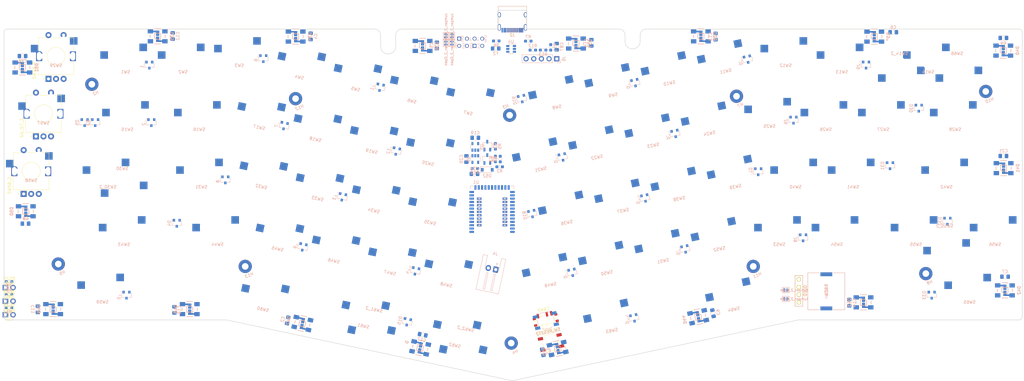
<source format=kicad_pcb>
(kicad_pcb (version 20171130) (host pcbnew "(5.1.10-1-10_14)")
  (layers (0 F.Cu signal) (31 B.Cu signal) (34 B.Paste user) (35 F.Paste user) (36 B.SilkS user) (37 F.SilkS user) (38 B.Mask user) (39 F.Mask user) (44 Edge.Cuts user))
  (net 0 "")
  (net 1 c0)
  (net 2 "Net-(D1-Pad2)")
  (net 3 "Net-(D1-Pad1)")
  (net 4 "Net-(D2-Pad2)")
  (net 5 "Net-(D2-Pad1)")
  (net 6 "Net-(D3-Pad2)")
  (net 7 "Net-(D4-Pad2)")
  (net 8 "Net-(D4-Pad1)")
  (net 9 c1)
  (net 10 "Net-(D6-Pad2)")
  (net 11 "Net-(D6-Pad1)")
  (net 12 "Net-(D7-Pad2)")
  (net 13 "Net-(D7-Pad1)")
  (net 14 "Net-(D8-Pad2)")
  (net 15 "Net-(D8-Pad1)")
  (net 16 "Net-(D9-Pad2)")
  (net 17 "Net-(D9-Pad1)")
  (net 18 "Net-(D10-Pad2)")
  (net 19 "Net-(D10-Pad1)")
  (net 20 c2)
  (net 21 "Net-(D11-Pad2)")
  (net 22 "Net-(D11-Pad1)")
  (net 23 "Net-(D12-Pad2)")
  (net 24 "Net-(D12-Pad1)")
  (net 25 "Net-(D13-Pad2)")
  (net 26 "Net-(D13-Pad1)")
  (net 27 "Net-(D14-Pad2)")
  (net 28 "Net-(D14-Pad1)")
  (net 29 "Net-(D15-Pad2)")
  (net 30 "Net-(D15-Pad1)")
  (net 31 c3)
  (net 32 "Net-(D16-Pad2)")
  (net 33 "Net-(D16-Pad1)")
  (net 34 "Net-(D17-Pad2)")
  (net 35 "Net-(D17-Pad1)")
  (net 36 "Net-(D18-Pad2)")
  (net 37 "Net-(D18-Pad1)")
  (net 38 "Net-(D19-Pad2)")
  (net 39 "Net-(D19-Pad1)")
  (net 40 "Net-(D20-Pad2)")
  (net 41 "Net-(D20-Pad1)")
  (net 42 c4)
  (net 43 "Net-(D21-Pad2)")
  (net 44 "Net-(D21-Pad1)")
  (net 45 "Net-(D22-Pad2)")
  (net 46 "Net-(D22-Pad1)")
  (net 47 "Net-(D23-Pad2)")
  (net 48 "Net-(D23-Pad1)")
  (net 49 "Net-(D24-Pad2)")
  (net 50 "Net-(D24-Pad1)")
  (net 51 c5)
  (net 52 "Net-(D25-Pad2)")
  (net 53 "Net-(D25-Pad1)")
  (net 54 "Net-(D26-Pad2)")
  (net 55 "Net-(D26-Pad1)")
  (net 56 "Net-(D27-Pad2)")
  (net 57 "Net-(D27-Pad1)")
  (net 58 "Net-(D28-Pad2)")
  (net 59 "Net-(D28-Pad1)")
  (net 60 c6)
  (net 61 "Net-(D29-Pad2)")
  (net 62 "Net-(D29-Pad1)")
  (net 63 "Net-(D30-Pad2)")
  (net 64 "Net-(D30-Pad1)")
  (net 65 "Net-(D31-Pad2)")
  (net 66 "Net-(D31-Pad1)")
  (net 67 "Net-(D32-Pad2)")
  (net 68 "Net-(D32-Pad1)")
  (net 69 "Net-(D33-Pad2)")
  (net 70 "Net-(D33-Pad1)")
  (net 71 r0)
  (net 72 r1)
  (net 73 r2)
  (net 74 r3)
  (net 75 r4)
  (net 76 r5)
  (net 77 r6)
  (net 78 r7)
  (net 79 r8)
  (net 80 r9)
  (net 81 rot1s2)
  (net 82 rot1b)
  (net 83 rot1a)
  (net 84 rot3s2)
  (net 85 rot3b)
  (net 86 rot3a)
  (net 87 rot2s2)
  (net 88 rot2b)
  (net 89 rot2a)
  (net 90 EXT_VCC)
  (net 91 GND)
  (net 92 "Net-(C18-Pad1)")
  (net 93 nRF_VDD)
  (net 94 VBAT)
  (net 95 "Net-(D34-Pad2)")
  (net 96 LED_UNDERGLOW)
  (net 97 "Net-(D35-Pad2)")
  (net 98 "Net-(D35-Pad4)")
  (net 99 "Net-(D36-Pad2)")
  (net 100 "Net-(D37-Pad2)")
  (net 101 "Net-(D38-Pad2)")
  (net 102 "Net-(D39-Pad2)")
  (net 103 "Net-(D40-Pad2)")
  (net 104 "Net-(D41-Pad2)")
  (net 105 "Net-(D42-Pad2)")
  (net 106 "Net-(D43-Pad2)")
  (net 107 "Net-(D44-Pad2)")
  (net 108 "Net-(D45-Pad2)")
  (net 109 "Net-(D46-Pad2)")
  (net 110 "Net-(D47-Pad2)")
  (net 111 "Net-(D48-Pad2)")
  (net 112 "Net-(D49-Pad2)")
  (net 113 "Net-(D50-Pad2)")
  (net 114 VBUS)
  (net 115 LED_INDICATOR)
  (net 116 SWC)
  (net 117 SWD)
  (net 118 DATA+)
  (net 119 DATA-)
  (net 120 SCL)
  (net 121 SDA)
  (net 122 "Net-(Q2-Pad3)")
  (net 123 POWER_PIN)
  (net 124 BATTERY_PIN)
  (net 125 "Net-(R9-Pad2)")
  (net 126 "Net-(R10-Pad1)")
  (net 127 "Net-(SW67-Pad1)")
  (net 128 RESET)
  (net 129 "Net-(U2-Pad4)")
  (net 130 cc1)
  (net 131 d-)
  (net 132 d+)
  (net 133 cc2)
  (net 134 "Net-(F2-Pad2)")
  (net 135 "Net-(J1-PadB8)")
  (net 136 "Net-(J1-PadA8)")
  (net 137 "Net-(J2-PadB8)")
  (net 138 "Net-(J2-PadA8)")
  (net 139 "Net-(D126-Pad1)")
  (net 140 BUZZER_B)
  (net 141 BUZZER_A)
  (net 142 /treset)
  (net 143 "Net-(D128-Pad1)")
  (net 144 LED_INDICATOR2)
  (net 145 "Net-(D127-Pad1)")
  (net 146 T_CLK)
  (net 147 T_DATA)
  (net 148 "Net-(U1-Pad53)")
  (net 149 "Net-(U1-Pad50)")
  (net 150 "Net-(U1-Pad49)")
  (net 151 "Net-(U1-Pad48)")
  (net 152 "Net-(U1-Pad47)")
  (net 153 "Net-(U1-Pad40)")
  (net 154 "Net-(U1-Pad39)")
  (net 155 "Net-(U1-Pad38)")
  (net 156 "Net-(U1-Pad20)")
  (net 157 TRACPOINT_POWER)
  (net 158 OLED_POWER)
  (net 159 UNDERGLOW_POWER)
  (net 160 NFC2)
  (net 161 NFC1)
  (module Connector_JST:JST_XH_S2B-XH-A-1_1x02_P2.50mm_Horizontal (layer B.Cu) (at 186.234732 -52.350734 168)
    (fp_text reference J4 (at 1.25 5.1 168) (layer B.SilkS) (effects (justify mirror)))
    (fp_text value Conn_01x02)
    (pad 2 thru_hole oval (at 2.5 0 168) (size 1.7 2) (drill 1) (layers *.Cu *.Mask) (net 94 VBAT))
    (pad 1 thru_hole roundrect (at 0 0 168) (size 1.7 2) (drill 1) (layers *.Cu *.Mask) (roundrect_rratio 0.147059) (net 91 GND))
  )
  (module WS2812B:WS2812B_data-bridgeable (layer B.Cu) (at 74.259732 -129.625731 90)
    (fp_text reference D35 (at 0 4.7 90) (layer B.SilkS) (effects (font (thickness 0.2)) (justify mirror)))
    (fp_text value WS2812B hide)
    (pad 4 smd rect (at 1.6 -0.3 90) (size 0.5 1.6) (layers B.Cu) (net 98 "Net-(D35-Pad4)"))
    (pad 2 smd rect (at -1.6 0.3 90) (size 0.5 1.6) (layers B.Cu) (net 97 "Net-(D35-Pad2)"))
    (pad 2 smd rect (at -0.4 0 90) (size 0.5 1) (layers B.Cu B.Mask) (net 97 "Net-(D35-Pad2)"))
    (pad 4 smd rect (at 0.4 0 90) (size 0.5 1) (layers B.Cu B.Mask) (net 98 "Net-(D35-Pad4)"))
    (pad 2 smd rect (at -1.6 1 90) (size 0.5 3) (layers B.Cu) (net 97 "Net-(D35-Pad2)"))
    (pad 4 smd rect (at 1 0 90) (size 1.7 1) (layers B.Cu) (net 98 "Net-(D35-Pad4)"))
    (pad 2 smd rect (at -1 0 90) (size 1.7 1) (layers B.Cu) (net 97 "Net-(D35-Pad2)"))
    (pad 4 smd rect (at 1.6 -1 90) (size 0.5 3) (layers B.Cu) (net 98 "Net-(D35-Pad4)"))
    (pad 4 smd rect (at 1.65 -2.4 90) (size 1.4 1.8) (layers B.Cu B.Paste B.Mask) (net 98 "Net-(D35-Pad4)"))
    (pad 3 smd rect (at -1.65 -2.4 90) (size 1.4 1.8) (layers B.Cu B.Paste B.Mask) (net 91 GND))
    (pad 2 smd rect (at -1.65 2.4 90) (size 1.4 1.8) (layers B.Cu B.Paste B.Mask) (net 97 "Net-(D35-Pad2)"))
    (pad 1 smd rect (at 1.65 2.4 90) (size 1.4 1.8) (layers B.Cu B.Paste B.Mask) (net 159 UNDERGLOW_POWER))
  )
  (module Capacitor_SMD:C_0805_2012Metric_Pad1.18x1.45mm_HandSolder (layer B.Cu) (at 354.383482 -89.975735 180)
    (fp_text reference C21 (at 0 1.68) (layer B.SilkS) (effects (justify mirror)))
    (fp_text value 0.1uF)
    (pad 2 smd roundrect (at 1.0375 0 180) (size 1.175 1.45) (layers B.Cu B.Paste B.Mask) (roundrect_rratio 0.212766) (net 91 GND))
    (pad 1 smd roundrect (at -1.0375 0 180) (size 1.175 1.45) (layers B.Cu B.Paste B.Mask) (roundrect_rratio 0.212766) (net 159 UNDERGLOW_POWER))
  )
  (module WS2812B:WS2812B_data-bridgeable (layer B.Cu) (at 29.447232 -119.288235 90)
    (fp_text reference D51 (at 0 4.7 90) (layer B.SilkS) (effects (font (thickness 0.2)) (justify mirror)))
    (fp_text value WS2812B hide)
    (pad 4 smd rect (at 1.6 -0.3 90) (size 0.5 1.6) (layers B.Cu) (net 113 "Net-(D50-Pad2)"))
    (pad 2 smd rect (at -1.6 0.3 90) (size 0.5 1.6) (layers B.Cu) (net 98 "Net-(D35-Pad4)"))
    (pad 2 smd rect (at -0.4 0 90) (size 0.5 1) (layers B.Cu B.Mask) (net 98 "Net-(D35-Pad4)"))
    (pad 4 smd rect (at 0.4 0 90) (size 0.5 1) (layers B.Cu B.Mask) (net 113 "Net-(D50-Pad2)"))
    (pad 2 smd rect (at -1.6 1 90) (size 0.5 3) (layers B.Cu) (net 98 "Net-(D35-Pad4)"))
    (pad 4 smd rect (at 1 0 90) (size 1.7 1) (layers B.Cu) (net 113 "Net-(D50-Pad2)"))
    (pad 2 smd rect (at -1 0 90) (size 1.7 1) (layers B.Cu) (net 98 "Net-(D35-Pad4)"))
    (pad 4 smd rect (at 1.6 -1 90) (size 0.5 3) (layers B.Cu) (net 113 "Net-(D50-Pad2)"))
    (pad 4 smd rect (at 1.65 -2.4 90) (size 1.4 1.8) (layers B.Cu B.Paste B.Mask) (net 113 "Net-(D50-Pad2)"))
    (pad 3 smd rect (at -1.65 -2.4 90) (size 1.4 1.8) (layers B.Cu B.Paste B.Mask) (net 91 GND))
    (pad 2 smd rect (at -1.65 2.4 90) (size 1.4 1.8) (layers B.Cu B.Paste B.Mask) (net 98 "Net-(D35-Pad4)"))
    (pad 1 smd rect (at 1.65 2.4 90) (size 1.4 1.8) (layers B.Cu B.Paste B.Mask) (net 159 UNDERGLOW_POWER))
  )
  (module WS2812B:WS2812B_data-bridgeable (layer B.Cu) (at 30.583483 -71.663233 270)
    (fp_text reference D50 (at 0 4.7 90) (layer B.SilkS) (effects (font (thickness 0.2)) (justify mirror)))
    (fp_text value WS2812B hide)
    (pad 4 smd rect (at 1.6 -0.3 270) (size 0.5 1.6) (layers B.Cu) (net 112 "Net-(D49-Pad2)"))
    (pad 2 smd rect (at -1.6 0.3 270) (size 0.5 1.6) (layers B.Cu) (net 113 "Net-(D50-Pad2)"))
    (pad 2 smd rect (at -0.4 0 270) (size 0.5 1) (layers B.Cu B.Mask) (net 113 "Net-(D50-Pad2)"))
    (pad 4 smd rect (at 0.4 0 270) (size 0.5 1) (layers B.Cu B.Mask) (net 112 "Net-(D49-Pad2)"))
    (pad 2 smd rect (at -1.6 1 270) (size 0.5 3) (layers B.Cu) (net 113 "Net-(D50-Pad2)"))
    (pad 4 smd rect (at 1 0 270) (size 1.7 1) (layers B.Cu) (net 112 "Net-(D49-Pad2)"))
    (pad 2 smd rect (at -1 0 270) (size 1.7 1) (layers B.Cu) (net 113 "Net-(D50-Pad2)"))
    (pad 4 smd rect (at 1.6 -1 270) (size 0.5 3) (layers B.Cu) (net 112 "Net-(D49-Pad2)"))
    (pad 4 smd rect (at 1.65 -2.4 270) (size 1.4 1.8) (layers B.Cu B.Paste B.Mask) (net 112 "Net-(D49-Pad2)"))
    (pad 3 smd rect (at -1.65 -2.4 270) (size 1.4 1.8) (layers B.Cu B.Paste B.Mask) (net 91 GND))
    (pad 2 smd rect (at -1.65 2.4 270) (size 1.4 1.8) (layers B.Cu B.Paste B.Mask) (net 113 "Net-(D50-Pad2)"))
    (pad 1 smd rect (at 1.65 2.4 270) (size 1.4 1.8) (layers B.Cu B.Paste B.Mask) (net 159 UNDERGLOW_POWER))
  )
  (module WS2812B:WS2812B_data-bridgeable (layer B.Cu) (at 39.640699 -39.256611 270)
    (fp_text reference D49 (at 0 4.7 90) (layer B.SilkS) (effects (font (thickness 0.2)) (justify mirror)))
    (fp_text value WS2812B hide)
    (pad 4 smd rect (at 1.6 -0.3 270) (size 0.5 1.6) (layers B.Cu) (net 111 "Net-(D48-Pad2)"))
    (pad 2 smd rect (at -1.6 0.3 270) (size 0.5 1.6) (layers B.Cu) (net 112 "Net-(D49-Pad2)"))
    (pad 2 smd rect (at -0.4 0 270) (size 0.5 1) (layers B.Cu B.Mask) (net 112 "Net-(D49-Pad2)"))
    (pad 4 smd rect (at 0.4 0 270) (size 0.5 1) (layers B.Cu B.Mask) (net 111 "Net-(D48-Pad2)"))
    (pad 2 smd rect (at -1.6 1 270) (size 0.5 3) (layers B.Cu) (net 112 "Net-(D49-Pad2)"))
    (pad 4 smd rect (at 1 0 270) (size 1.7 1) (layers B.Cu) (net 111 "Net-(D48-Pad2)"))
    (pad 2 smd rect (at -1 0 270) (size 1.7 1) (layers B.Cu) (net 112 "Net-(D49-Pad2)"))
    (pad 4 smd rect (at 1.6 -1 270) (size 0.5 3) (layers B.Cu) (net 111 "Net-(D48-Pad2)"))
    (pad 4 smd rect (at 1.65 -2.4 270) (size 1.4 1.8) (layers B.Cu B.Paste B.Mask) (net 111 "Net-(D48-Pad2)"))
    (pad 3 smd rect (at -1.65 -2.4 270) (size 1.4 1.8) (layers B.Cu B.Paste B.Mask) (net 91 GND))
    (pad 2 smd rect (at -1.65 2.4 270) (size 1.4 1.8) (layers B.Cu B.Paste B.Mask) (net 112 "Net-(D49-Pad2)"))
    (pad 1 smd rect (at 1.65 2.4 270) (size 1.4 1.8) (layers B.Cu B.Paste B.Mask) (net 159 UNDERGLOW_POWER))
  )
  (module WS2812B:WS2812B_data-bridgeable (layer B.Cu) (at 84.884449 -39.25661 270)
    (fp_text reference D48 (at 0 4.7 90) (layer B.SilkS) (effects (font (thickness 0.2)) (justify mirror)))
    (fp_text value WS2812B hide)
    (pad 4 smd rect (at 1.6 -0.3 270) (size 0.5 1.6) (layers B.Cu) (net 110 "Net-(D47-Pad2)"))
    (pad 2 smd rect (at -1.6 0.3 270) (size 0.5 1.6) (layers B.Cu) (net 111 "Net-(D48-Pad2)"))
    (pad 2 smd rect (at -0.4 0 270) (size 0.5 1) (layers B.Cu B.Mask) (net 111 "Net-(D48-Pad2)"))
    (pad 4 smd rect (at 0.4 0 270) (size 0.5 1) (layers B.Cu B.Mask) (net 110 "Net-(D47-Pad2)"))
    (pad 2 smd rect (at -1.6 1 270) (size 0.5 3) (layers B.Cu) (net 111 "Net-(D48-Pad2)"))
    (pad 4 smd rect (at 1 0 270) (size 1.7 1) (layers B.Cu) (net 110 "Net-(D47-Pad2)"))
    (pad 2 smd rect (at -1 0 270) (size 1.7 1) (layers B.Cu) (net 111 "Net-(D48-Pad2)"))
    (pad 4 smd rect (at 1.6 -1 270) (size 0.5 3) (layers B.Cu) (net 110 "Net-(D47-Pad2)"))
    (pad 4 smd rect (at 1.65 -2.4 270) (size 1.4 1.8) (layers B.Cu B.Paste B.Mask) (net 110 "Net-(D47-Pad2)"))
    (pad 3 smd rect (at -1.65 -2.4 270) (size 1.4 1.8) (layers B.Cu B.Paste B.Mask) (net 91 GND))
    (pad 2 smd rect (at -1.65 2.4 270) (size 1.4 1.8) (layers B.Cu B.Paste B.Mask) (net 111 "Net-(D48-Pad2)"))
    (pad 1 smd rect (at 1.65 2.4 270) (size 1.4 1.8) (layers B.Cu B.Paste B.Mask) (net 159 UNDERGLOW_POWER))
  )
  (module WS2812B:WS2812B_data-bridgeable (layer B.Cu) (at 122.1907 -34.49411 258)
    (fp_text reference D47 (at 0 4.7 78) (layer B.SilkS) (effects (font (thickness 0.2)) (justify mirror)))
    (fp_text value WS2812B hide)
    (pad 4 smd rect (at 1.6 -0.3 258) (size 0.5 1.6) (layers B.Cu) (net 109 "Net-(D46-Pad2)"))
    (pad 2 smd rect (at -1.6 0.3 258) (size 0.5 1.6) (layers B.Cu) (net 110 "Net-(D47-Pad2)"))
    (pad 2 smd rect (at -0.4 0 258) (size 0.5 1) (layers B.Cu B.Mask) (net 110 "Net-(D47-Pad2)"))
    (pad 4 smd rect (at 0.4 0 258) (size 0.5 1) (layers B.Cu B.Mask) (net 109 "Net-(D46-Pad2)"))
    (pad 2 smd rect (at -1.6 1 258) (size 0.5 3) (layers B.Cu) (net 110 "Net-(D47-Pad2)"))
    (pad 4 smd rect (at 1 0 258) (size 1.7 1) (layers B.Cu) (net 109 "Net-(D46-Pad2)"))
    (pad 2 smd rect (at -1 0 258) (size 1.7 1) (layers B.Cu) (net 110 "Net-(D47-Pad2)"))
    (pad 4 smd rect (at 1.6 -1 258) (size 0.5 3) (layers B.Cu) (net 109 "Net-(D46-Pad2)"))
    (pad 4 smd rect (at 1.65 -2.4 258) (size 1.4 1.8) (layers B.Cu B.Paste B.Mask) (net 109 "Net-(D46-Pad2)"))
    (pad 3 smd rect (at -1.65 -2.4 258) (size 1.4 1.8) (layers B.Cu B.Paste B.Mask) (net 91 GND))
    (pad 2 smd rect (at -1.65 2.4 258) (size 1.4 1.8) (layers B.Cu B.Paste B.Mask) (net 110 "Net-(D47-Pad2)"))
    (pad 1 smd rect (at 1.65 2.4 258) (size 1.4 1.8) (layers B.Cu B.Paste B.Mask) (net 159 UNDERGLOW_POWER))
  )
  (module WS2812B:WS2812B_data-bridgeable (layer B.Cu) (at 161.209732 -26.419485 258)
    (fp_text reference D46 (at 0 4.7 78) (layer B.SilkS) (effects (font (thickness 0.2)) (justify mirror)))
    (fp_text value WS2812B hide)
    (pad 4 smd rect (at 1.6 -0.3 258) (size 0.5 1.6) (layers B.Cu) (net 108 "Net-(D45-Pad2)"))
    (pad 2 smd rect (at -1.6 0.3 258) (size 0.5 1.6) (layers B.Cu) (net 109 "Net-(D46-Pad2)"))
    (pad 2 smd rect (at -0.4 0 258) (size 0.5 1) (layers B.Cu B.Mask) (net 109 "Net-(D46-Pad2)"))
    (pad 4 smd rect (at 0.4 0 258) (size 0.5 1) (layers B.Cu B.Mask) (net 108 "Net-(D45-Pad2)"))
    (pad 2 smd rect (at -1.6 1 258) (size 0.5 3) (layers B.Cu) (net 109 "Net-(D46-Pad2)"))
    (pad 4 smd rect (at 1 0 258) (size 1.7 1) (layers B.Cu) (net 108 "Net-(D45-Pad2)"))
    (pad 2 smd rect (at -1 0 258) (size 1.7 1) (layers B.Cu) (net 109 "Net-(D46-Pad2)"))
    (pad 4 smd rect (at 1.6 -1 258) (size 0.5 3) (layers B.Cu) (net 108 "Net-(D45-Pad2)"))
    (pad 4 smd rect (at 1.65 -2.4 258) (size 1.4 1.8) (layers B.Cu B.Paste B.Mask) (net 108 "Net-(D45-Pad2)"))
    (pad 3 smd rect (at -1.65 -2.4 258) (size 1.4 1.8) (layers B.Cu B.Paste B.Mask) (net 91 GND))
    (pad 2 smd rect (at -1.65 2.4 258) (size 1.4 1.8) (layers B.Cu B.Paste B.Mask) (net 109 "Net-(D46-Pad2)"))
    (pad 1 smd rect (at 1.65 2.4 258) (size 1.4 1.8) (layers B.Cu B.Paste B.Mask) (net 159 UNDERGLOW_POWER))
  )
  (module WS2812B:WS2812B_data-bridgeable (layer B.Cu) (at 206.734732 -26.200732 282)
    (fp_text reference D45 (at 0 4.7 102) (layer B.SilkS) (effects (font (thickness 0.2)) (justify mirror)))
    (fp_text value WS2812B hide)
    (pad 4 smd rect (at 1.6 -0.3 282) (size 0.5 1.6) (layers B.Cu) (net 107 "Net-(D44-Pad2)"))
    (pad 2 smd rect (at -1.6 0.3 282) (size 0.5 1.6) (layers B.Cu) (net 108 "Net-(D45-Pad2)"))
    (pad 2 smd rect (at -0.4 0 282) (size 0.5 1) (layers B.Cu B.Mask) (net 108 "Net-(D45-Pad2)"))
    (pad 4 smd rect (at 0.4 0 282) (size 0.5 1) (layers B.Cu B.Mask) (net 107 "Net-(D44-Pad2)"))
    (pad 2 smd rect (at -1.6 1 282) (size 0.5 3) (layers B.Cu) (net 108 "Net-(D45-Pad2)"))
    (pad 4 smd rect (at 1 0 282) (size 1.7 1) (layers B.Cu) (net 107 "Net-(D44-Pad2)"))
    (pad 2 smd rect (at -1 0 282) (size 1.7 1) (layers B.Cu) (net 108 "Net-(D45-Pad2)"))
    (pad 4 smd rect (at 1.6 -1 282) (size 0.5 3) (layers B.Cu) (net 107 "Net-(D44-Pad2)"))
    (pad 4 smd rect (at 1.65 -2.4 282) (size 1.4 1.8) (layers B.Cu B.Paste B.Mask) (net 107 "Net-(D44-Pad2)"))
    (pad 3 smd rect (at -1.65 -2.4 282) (size 1.4 1.8) (layers B.Cu B.Paste B.Mask) (net 91 GND))
    (pad 2 smd rect (at -1.65 2.4 282) (size 1.4 1.8) (layers B.Cu B.Paste B.Mask) (net 108 "Net-(D45-Pad2)"))
    (pad 1 smd rect (at 1.65 2.4 282) (size 1.4 1.8) (layers B.Cu B.Paste B.Mask) (net 159 UNDERGLOW_POWER))
  )
  (module WS2812B:WS2812B_data-bridgeable (layer B.Cu) (at 253.284731 -36.73823 282)
    (fp_text reference D44 (at 0 4.7 102) (layer B.SilkS) (effects (font (thickness 0.2)) (justify mirror)))
    (fp_text value WS2812B hide)
    (pad 4 smd rect (at 1.6 -0.3 282) (size 0.5 1.6) (layers B.Cu) (net 106 "Net-(D43-Pad2)"))
    (pad 2 smd rect (at -1.6 0.3 282) (size 0.5 1.6) (layers B.Cu) (net 107 "Net-(D44-Pad2)"))
    (pad 2 smd rect (at -0.4 0 282) (size 0.5 1) (layers B.Cu B.Mask) (net 107 "Net-(D44-Pad2)"))
    (pad 4 smd rect (at 0.4 0 282) (size 0.5 1) (layers B.Cu B.Mask) (net 106 "Net-(D43-Pad2)"))
    (pad 2 smd rect (at -1.6 1 282) (size 0.5 3) (layers B.Cu) (net 107 "Net-(D44-Pad2)"))
    (pad 4 smd rect (at 1 0 282) (size 1.7 1) (layers B.Cu) (net 106 "Net-(D43-Pad2)"))
    (pad 2 smd rect (at -1 0 282) (size 1.7 1) (layers B.Cu) (net 107 "Net-(D44-Pad2)"))
    (pad 4 smd rect (at 1.6 -1 282) (size 0.5 3) (layers B.Cu) (net 106 "Net-(D43-Pad2)"))
    (pad 4 smd rect (at 1.65 -2.4 282) (size 1.4 1.8) (layers B.Cu B.Paste B.Mask) (net 106 "Net-(D43-Pad2)"))
    (pad 3 smd rect (at -1.65 -2.4 282) (size 1.4 1.8) (layers B.Cu B.Paste B.Mask) (net 91 GND))
    (pad 2 smd rect (at -1.65 2.4 282) (size 1.4 1.8) (layers B.Cu B.Paste B.Mask) (net 107 "Net-(D44-Pad2)"))
    (pad 1 smd rect (at 1.65 2.4 282) (size 1.4 1.8) (layers B.Cu B.Paste B.Mask) (net 159 UNDERGLOW_POWER))
  )
  (module WS2812B:WS2812B_data-bridgeable (layer B.Cu) (at 308.053481 -41.500732 270)
    (fp_text reference D43 (at 0 4.7 90) (layer B.SilkS) (effects (font (thickness 0.2)) (justify mirror)))
    (fp_text value WS2812B hide)
    (pad 4 smd rect (at 1.6 -0.3 270) (size 0.5 1.6) (layers B.Cu) (net 105 "Net-(D42-Pad2)"))
    (pad 2 smd rect (at -1.6 0.3 270) (size 0.5 1.6) (layers B.Cu) (net 106 "Net-(D43-Pad2)"))
    (pad 2 smd rect (at -0.4 0 270) (size 0.5 1) (layers B.Cu B.Mask) (net 106 "Net-(D43-Pad2)"))
    (pad 4 smd rect (at 0.4 0 270) (size 0.5 1) (layers B.Cu B.Mask) (net 105 "Net-(D42-Pad2)"))
    (pad 2 smd rect (at -1.6 1 270) (size 0.5 3) (layers B.Cu) (net 106 "Net-(D43-Pad2)"))
    (pad 4 smd rect (at 1 0 270) (size 1.7 1) (layers B.Cu) (net 105 "Net-(D42-Pad2)"))
    (pad 2 smd rect (at -1 0 270) (size 1.7 1) (layers B.Cu) (net 106 "Net-(D43-Pad2)"))
    (pad 4 smd rect (at 1.6 -1 270) (size 0.5 3) (layers B.Cu) (net 105 "Net-(D42-Pad2)"))
    (pad 4 smd rect (at 1.65 -2.4 270) (size 1.4 1.8) (layers B.Cu B.Paste B.Mask) (net 105 "Net-(D42-Pad2)"))
    (pad 3 smd rect (at -1.65 -2.4 270) (size 1.4 1.8) (layers B.Cu B.Paste B.Mask) (net 91 GND))
    (pad 2 smd rect (at -1.65 2.4 270) (size 1.4 1.8) (layers B.Cu B.Paste B.Mask) (net 106 "Net-(D43-Pad2)"))
    (pad 1 smd rect (at 1.65 2.4 270) (size 1.4 1.8) (layers B.Cu B.Paste B.Mask) (net 159 UNDERGLOW_POWER))
  )
  (module WS2812B:WS2812B_data-bridgeable (layer B.Cu) (at 354.884731 -45.469481 90)
    (fp_text reference D42 (at 0 4.7 90) (layer B.SilkS) (effects (font (thickness 0.2)) (justify mirror)))
    (fp_text value WS2812B hide)
    (pad 4 smd rect (at 1.6 -0.3 90) (size 0.5 1.6) (layers B.Cu) (net 104 "Net-(D41-Pad2)"))
    (pad 2 smd rect (at -1.6 0.3 90) (size 0.5 1.6) (layers B.Cu) (net 105 "Net-(D42-Pad2)"))
    (pad 2 smd rect (at -0.4 0 90) (size 0.5 1) (layers B.Cu B.Mask) (net 105 "Net-(D42-Pad2)"))
    (pad 4 smd rect (at 0.4 0 90) (size 0.5 1) (layers B.Cu B.Mask) (net 104 "Net-(D41-Pad2)"))
    (pad 2 smd rect (at -1.6 1 90) (size 0.5 3) (layers B.Cu) (net 105 "Net-(D42-Pad2)"))
    (pad 4 smd rect (at 1 0 90) (size 1.7 1) (layers B.Cu) (net 104 "Net-(D41-Pad2)"))
    (pad 2 smd rect (at -1 0 90) (size 1.7 1) (layers B.Cu) (net 105 "Net-(D42-Pad2)"))
    (pad 4 smd rect (at 1.6 -1 90) (size 0.5 3) (layers B.Cu) (net 104 "Net-(D41-Pad2)"))
    (pad 4 smd rect (at 1.65 -2.4 90) (size 1.4 1.8) (layers B.Cu B.Paste B.Mask) (net 104 "Net-(D41-Pad2)"))
    (pad 3 smd rect (at -1.65 -2.4 90) (size 1.4 1.8) (layers B.Cu B.Paste B.Mask) (net 91 GND))
    (pad 2 smd rect (at -1.65 2.4 90) (size 1.4 1.8) (layers B.Cu B.Paste B.Mask) (net 105 "Net-(D42-Pad2)"))
    (pad 1 smd rect (at 1.65 2.4 90) (size 1.4 1.8) (layers B.Cu B.Paste B.Mask) (net 159 UNDERGLOW_POWER))
  )
  (module WS2812B:WS2812B_data-bridgeable (layer B.Cu) (at 354.452231 -85.950732 90)
    (fp_text reference D41 (at 0 4.7 90) (layer B.SilkS) (effects (font (thickness 0.2)) (justify mirror)))
    (fp_text value WS2812B hide)
    (pad 4 smd rect (at 1.6 -0.3 90) (size 0.5 1.6) (layers B.Cu) (net 103 "Net-(D40-Pad2)"))
    (pad 2 smd rect (at -1.6 0.3 90) (size 0.5 1.6) (layers B.Cu) (net 104 "Net-(D41-Pad2)"))
    (pad 2 smd rect (at -0.4 0 90) (size 0.5 1) (layers B.Cu B.Mask) (net 104 "Net-(D41-Pad2)"))
    (pad 4 smd rect (at 0.4 0 90) (size 0.5 1) (layers B.Cu B.Mask) (net 103 "Net-(D40-Pad2)"))
    (pad 2 smd rect (at -1.6 1 90) (size 0.5 3) (layers B.Cu) (net 104 "Net-(D41-Pad2)"))
    (pad 4 smd rect (at 1 0 90) (size 1.7 1) (layers B.Cu) (net 103 "Net-(D40-Pad2)"))
    (pad 2 smd rect (at -1 0 90) (size 1.7 1) (layers B.Cu) (net 104 "Net-(D41-Pad2)"))
    (pad 4 smd rect (at 1.6 -1 90) (size 0.5 3) (layers B.Cu) (net 103 "Net-(D40-Pad2)"))
    (pad 4 smd rect (at 1.65 -2.4 90) (size 1.4 1.8) (layers B.Cu B.Paste B.Mask) (net 103 "Net-(D40-Pad2)"))
    (pad 3 smd rect (at -1.65 -2.4 90) (size 1.4 1.8) (layers B.Cu B.Paste B.Mask) (net 91 GND))
    (pad 2 smd rect (at -1.65 2.4 90) (size 1.4 1.8) (layers B.Cu B.Paste B.Mask) (net 104 "Net-(D41-Pad2)"))
    (pad 1 smd rect (at 1.65 2.4 90) (size 1.4 1.8) (layers B.Cu B.Paste B.Mask) (net 159 UNDERGLOW_POWER))
  )
  (module WS2812B:WS2812B_data-bridgeable (layer B.Cu) (at 354.345983 -124.875736 90)
    (fp_text reference D40 (at 0 4.7 90) (layer B.SilkS) (effects (font (thickness 0.2)) (justify mirror)))
    (fp_text value WS2812B hide)
    (pad 4 smd rect (at 1.6 -0.3 90) (size 0.5 1.6) (layers B.Cu) (net 102 "Net-(D39-Pad2)"))
    (pad 2 smd rect (at -1.6 0.3 90) (size 0.5 1.6) (layers B.Cu) (net 103 "Net-(D40-Pad2)"))
    (pad 2 smd rect (at -0.4 0 90) (size 0.5 1) (layers B.Cu B.Mask) (net 103 "Net-(D40-Pad2)"))
    (pad 4 smd rect (at 0.4 0 90) (size 0.5 1) (layers B.Cu B.Mask) (net 102 "Net-(D39-Pad2)"))
    (pad 2 smd rect (at -1.6 1 90) (size 0.5 3) (layers B.Cu) (net 103 "Net-(D40-Pad2)"))
    (pad 4 smd rect (at 1 0 90) (size 1.7 1) (layers B.Cu) (net 102 "Net-(D39-Pad2)"))
    (pad 2 smd rect (at -1 0 90) (size 1.7 1) (layers B.Cu) (net 103 "Net-(D40-Pad2)"))
    (pad 4 smd rect (at 1.6 -1 90) (size 0.5 3) (layers B.Cu) (net 102 "Net-(D39-Pad2)"))
    (pad 4 smd rect (at 1.65 -2.4 90) (size 1.4 1.8) (layers B.Cu B.Paste B.Mask) (net 102 "Net-(D39-Pad2)"))
    (pad 3 smd rect (at -1.65 -2.4 90) (size 1.4 1.8) (layers B.Cu B.Paste B.Mask) (net 91 GND))
    (pad 2 smd rect (at -1.65 2.4 90) (size 1.4 1.8) (layers B.Cu B.Paste B.Mask) (net 103 "Net-(D40-Pad2)"))
    (pad 1 smd rect (at 1.65 2.4 90) (size 1.4 1.8) (layers B.Cu B.Paste B.Mask) (net 159 UNDERGLOW_POWER))
  )
  (module WS2812B:WS2812B_data-bridgeable (layer B.Cu) (at 311.609732 -129.500731 90)
    (fp_text reference D39 (at 0 4.7 90) (layer B.SilkS) (effects (font (thickness 0.2)) (justify mirror)))
    (fp_text value WS2812B hide)
    (pad 4 smd rect (at 1.6 -0.3 90) (size 0.5 1.6) (layers B.Cu) (net 101 "Net-(D38-Pad2)"))
    (pad 2 smd rect (at -1.6 0.3 90) (size 0.5 1.6) (layers B.Cu) (net 102 "Net-(D39-Pad2)"))
    (pad 2 smd rect (at -0.4 0 90) (size 0.5 1) (layers B.Cu B.Mask) (net 102 "Net-(D39-Pad2)"))
    (pad 4 smd rect (at 0.4 0 90) (size 0.5 1) (layers B.Cu B.Mask) (net 101 "Net-(D38-Pad2)"))
    (pad 2 smd rect (at -1.6 1 90) (size 0.5 3) (layers B.Cu) (net 102 "Net-(D39-Pad2)"))
    (pad 4 smd rect (at 1 0 90) (size 1.7 1) (layers B.Cu) (net 101 "Net-(D38-Pad2)"))
    (pad 2 smd rect (at -1 0 90) (size 1.7 1) (layers B.Cu) (net 102 "Net-(D39-Pad2)"))
    (pad 4 smd rect (at 1.6 -1 90) (size 0.5 3) (layers B.Cu) (net 101 "Net-(D38-Pad2)"))
    (pad 4 smd rect (at 1.65 -2.4 90) (size 1.4 1.8) (layers B.Cu B.Paste B.Mask) (net 101 "Net-(D38-Pad2)"))
    (pad 3 smd rect (at -1.65 -2.4 90) (size 1.4 1.8) (layers B.Cu B.Paste B.Mask) (net 91 GND))
    (pad 2 smd rect (at -1.65 2.4 90) (size 1.4 1.8) (layers B.Cu B.Paste B.Mask) (net 102 "Net-(D39-Pad2)"))
    (pad 1 smd rect (at 1.65 2.4 90) (size 1.4 1.8) (layers B.Cu B.Paste B.Mask) (net 159 UNDERGLOW_POWER))
  )
  (module WS2812B:WS2812B_data-bridgeable (layer B.Cu) (at 254.184731 -129.606982 90)
    (fp_text reference D38 (at 0 4.7 90) (layer B.SilkS) (effects (font (thickness 0.2)) (justify mirror)))
    (fp_text value WS2812B hide)
    (pad 4 smd rect (at 1.6 -0.3 90) (size 0.5 1.6) (layers B.Cu) (net 100 "Net-(D37-Pad2)"))
    (pad 2 smd rect (at -1.6 0.3 90) (size 0.5 1.6) (layers B.Cu) (net 101 "Net-(D38-Pad2)"))
    (pad 2 smd rect (at -0.4 0 90) (size 0.5 1) (layers B.Cu B.Mask) (net 101 "Net-(D38-Pad2)"))
    (pad 4 smd rect (at 0.4 0 90) (size 0.5 1) (layers B.Cu B.Mask) (net 100 "Net-(D37-Pad2)"))
    (pad 2 smd rect (at -1.6 1 90) (size 0.5 3) (layers B.Cu) (net 101 "Net-(D38-Pad2)"))
    (pad 4 smd rect (at 1 0 90) (size 1.7 1) (layers B.Cu) (net 100 "Net-(D37-Pad2)"))
    (pad 2 smd rect (at -1 0 90) (size 1.7 1) (layers B.Cu) (net 101 "Net-(D38-Pad2)"))
    (pad 4 smd rect (at 1.6 -1 90) (size 0.5 3) (layers B.Cu) (net 100 "Net-(D37-Pad2)"))
    (pad 4 smd rect (at 1.65 -2.4 90) (size 1.4 1.8) (layers B.Cu B.Paste B.Mask) (net 100 "Net-(D37-Pad2)"))
    (pad 3 smd rect (at -1.65 -2.4 90) (size 1.4 1.8) (layers B.Cu B.Paste B.Mask) (net 91 GND))
    (pad 2 smd rect (at -1.65 2.4 90) (size 1.4 1.8) (layers B.Cu B.Paste B.Mask) (net 101 "Net-(D38-Pad2)"))
    (pad 1 smd rect (at 1.65 2.4 90) (size 1.4 1.8) (layers B.Cu B.Paste B.Mask) (net 159 UNDERGLOW_POWER))
  )
  (module WS2812B:WS2812B_data-bridgeable (layer B.Cu) (at 212.803482 -127.22573 90)
    (fp_text reference D37 (at 0 4.7 90) (layer B.SilkS) (effects (font (thickness 0.2)) (justify mirror)))
    (fp_text value WS2812B hide)
    (pad 4 smd rect (at 1.6 -0.3 90) (size 0.5 1.6) (layers B.Cu) (net 99 "Net-(D36-Pad2)"))
    (pad 2 smd rect (at -1.6 0.3 90) (size 0.5 1.6) (layers B.Cu) (net 100 "Net-(D37-Pad2)"))
    (pad 2 smd rect (at -0.4 0 90) (size 0.5 1) (layers B.Cu B.Mask) (net 100 "Net-(D37-Pad2)"))
    (pad 4 smd rect (at 0.4 0 90) (size 0.5 1) (layers B.Cu B.Mask) (net 99 "Net-(D36-Pad2)"))
    (pad 2 smd rect (at -1.6 1 90) (size 0.5 3) (layers B.Cu) (net 100 "Net-(D37-Pad2)"))
    (pad 4 smd rect (at 1 0 90) (size 1.7 1) (layers B.Cu) (net 99 "Net-(D36-Pad2)"))
    (pad 2 smd rect (at -1 0 90) (size 1.7 1) (layers B.Cu) (net 100 "Net-(D37-Pad2)"))
    (pad 4 smd rect (at 1.6 -1 90) (size 0.5 3) (layers B.Cu) (net 99 "Net-(D36-Pad2)"))
    (pad 4 smd rect (at 1.65 -2.4 90) (size 1.4 1.8) (layers B.Cu B.Paste B.Mask) (net 99 "Net-(D36-Pad2)"))
    (pad 3 smd rect (at -1.65 -2.4 90) (size 1.4 1.8) (layers B.Cu B.Paste B.Mask) (net 91 GND))
    (pad 2 smd rect (at -1.65 2.4 90) (size 1.4 1.8) (layers B.Cu B.Paste B.Mask) (net 100 "Net-(D37-Pad2)"))
    (pad 1 smd rect (at 1.65 2.4 90) (size 1.4 1.8) (layers B.Cu B.Paste B.Mask) (net 159 UNDERGLOW_POWER))
  )
  (module WS2812B:WS2812B_data-bridgeable (layer B.Cu) (at 162.003481 -126.431982 90)
    (fp_text reference D36 (at 0 4.7 90) (layer B.SilkS) (effects (font (thickness 0.2)) (justify mirror)))
    (fp_text value WS2812B hide)
    (pad 4 smd rect (at 1.6 -0.3 90) (size 0.5 1.6) (layers B.Cu) (net 95 "Net-(D34-Pad2)"))
    (pad 2 smd rect (at -1.6 0.3 90) (size 0.5 1.6) (layers B.Cu) (net 99 "Net-(D36-Pad2)"))
    (pad 2 smd rect (at -0.4 0 90) (size 0.5 1) (layers B.Cu B.Mask) (net 99 "Net-(D36-Pad2)"))
    (pad 4 smd rect (at 0.4 0 90) (size 0.5 1) (layers B.Cu B.Mask) (net 95 "Net-(D34-Pad2)"))
    (pad 2 smd rect (at -1.6 1 90) (size 0.5 3) (layers B.Cu) (net 99 "Net-(D36-Pad2)"))
    (pad 4 smd rect (at 1 0 90) (size 1.7 1) (layers B.Cu) (net 95 "Net-(D34-Pad2)"))
    (pad 2 smd rect (at -1 0 90) (size 1.7 1) (layers B.Cu) (net 99 "Net-(D36-Pad2)"))
    (pad 4 smd rect (at 1.6 -1 90) (size 0.5 3) (layers B.Cu) (net 95 "Net-(D34-Pad2)"))
    (pad 4 smd rect (at 1.65 -2.4 90) (size 1.4 1.8) (layers B.Cu B.Paste B.Mask) (net 95 "Net-(D34-Pad2)"))
    (pad 3 smd rect (at -1.65 -2.4 90) (size 1.4 1.8) (layers B.Cu B.Paste B.Mask) (net 91 GND))
    (pad 2 smd rect (at -1.65 2.4 90) (size 1.4 1.8) (layers B.Cu B.Paste B.Mask) (net 99 "Net-(D36-Pad2)"))
    (pad 1 smd rect (at 1.65 2.4 90) (size 1.4 1.8) (layers B.Cu B.Paste B.Mask) (net 159 UNDERGLOW_POWER))
  )
  (module WS2812B:WS2812B_data-bridgeable (layer B.Cu) (at 119.959731 -129.525732 90)
    (fp_text reference D34 (at 0 4.7 90) (layer B.SilkS) (effects (font (thickness 0.2)) (justify mirror)))
    (fp_text value WS2812B hide)
    (pad 4 smd rect (at 1.6 -0.3 90) (size 0.5 1.6) (layers B.Cu) (net 96 LED_UNDERGLOW))
    (pad 2 smd rect (at -1.6 0.3 90) (size 0.5 1.6) (layers B.Cu) (net 95 "Net-(D34-Pad2)"))
    (pad 2 smd rect (at -0.4 0 90) (size 0.5 1) (layers B.Cu B.Mask) (net 95 "Net-(D34-Pad2)"))
    (pad 4 smd rect (at 0.4 0 90) (size 0.5 1) (layers B.Cu B.Mask) (net 96 LED_UNDERGLOW))
    (pad 2 smd rect (at -1.6 1 90) (size 0.5 3) (layers B.Cu) (net 95 "Net-(D34-Pad2)"))
    (pad 4 smd rect (at 1 0 90) (size 1.7 1) (layers B.Cu) (net 96 LED_UNDERGLOW))
    (pad 2 smd rect (at -1 0 90) (size 1.7 1) (layers B.Cu) (net 95 "Net-(D34-Pad2)"))
    (pad 4 smd rect (at 1.6 -1 90) (size 0.5 3) (layers B.Cu) (net 96 LED_UNDERGLOW))
    (pad 4 smd rect (at 1.65 -2.4 90) (size 1.4 1.8) (layers B.Cu B.Paste B.Mask) (net 96 LED_UNDERGLOW))
    (pad 3 smd rect (at -1.65 -2.4 90) (size 1.4 1.8) (layers B.Cu B.Paste B.Mask) (net 91 GND))
    (pad 2 smd rect (at -1.65 2.4 90) (size 1.4 1.8) (layers B.Cu B.Paste B.Mask) (net 95 "Net-(D34-Pad2)"))
    (pad 1 smd rect (at 1.65 2.4 90) (size 1.4 1.8) (layers B.Cu B.Paste B.Mask) (net 159 UNDERGLOW_POWER))
  )
  (module kbd:Jumper (layer B.Cu) (at 171.75473 -129.790734 270)
    (fp_text reference JP6 hide)
    (fp_text value Jumper_2_Open (at -2.794 0 90) (layer B.SilkS) (effects (font (size 0.8128 0.8128)) (justify mirror)))
    (pad 2 smd rect (at 0.50038 0 270) (size 0.635 1.143) (layers B.Cu B.Paste B.Mask) (net 90 EXT_VCC) (clearance 0.1905))
    (pad 1 smd rect (at -0.50038 0 270) (size 0.635 1.143) (layers B.Cu B.Paste B.Mask) (net 159 UNDERGLOW_POWER) (clearance 0.1905))
  )
  (module kbd:Jumper (layer B.Cu) (at 169.734731 -129.790735 270)
    (fp_text reference JP5 hide)
    (fp_text value Jumper_2_Open (at -2.794 0 90) (layer B.SilkS) (effects (font (size 0.8128 0.8128)) (justify mirror)))
    (pad 2 smd rect (at 0.50038 0 270) (size 0.635 1.143) (layers B.Cu B.Paste B.Mask) (net 93 nRF_VDD) (clearance 0.1905))
    (pad 1 smd rect (at -0.50038 0 270) (size 0.635 1.143) (layers B.Cu B.Paste B.Mask) (net 159 UNDERGLOW_POWER) (clearance 0.1905))
  )
  (module kbd:Jumper (layer B.Cu) (at 282.304731 -42.630734 180)
    (fp_text reference JP4 hide)
    (fp_text value Jumper_2_Open (at -2.794 0) (layer B.SilkS) (effects (font (size 0.8128 0.8128)) (justify mirror)))
    (pad 2 smd rect (at 0.50038 0 180) (size 0.635 1.143) (layers B.Cu B.Paste B.Mask) (net 90 EXT_VCC) (clearance 0.1905))
    (pad 1 smd rect (at -0.50038 0 180) (size 0.635 1.143) (layers B.Cu B.Paste B.Mask) (net 158 OLED_POWER) (clearance 0.1905))
  )
  (module kbd:Jumper (layer B.Cu) (at 282.304731 -45.550734 180)
    (fp_text reference JP3 hide)
    (fp_text value Jumper_2_Open (at -2.794 0) (layer B.SilkS) (effects (font (size 0.8128 0.8128)) (justify mirror)))
    (pad 2 smd rect (at 0.50038 0 180) (size 0.635 1.143) (layers B.Cu B.Paste B.Mask) (net 93 nRF_VDD) (clearance 0.1905))
    (pad 1 smd rect (at -0.50038 0 180) (size 0.635 1.143) (layers B.Cu B.Paste B.Mask) (net 158 OLED_POWER) (clearance 0.1905))
  )
  (module kbd:Jumper (layer B.Cu) (at 171.745983 -127.375355 90)
    (fp_text reference JP2 hide)
    (fp_text value Jumper_2_Open (at -2.794 0 90) (layer B.SilkS) (effects (font (size 0.8128 0.8128)) (justify mirror)))
    (pad 2 smd rect (at 0.50038 0 90) (size 0.635 1.143) (layers B.Cu B.Paste B.Mask) (net 90 EXT_VCC) (clearance 0.1905))
    (pad 1 smd rect (at -0.50038 0 90) (size 0.635 1.143) (layers B.Cu B.Paste B.Mask) (net 157 TRACPOINT_POWER) (clearance 0.1905))
  )
  (module kbd:Jumper (layer B.Cu) (at 169.745983 -127.376115 90)
    (fp_text reference JP1 hide)
    (fp_text value Jumper_2_Open (at -2.794 0 90) (layer B.SilkS) (effects (font (size 0.8128 0.8128)) (justify mirror)))
    (pad 2 smd rect (at 0.50038 0 90) (size 0.635 1.143) (layers B.Cu B.Paste B.Mask) (net 93 nRF_VDD) (clearance 0.1905))
    (pad 1 smd rect (at -0.50038 0 90) (size 0.635 1.143) (layers B.Cu B.Paste B.Mask) (net 157 TRACPOINT_POWER) (clearance 0.1905))
  )
  (module MX_Alps_Hybrid-master:MXOnly-2.75U-Hotswap-ReversedStabilizers (layer F.Cu) (at 334.94973 -63.725733 180)
    (fp_text reference SW55_2)
    (fp_text value SW_PUSH)
    (fp_text user %R (at 0 3.048) (layer B.SilkS) (effects (justify mirror)))
    (pad "" np_thru_hole circle (at -11.938 -8.255 180) (size 3.9878 3.9878) (drill 3.9878) (layers *.Cu *.Mask))
    (pad "" np_thru_hole circle (at 11.938 -8.255 180) (size 3.9878 3.9878) (drill 3.9878) (layers *.Cu *.Mask))
    (pad "" np_thru_hole circle (at -11.938 6.985 180) (size 3.048 3.048) (drill 3.048) (layers *.Cu *.Mask))
    (pad "" np_thru_hole circle (at 11.938 6.985 180) (size 3.048 3.048) (drill 3.048) (layers *.Cu *.Mask))
    (pad 2 smd rect (at 5.842 -5.08 180) (size 2.55 2.5) (layers B.Cu B.Paste B.Mask) (net 68 "Net-(D32-Pad1)"))
    (pad 1 smd rect (at -7.085 -2.54 180) (size 2.55 2.5) (layers B.Cu B.Paste B.Mask) (net 77 r6))
    (pad "" np_thru_hole circle (at 5.08 0 228.0996) (size 1.75 1.75) (drill 1.75) (layers *.Cu *.Mask))
    (pad "" np_thru_hole circle (at -5.08 0 228.0996) (size 1.75 1.75) (drill 1.75) (layers *.Cu *.Mask))
    (pad "" np_thru_hole circle (at -3.81 -2.54 180) (size 3 3) (drill 3) (layers *.Cu *.Mask))
    (pad "" np_thru_hole circle (at 0 0 180) (size 3.9878 3.9878) (drill 3.9878) (layers *.Cu *.Mask))
    (pad "" np_thru_hole circle (at 2.54 -5.08 180) (size 3 3) (drill 3) (layers *.Cu *.Mask))
  )
  (module Connector_USB:USB_C_Receptacle_HRO_TYPE-C-31-M-12 (layer F.Cu) (at 191.754732 -135.695733 180)
    (fp_text reference J1 (at 0 -5.645) (layer F.SilkS))
    (fp_text value USB_C_Receptacle_USB2.0)
    (pad B1 smd rect (at 3.25 -4.045 180) (size 0.6 1.45) (layers F.Cu F.Paste F.Mask) (net 91 GND))
    (pad A9 smd rect (at 2.45 -4.045 180) (size 0.6 1.45) (layers F.Cu F.Paste F.Mask) (net 134 "Net-(F2-Pad2)"))
    (pad B9 smd rect (at -2.45 -4.045 180) (size 0.6 1.45) (layers F.Cu F.Paste F.Mask) (net 134 "Net-(F2-Pad2)"))
    (pad B12 smd rect (at -3.25 -4.045 180) (size 0.6 1.45) (layers F.Cu F.Paste F.Mask) (net 91 GND))
    (pad A1 smd rect (at -3.25 -4.045 180) (size 0.6 1.45) (layers F.Cu F.Paste F.Mask) (net 91 GND))
    (pad A4 smd rect (at -2.45 -4.045 180) (size 0.6 1.45) (layers F.Cu F.Paste F.Mask) (net 134 "Net-(F2-Pad2)"))
    (pad B4 smd rect (at 2.45 -4.045 180) (size 0.6 1.45) (layers F.Cu F.Paste F.Mask) (net 134 "Net-(F2-Pad2)"))
    (pad A12 smd rect (at 3.25 -4.045 180) (size 0.6 1.45) (layers F.Cu F.Paste F.Mask) (net 91 GND))
    (pad B8 smd rect (at -1.75 -4.045 180) (size 0.3 1.45) (layers F.Cu F.Paste F.Mask) (net 135 "Net-(J1-PadB8)"))
    (pad A5 smd rect (at -1.25 -4.045 180) (size 0.3 1.45) (layers F.Cu F.Paste F.Mask) (net 130 cc1))
    (pad B7 smd rect (at -0.75 -4.045 180) (size 0.3 1.45) (layers F.Cu F.Paste F.Mask) (net 131 d-))
    (pad A7 smd rect (at 0.25 -4.045 180) (size 0.3 1.45) (layers F.Cu F.Paste F.Mask) (net 131 d-))
    (pad B6 smd rect (at 0.75 -4.045 180) (size 0.3 1.45) (layers F.Cu F.Paste F.Mask) (net 132 d+))
    (pad A8 smd rect (at 1.25 -4.045 180) (size 0.3 1.45) (layers F.Cu F.Paste F.Mask) (net 136 "Net-(J1-PadA8)"))
    (pad B5 smd rect (at 1.75 -4.045 180) (size 0.3 1.45) (layers F.Cu F.Paste F.Mask) (net 133 cc2))
    (pad A6 smd rect (at -0.25 -4.045 180) (size 0.3 1.45) (layers F.Cu F.Paste F.Mask) (net 132 d+))
    (pad S1 thru_hole oval (at 4.32 -3.13 180) (size 1 2.1) (drill oval 0.6 1.7) (layers *.Cu *.Mask) (net 91 GND))
    (pad S1 thru_hole oval (at -4.32 -3.13 180) (size 1 2.1) (drill oval 0.6 1.7) (layers *.Cu *.Mask) (net 91 GND))
    (pad "" np_thru_hole circle (at -2.89 -2.6 180) (size 0.65 0.65) (drill 0.65) (layers *.Cu *.Mask))
    (pad S1 thru_hole oval (at -4.32 1.05 180) (size 1 1.6) (drill oval 0.6 1.2) (layers *.Cu *.Mask) (net 91 GND))
    (pad "" np_thru_hole circle (at 2.89 -2.6 180) (size 0.65 0.65) (drill 0.65) (layers *.Cu *.Mask))
    (pad S1 thru_hole oval (at 4.32 1.05 180) (size 1 1.6) (drill oval 0.6 1.2) (layers *.Cu *.Mask) (net 91 GND))
  )
  (module Connector_USB:USB_C_Receptacle_HRO_TYPE-C-31-M-12 (layer B.Cu) (at 191.754732 -135.695733)
    (fp_text reference J2 (at 0 5.645) (layer B.SilkS) (effects (justify mirror)))
    (fp_text value USB_C_Receptacle_USB2.0)
    (pad B1 smd rect (at 3.25 4.045) (size 0.6 1.45) (layers B.Cu B.Paste B.Mask) (net 91 GND))
    (pad A9 smd rect (at 2.45 4.045) (size 0.6 1.45) (layers B.Cu B.Paste B.Mask) (net 134 "Net-(F2-Pad2)"))
    (pad B9 smd rect (at -2.45 4.045) (size 0.6 1.45) (layers B.Cu B.Paste B.Mask) (net 134 "Net-(F2-Pad2)"))
    (pad B12 smd rect (at -3.25 4.045) (size 0.6 1.45) (layers B.Cu B.Paste B.Mask) (net 91 GND))
    (pad A1 smd rect (at -3.25 4.045) (size 0.6 1.45) (layers B.Cu B.Paste B.Mask) (net 91 GND))
    (pad A4 smd rect (at -2.45 4.045) (size 0.6 1.45) (layers B.Cu B.Paste B.Mask) (net 134 "Net-(F2-Pad2)"))
    (pad B4 smd rect (at 2.45 4.045) (size 0.6 1.45) (layers B.Cu B.Paste B.Mask) (net 134 "Net-(F2-Pad2)"))
    (pad A12 smd rect (at 3.25 4.045) (size 0.6 1.45) (layers B.Cu B.Paste B.Mask) (net 91 GND))
    (pad B8 smd rect (at -1.75 4.045) (size 0.3 1.45) (layers B.Cu B.Paste B.Mask) (net 137 "Net-(J2-PadB8)"))
    (pad A5 smd rect (at -1.25 4.045) (size 0.3 1.45) (layers B.Cu B.Paste B.Mask) (net 130 cc1))
    (pad B7 smd rect (at -0.75 4.045) (size 0.3 1.45) (layers B.Cu B.Paste B.Mask) (net 131 d-))
    (pad A7 smd rect (at 0.25 4.045) (size 0.3 1.45) (layers B.Cu B.Paste B.Mask) (net 131 d-))
    (pad B6 smd rect (at 0.75 4.045) (size 0.3 1.45) (layers B.Cu B.Paste B.Mask) (net 132 d+))
    (pad A8 smd rect (at 1.25 4.045) (size 0.3 1.45) (layers B.Cu B.Paste B.Mask) (net 138 "Net-(J2-PadA8)"))
    (pad B5 smd rect (at 1.75 4.045) (size 0.3 1.45) (layers B.Cu B.Paste B.Mask) (net 133 cc2))
    (pad A6 smd rect (at -0.25 4.045) (size 0.3 1.45) (layers B.Cu B.Paste B.Mask) (net 132 d+))
    (pad S1 thru_hole oval (at 4.32 3.13) (size 1 2.1) (drill oval 0.6 1.7) (layers *.Cu *.Mask) (net 91 GND))
    (pad S1 thru_hole oval (at -4.32 3.13) (size 1 2.1) (drill oval 0.6 1.7) (layers *.Cu *.Mask) (net 91 GND))
    (pad "" np_thru_hole circle (at -2.89 2.6) (size 0.65 0.65) (drill 0.65) (layers *.Cu *.Mask))
    (pad S1 thru_hole oval (at -4.32 -1.05) (size 1 1.6) (drill oval 0.6 1.2) (layers *.Cu *.Mask) (net 91 GND))
    (pad "" np_thru_hole circle (at 2.89 2.6) (size 0.65 0.65) (drill 0.65) (layers *.Cu *.Mask))
    (pad S1 thru_hole oval (at 4.32 -1.05) (size 1 1.6) (drill oval 0.6 1.2) (layers *.Cu *.Mask) (net 91 GND))
  )
  (module kicad-keyboard-parts:nRF52840_holyiot_18010 (layer B.Cu) (at 185.022232 -70.550734)
    (fp_text reference U1 (at -5.3 -10.75) (layer B.SilkS) (effects (justify mirror)))
    (fp_text value nRF52840_holyiot_18010)
    (pad 55 thru_hole rect (at 4.25 -5.3 180) (size 1.524 0.7) (drill 0.4) (layers *.Cu *.Mask) (net 146 T_CLK))
    (pad 54 thru_hole rect (at 4.25 -4.2 180) (size 1.524 0.7) (drill 0.4) (layers *.Cu *.Mask) (net 147 T_DATA))
    (pad 53 thru_hole rect (at 4.25 -3.1 180) (size 1.524 0.7) (drill 0.4) (layers *.Cu *.Mask) (net 148 "Net-(U1-Pad53)"))
    (pad 52 thru_hole rect (at 4.25 -2 180) (size 1.524 0.7) (drill 0.4) (layers *.Cu *.Mask) (net 121 SDA))
    (pad 51 thru_hole rect (at 4.25 -0.9 180) (size 1.524 0.7) (drill 0.4) (layers *.Cu *.Mask) (net 120 SCL))
    (pad 50 thru_hole rect (at 4.25 0.2 180) (size 1.524 0.7) (drill 0.4) (layers *.Cu *.Mask) (net 149 "Net-(U1-Pad50)"))
    (pad 49 thru_hole rect (at 4.25 1.3 180) (size 1.524 0.7) (drill 0.4) (layers *.Cu *.Mask) (net 150 "Net-(U1-Pad49)"))
    (pad 48 thru_hole rect (at 4.25 2.4 180) (size 1.524 0.7) (drill 0.4) (layers *.Cu *.Mask) (net 151 "Net-(U1-Pad48)"))
    (pad 47 thru_hole rect (at 4.25 3.5 180) (size 1.524 0.7) (drill 0.4) (layers *.Cu *.Mask) (net 152 "Net-(U1-Pad47)"))
    (pad 46 thru_hole rect (at -4.25 -5.3 180) (size 1.524 0.7) (drill 0.4) (layers *.Cu *.Mask) (net 89 rot2a))
    (pad 45 thru_hole rect (at -4.25 -4.2 180) (size 1.524 0.7) (drill 0.4) (layers *.Cu *.Mask) (net 88 rot2b))
    (pad 44 thru_hole rect (at -4.25 -3.1 180) (size 1.524 0.7) (drill 0.4) (layers *.Cu *.Mask))
    (pad 43 thru_hole rect (at -4.25 -2 180) (size 1.524 0.7) (drill 0.4) (layers *.Cu *.Mask) (net 85 rot3b))
    (pad 42 thru_hole rect (at -4.25 -0.9 180) (size 1.524 0.7) (drill 0.4) (layers *.Cu *.Mask) (net 86 rot3a))
    (pad 41 thru_hole rect (at -4.25 0.2 180) (size 1.524 0.7) (drill 0.4) (layers *.Cu *.Mask) (net 141 BUZZER_A))
    (pad 40 thru_hole rect (at -4.25 1.3 180) (size 1.524 0.7) (drill 0.4) (layers *.Cu *.Mask) (net 153 "Net-(U1-Pad40)"))
    (pad 39 thru_hole rect (at -4.25 2.4 180) (size 1.524 0.7) (drill 0.4) (layers *.Cu *.Mask) (net 154 "Net-(U1-Pad39)"))
    (pad 38 thru_hole rect (at -4.25 3.5 180) (size 1.524 0.7) (drill 0.4) (layers *.Cu *.Mask) (net 155 "Net-(U1-Pad38)"))
    (pad 37 smd rect (at 6.75 5.7 180) (size 1.524 0.7) (layers B.Cu B.Paste B.Mask) (net 91 GND))
    (pad 36 smd rect (at 6.75 4.6 180) (size 1.524 0.7) (layers B.Cu B.Paste B.Mask) (net 160 NFC2))
    (pad 35 smd rect (at 6.75 3.5 180) (size 1.524 0.7) (layers B.Cu B.Paste B.Mask) (net 161 NFC1))
    (pad 34 smd rect (at 6.75 2.4 180) (size 1.524 0.7) (layers B.Cu B.Paste B.Mask) (net 71 r0))
    (pad 33 smd rect (at 6.75 1.3 180) (size 1.524 0.7) (layers B.Cu B.Paste B.Mask) (net 72 r1))
    (pad 32 smd rect (at 6.75 0.2 180) (size 1.524 0.7) (layers B.Cu B.Paste B.Mask) (net 117 SWD))
    (pad 31 smd rect (at 6.75 -0.9 180) (size 1.524 0.7) (layers B.Cu B.Paste B.Mask) (net 116 SWC))
    (pad 30 smd rect (at 6.75 -2 180) (size 1.524 0.7) (layers B.Cu B.Paste B.Mask) (net 73 r2))
    (pad 29 smd rect (at 6.75 -3.1 180) (size 1.524 0.7) (layers B.Cu B.Paste B.Mask) (net 74 r3))
    (pad 28 smd rect (at 6.75 -4.2 180) (size 1.524 0.7) (layers B.Cu B.Paste B.Mask) (net 75 r4))
    (pad 27 smd rect (at 6.75 -5.3 180) (size 1.524 0.7) (layers B.Cu B.Paste B.Mask) (net 76 r5))
    (pad 26 smd rect (at 6.75 -6.4 180) (size 1.524 0.7) (layers B.Cu B.Paste B.Mask) (net 77 r6))
    (pad 25 smd rect (at 6.75 -7.5 180) (size 1.524 0.7) (layers B.Cu B.Paste B.Mask) (net 91 GND))
    (pad 24 smd rect (at 5.5 -9 270) (size 1.524 0.7) (layers B.Cu B.Paste B.Mask) (net 118 DATA+))
    (pad 23 smd rect (at 4.4 -9 270) (size 1.524 0.7) (layers B.Cu B.Paste B.Mask) (net 119 DATA-))
    (pad 22 smd rect (at 3.3 -9 270) (size 1.524 0.7) (layers B.Cu B.Paste B.Mask) (net 114 VBUS))
    (pad 21 smd rect (at 2.2 -9 270) (size 1.524 0.7) (layers B.Cu B.Paste B.Mask) (net 128 RESET))
    (pad 20 smd rect (at 1.1 -9 270) (size 1.524 0.7) (layers B.Cu B.Paste B.Mask) (net 156 "Net-(U1-Pad20)"))
    (pad 19 smd rect (at 0 -9 270) (size 1.524 0.7) (layers B.Cu B.Paste B.Mask) (net 82 rot1b))
    (pad 18 smd rect (at -1.1 -9 270) (size 1.524 0.7) (layers B.Cu B.Paste B.Mask) (net 83 rot1a))
    (pad 17 smd rect (at -2.2 -9 270) (size 1.524 0.7) (layers B.Cu B.Paste B.Mask) (net 60 c6))
    (pad 16 smd rect (at -3.3 -9 270) (size 1.524 0.7) (layers B.Cu B.Paste B.Mask) (net 123 POWER_PIN))
    (pad 15 smd rect (at -4.4 -9 270) (size 1.524 0.7) (layers B.Cu B.Paste B.Mask) (net 51 c5))
    (pad 14 smd rect (at -5.5 -9 270) (size 1.524 0.7) (layers B.Cu B.Paste B.Mask) (net 93 nRF_VDD))
    (pad 13 smd rect (at -6.75 -7.5) (size 1.524 0.7) (layers B.Cu B.Paste B.Mask) (net 96 LED_UNDERGLOW))
    (pad 12 smd rect (at -6.75 -6.4) (size 1.524 0.7) (layers B.Cu B.Paste B.Mask) (net 124 BATTERY_PIN))
    (pad 11 smd rect (at -6.75 -5.3) (size 1.524 0.7) (layers B.Cu B.Paste B.Mask) (net 78 r7))
    (pad 10 smd rect (at -6.75 -4.2) (size 1.524 0.7) (layers B.Cu B.Paste B.Mask) (net 79 r8))
    (pad 9 smd rect (at -6.75 -3.1) (size 1.524 0.7) (layers B.Cu B.Paste B.Mask) (net 80 r9))
    (pad 8 smd rect (at -6.75 -2) (size 1.524 0.7) (layers B.Cu B.Paste B.Mask) (net 1 c0))
    (pad 7 smd rect (at -6.75 -0.9) (size 1.524 0.7) (layers B.Cu B.Paste B.Mask) (net 9 c1))
    (pad 6 smd rect (at -6.75 0.2) (size 1.524 0.7) (layers B.Cu B.Paste B.Mask) (net 20 c2))
    (pad 5 smd rect (at -6.75 1.3) (size 1.524 0.7) (layers B.Cu B.Paste B.Mask) (net 31 c3))
    (pad 4 smd rect (at -6.75 2.4) (size 1.524 0.7) (layers B.Cu B.Paste B.Mask) (net 42 c4))
    (pad 3 smd rect (at -6.75 3.5) (size 1.524 0.7) (layers B.Cu B.Paste B.Mask) (net 115 LED_INDICATOR))
    (pad 2 smd rect (at -6.75 4.6) (size 1.524 0.7) (layers B.Cu B.Paste B.Mask) (net 144 LED_INDICATOR2))
    (pad 1 smd rect (at -6.75 5.7) (size 1.524 0.7) (layers B.Cu B.Paste B.Mask) (net 91 GND))
  )
  (module LED_SMD:LED_0603_1608Metric_Pad1.05x0.95mm_HandSolder (layer F.Cu) (at 25.134731 -37.350734)
    (fp_text reference D129 (at 0 -1.43) (layer F.SilkS))
    (fp_text value GREEN)
    (pad 2 smd roundrect (at 0.875 0) (size 1.05 0.95) (layers F.Cu F.Paste F.Mask) (net 144 LED_INDICATOR2))
    (pad 1 smd roundrect (at -0.875 0) (size 1.05 0.95) (layers F.Cu F.Paste F.Mask) (net 145 "Net-(D127-Pad1)"))
  )
  (module LED_SMD:LED_0603_1608Metric_Pad1.05x0.95mm_HandSolder (layer F.Cu) (at 25.134732 -46.350734)
    (fp_text reference D54 (at 0 -1.43) (layer F.SilkS))
    (fp_text value ORANGE)
    (pad 2 smd roundrect (at 0.875 0) (size 1.05 0.95) (layers F.Cu F.Paste F.Mask) (net 114 VBUS))
    (pad 1 smd roundrect (at -0.875 0) (size 1.05 0.95) (layers F.Cu F.Paste F.Mask) (net 143 "Net-(D128-Pad1)"))
  )
  (module LED_SMD:LED_0603_1608Metric_Pad1.05x0.95mm_HandSolder (layer F.Cu) (at 25.134732 -41.950734)
    (fp_text reference D53 (at 0 -1.43) (layer F.SilkS))
    (fp_text value BLUE)
    (pad 2 smd roundrect (at 0.875 0) (size 1.05 0.95) (layers F.Cu F.Paste F.Mask) (net 115 LED_INDICATOR))
    (pad 1 smd roundrect (at -0.875 0) (size 1.05 0.95) (layers F.Cu F.Paste F.Mask) (net 139 "Net-(D126-Pad1)"))
  )
  (module Resistor_SMD:R_0603_1608Metric_Pad0.98x0.95mm_HandSolder (layer B.Cu) (at 201.933483 -125.050733)
    (fp_text reference R13 (at 0 1.43) (layer B.SilkS) (effects (justify mirror)))
    (fp_text value 4.7k)
    (pad 2 smd roundrect (at 0.9125 0) (size 0.975 0.95) (layers B.Cu B.Paste B.Mask) (net 147 T_DATA))
    (pad 1 smd roundrect (at -0.9125 0) (size 0.975 0.95) (layers B.Cu B.Paste B.Mask) (net 157 TRACPOINT_POWER))
  )
  (module Resistor_SMD:R_0603_1608Metric_Pad0.98x0.95mm_HandSolder (layer B.Cu) (at 198.522232 -125.050733 180)
    (fp_text reference R12 (at 0 1.43) (layer B.SilkS) (effects (justify mirror)))
    (fp_text value 4.7k)
    (pad 2 smd roundrect (at 0.9125 0 180) (size 0.975 0.95) (layers B.Cu B.Paste B.Mask) (net 146 T_CLK))
    (pad 1 smd roundrect (at -0.9125 0 180) (size 0.975 0.95) (layers B.Cu B.Paste B.Mask) (net 157 TRACPOINT_POWER))
  )
  (module Resistor_SMD:R_0603_1608Metric_Pad0.98x0.95mm_HandSolder (layer B.Cu) (at 204.445983 -125.950734 90)
    (fp_text reference R11 (at 0 1.43 90) (layer B.SilkS) (effects (justify mirror)))
    (fp_text value 100k)
    (pad 2 smd roundrect (at 0.9125 0 90) (size 0.975 0.95) (layers B.Cu B.Paste B.Mask) (net 91 GND))
    (pad 1 smd roundrect (at -0.9125 0 90) (size 0.975 0.95) (layers B.Cu B.Paste B.Mask) (net 142 /treset))
  )
  (module Resistor_SMD:R_0603_1608Metric_Pad0.98x0.95mm_HandSolder (layer B.Cu) (at 25.022231 -39.750734)
    (fp_text reference R1 (at 0 1.43) (layer B.SilkS) (effects (justify mirror)))
    (fp_text value 1K)
    (pad 2 smd roundrect (at 0.9125 0) (size 0.975 0.95) (layers B.Cu B.Paste B.Mask) (net 145 "Net-(D127-Pad1)"))
    (pad 1 smd roundrect (at -0.9125 0) (size 0.975 0.95) (layers B.Cu B.Paste B.Mask) (net 91 GND))
  )
  (module Connector_PinHeader_2.54mm:PinHeader_1x05_P2.54mm_Vertical (layer B.Cu) (at 206.445983 -122.175734 90)
    (fp_text reference J6 (at 0 2.33 90) (layer B.SilkS) (effects (justify mirror)))
    (fp_text value Conn_01x05)
    (pad 5 thru_hole oval (at 0 -10.16 90) (size 1.7 1.7) (drill 1) (layers *.Cu *.Mask) (net 146 T_CLK))
    (pad 4 thru_hole oval (at 0 -7.62 90) (size 1.7 1.7) (drill 1) (layers *.Cu *.Mask) (net 157 TRACPOINT_POWER))
    (pad 3 thru_hole oval (at 0 -5.08 90) (size 1.7 1.7) (drill 1) (layers *.Cu *.Mask) (net 91 GND))
    (pad 2 thru_hole oval (at 0 -2.54 90) (size 1.7 1.7) (drill 1) (layers *.Cu *.Mask) (net 147 T_DATA))
    (pad 1 thru_hole rect (at 0 0 90) (size 1.7 1.7) (drill 1) (layers *.Cu *.Mask) (net 142 /treset))
  )
  (module LED_THT:LED_D3.0mm (layer F.Cu) (at 23.826809 -46.392682)
    (fp_text reference D128 (at 1.27 -2.96) (layer F.SilkS))
    (fp_text value ORANGE)
    (pad 2 thru_hole circle (at 2.54 0) (size 1.8 1.8) (drill 0.9) (layers *.Cu *.Mask) (net 114 VBUS))
    (pad 1 thru_hole rect (at 0 0) (size 1.8 1.8) (drill 0.9) (layers *.Cu *.Mask) (net 143 "Net-(D128-Pad1)"))
  )
  (module LED_THT:LED_D3.0mm (layer F.Cu) (at 23.82681 -37.39268)
    (fp_text reference D127 (at 1.27 -2.96) (layer F.SilkS))
    (fp_text value GREEN)
    (pad 2 thru_hole circle (at 2.54 0) (size 1.8 1.8) (drill 0.9) (layers *.Cu *.Mask) (net 144 LED_INDICATOR2))
    (pad 1 thru_hole rect (at 0 0) (size 1.8 1.8) (drill 0.9) (layers *.Cu *.Mask) (net 145 "Net-(D127-Pad1)"))
  )
  (module LED_THT:LED_D3.0mm (layer F.Cu) (at 23.82681 -41.892682)
    (fp_text reference D126 (at 1.27 -2.96) (layer F.SilkS))
    (fp_text value BLUE)
    (pad 2 thru_hole circle (at 2.54 0) (size 1.8 1.8) (drill 0.9) (layers *.Cu *.Mask) (net 115 LED_INDICATOR))
    (pad 1 thru_hole rect (at 0 0) (size 1.8 1.8) (drill 0.9) (layers *.Cu *.Mask) (net 139 "Net-(D126-Pad1)"))
  )
  (module Capacitor_SMD:C_0805_2012Metric_Pad1.18x1.45mm_HandSolder (layer B.Cu) (at 206.434731 -126.188234 90)
    (fp_text reference C87 (at 0 1.68 90) (layer B.SilkS) (effects (justify mirror)))
    (fp_text value 2.2uF)
    (pad 2 smd roundrect (at 1.0375 0 90) (size 1.175 1.45) (layers B.Cu B.Paste B.Mask) (roundrect_rratio 0.212766) (net 157 TRACPOINT_POWER))
    (pad 1 smd roundrect (at -1.0375 0 90) (size 1.175 1.45) (layers B.Cu B.Paste B.Mask) (roundrect_rratio 0.212766) (net 142 /treset))
  )
  (module buzzer_12mm:PKLCS1212E2000-R1 (layer B.Cu) (at 295.73473 -45.150735 90)
    (fp_text reference BZ1 (at 0 0 90) (layer B.SilkS) (effects (justify mirror)))
    (fp_text value Buzzer (at 0 0 90) (layer B.SilkS) (effects (justify mirror)))
    (fp_text user * (at 0 0 90) (layer B.SilkS) (effects (justify mirror)))
    (pad 2 smd rect (at 5.6491 0 90) (size 1.290599 3.9378) (layers B.Cu B.Paste B.Mask) (net 140 BUZZER_B))
    (pad 1 smd rect (at -5.6491 0 90) (size 1.290599 3.9378) (layers B.Cu B.Paste B.Mask) (net 141 BUZZER_A))
  )
  (module Diode_SMD:D_SOD-123 (layer B.Cu) (at 183.434732 -85.40073)
    (fp_text reference D52 (at 0 2) (layer B.SilkS) (effects (justify mirror)))
    (fp_text value 1N5819)
    (pad 2 smd rect (at 1.65 0) (size 0.9 1.2) (layers B.Cu B.Paste B.Mask) (net 114 VBUS))
    (pad 1 smd rect (at -1.65 0) (size 0.9 1.2) (layers B.Cu B.Paste B.Mask) (net 92 "Net-(C18-Pad1)"))
  )
  (module MX_Alps_Hybrid-master:MXOnly-2.75U-Hotswap-ReversedStabilizers (layer F.Cu) (at 224.079732 -35.115732 12)
    (fp_text reference SW63)
    (fp_text value SW_PUSH)
    (fp_text user %R (at 0 3.048 12) (layer B.SilkS) (effects (justify mirror)))
    (pad "" np_thru_hole circle (at -11.938 -8.255 12) (size 3.9878 3.9878) (drill 3.9878) (layers *.Cu *.Mask))
    (pad "" np_thru_hole circle (at 11.938 -8.255 12) (size 3.9878 3.9878) (drill 3.9878) (layers *.Cu *.Mask))
    (pad "" np_thru_hole circle (at -11.938 6.985 12) (size 3.048 3.048) (drill 3.048) (layers *.Cu *.Mask))
    (pad "" np_thru_hole circle (at 11.938 6.985 12) (size 3.048 3.048) (drill 3.048) (layers *.Cu *.Mask))
    (pad 2 smd rect (at 5.842 -5.08 12) (size 2.55 2.5) (layers B.Cu B.Paste B.Mask) (net 41 "Net-(D20-Pad1)"))
    (pad 1 smd rect (at -7.085 -2.54 12) (size 2.55 2.5) (layers B.Cu B.Paste B.Mask) (net 79 r8))
    (pad "" np_thru_hole circle (at 5.08 0 60.0996) (size 1.75 1.75) (drill 1.75) (layers *.Cu *.Mask))
    (pad "" np_thru_hole circle (at -5.08 0 60.0996) (size 1.75 1.75) (drill 1.75) (layers *.Cu *.Mask))
    (pad "" np_thru_hole circle (at -3.81 -2.54 12) (size 3 3) (drill 3) (layers *.Cu *.Mask))
    (pad "" np_thru_hole circle (at 0 0 12) (size 3.9878 3.9878) (drill 3.9878) (layers *.Cu *.Mask))
    (pad "" np_thru_hole circle (at 2.54 -5.08 12) (size 3 3) (drill 3) (layers *.Cu *.Mask))
  )
  (module kbd:OLED (layer F.Cu) (at 286.655873 -49.112006 270)
    (fp_text reference OL1)
    (fp_text value OLED hide)
    (fp_text user OLED (at 3.75 -2.1 90) (layer B.SilkS) (effects (justify mirror)))
    (fp_text user OLED (at 3.8 -2.1 90) (layer F.SilkS))
    (pad 4 thru_hole circle (at 7.62 0 270) (size 1.397 1.397) (drill 0.8128) (layers *.Cu *.Mask F.SilkS) (net 91 GND))
    (pad 3 thru_hole circle (at 5.08 0 270) (size 1.397 1.397) (drill 0.8128) (layers *.Cu *.Mask F.SilkS) (net 158 OLED_POWER))
    (pad 2 thru_hole circle (at 2.54 0 270) (size 1.397 1.397) (drill 0.8128) (layers *.Cu *.Mask F.SilkS) (net 120 SCL))
    (pad 1 thru_hole circle (at 0 0 270) (size 1.397 1.397) (drill 0.8128) (layers *.Cu *.Mask F.SilkS) (net 121 SDA))
  )
  (module Resistor_SMD:R_0603_1608Metric_Pad0.98x0.95mm_HandSolder (layer B.Cu) (at 179.322232 -85.850735)
    (fp_text reference R10 (at 0 1.43) (layer B.SilkS) (effects (justify mirror)))
    (fp_text value RPROG_10K/2K)
    (pad 2 smd roundrect (at 0.9125 0) (size 0.975 0.95) (layers B.Cu B.Paste B.Mask) (net 91 GND))
    (pad 1 smd roundrect (at -0.9125 0) (size 0.975 0.95) (layers B.Cu B.Paste B.Mask) (net 126 "Net-(R10-Pad1)"))
  )
  (module Resistor_SMD:R_0603_1608Metric_Pad0.98x0.95mm_HandSolder (layer B.Cu) (at 25.047232 -48.350735)
    (fp_text reference R9 (at 0 1.43) (layer B.SilkS) (effects (justify mirror)))
    (fp_text value 1K)
    (pad 2 smd roundrect (at 0.9125 0) (size 0.975 0.95) (layers B.Cu B.Paste B.Mask) (net 125 "Net-(R9-Pad2)"))
    (pad 1 smd roundrect (at -0.9125 0) (size 0.975 0.95) (layers B.Cu B.Paste B.Mask) (net 143 "Net-(D128-Pad1)"))
  )
  (module Resistor_SMD:R_0603_1608Metric_Pad0.98x0.95mm_HandSolder (layer B.Cu) (at 25.047231 -44.150735 180)
    (fp_text reference R8 (at 0 1.43) (layer B.SilkS) (effects (justify mirror)))
    (fp_text value 1K)
    (pad 2 smd roundrect (at 0.9125 0 180) (size 0.975 0.95) (layers B.Cu B.Paste B.Mask) (net 139 "Net-(D126-Pad1)"))
    (pad 1 smd roundrect (at -0.9125 0 180) (size 0.975 0.95) (layers B.Cu B.Paste B.Mask) (net 91 GND))
  )
  (module Resistor_SMD:R_0603_1608Metric_Pad0.98x0.95mm_HandSolder (layer B.Cu) (at 197.014733 -128.020734 180)
    (fp_text reference R7 (at 0 1.43) (layer B.SilkS) (effects (justify mirror)))
    (fp_text value 5.1K)
    (pad 2 smd roundrect (at 0.9125 0 180) (size 0.975 0.95) (layers B.Cu B.Paste B.Mask) (net 133 cc2))
    (pad 1 smd roundrect (at -0.9125 0 180) (size 0.975 0.95) (layers B.Cu B.Paste B.Mask) (net 91 GND))
  )
  (module Resistor_SMD:R_0603_1608Metric_Pad0.98x0.95mm_HandSolder (layer B.Cu) (at 186.419729 -128.070731)
    (fp_text reference R6 (at 0 1.43) (layer B.SilkS) (effects (justify mirror)))
    (fp_text value 5.1K)
    (pad 2 smd roundrect (at 0.9125 0) (size 0.975 0.95) (layers B.Cu B.Paste B.Mask) (net 130 cc1))
    (pad 1 smd roundrect (at -0.9125 0) (size 0.975 0.95) (layers B.Cu B.Paste B.Mask) (net 91 GND))
  )
  (module Resistor_SMD:R_0603_1608Metric_Pad0.98x0.95mm_HandSolder (layer B.Cu) (at 186.13473 -93.200731 90)
    (fp_text reference R5 (at 0 1.43 90) (layer B.SilkS) (effects (justify mirror)))
    (fp_text value 2M)
    (pad 2 smd roundrect (at 0.9125 0 90) (size 0.975 0.95) (layers B.Cu B.Paste B.Mask) (net 91 GND))
    (pad 1 smd roundrect (at -0.9125 0 90) (size 0.975 0.95) (layers B.Cu B.Paste B.Mask) (net 123 POWER_PIN))
  )
  (module Resistor_SMD:R_0603_1608Metric_Pad0.98x0.95mm_HandSolder (layer B.Cu) (at 187.734732 -88.969481 270)
    (fp_text reference R4 (at 0 1.43 90) (layer B.SilkS) (effects (justify mirror)))
    (fp_text value 2M)
    (pad 2 smd roundrect (at 0.9125 0 270) (size 0.975 0.95) (layers B.Cu B.Paste B.Mask) (net 91 GND))
    (pad 1 smd roundrect (at -0.9125 0 270) (size 0.975 0.95) (layers B.Cu B.Paste B.Mask) (net 124 BATTERY_PIN))
  )
  (module Resistor_SMD:R_0603_1608Metric_Pad0.98x0.95mm_HandSolder (layer B.Cu) (at 186.13473 -89.000731 270)
    (fp_text reference R3 (at 0 1.43 90) (layer B.SilkS) (effects (justify mirror)))
    (fp_text value 820K)
    (pad 2 smd roundrect (at 0.9125 0 270) (size 0.975 0.95) (layers B.Cu B.Paste B.Mask) (net 124 BATTERY_PIN))
    (pad 1 smd roundrect (at -0.9125 0 270) (size 0.975 0.95) (layers B.Cu B.Paste B.Mask) (net 122 "Net-(Q2-Pad3)"))
  )
  (module Resistor_SMD:R_0603_1608Metric_Pad0.98x0.95mm_HandSolder (layer B.Cu) (at 187.534731 -86.400732)
    (fp_text reference R2 (at 0 1.43) (layer B.SilkS) (effects (justify mirror)))
    (fp_text value 100K)
    (pad 2 smd roundrect (at 0.9125 0) (size 0.975 0.95) (layers B.Cu B.Paste B.Mask) (net 91 GND))
    (pad 1 smd roundrect (at -0.9125 0) (size 0.975 0.95) (layers B.Cu B.Paste B.Mask) (net 114 VBUS))
  )
  (module Capacitor_SMD:C_0805_2012Metric_Pad1.18x1.45mm_HandSolder (layer B.Cu) (at 176.534732 -88.969481 270)
    (fp_text reference C20 (at 0 1.68 90) (layer B.SilkS) (effects (justify mirror)))
    (fp_text value 10uF)
    (pad 2 smd roundrect (at 1.0375 0 270) (size 1.175 1.45) (layers B.Cu B.Paste B.Mask) (roundrect_rratio 0.212766) (net 91 GND))
    (pad 1 smd roundrect (at -1.0375 0 270) (size 1.175 1.45) (layers B.Cu B.Paste B.Mask) (roundrect_rratio 0.212766) (net 94 VBAT))
  )
  (module Capacitor_SMD:C_0805_2012Metric_Pad1.18x1.45mm_HandSolder (layer B.Cu) (at 179.46598 -96.000731 180)
    (fp_text reference C19 (at 0 1.68) (layer B.SilkS) (effects (justify mirror)))
    (fp_text value 10uF)
    (pad 2 smd roundrect (at 1.0375 0 180) (size 1.175 1.45) (layers B.Cu B.Paste B.Mask) (roundrect_rratio 0.212766) (net 91 GND))
    (pad 1 smd roundrect (at -1.0375 0 180) (size 1.175 1.45) (layers B.Cu B.Paste B.Mask) (roundrect_rratio 0.212766) (net 93 nRF_VDD))
  )
  (module Capacitor_SMD:C_0805_2012Metric_Pad1.18x1.45mm_HandSolder (layer B.Cu) (at 179.197231 -84.050734 180)
    (fp_text reference C18 (at 0 1.68) (layer B.SilkS) (effects (justify mirror)))
    (fp_text value 10uF)
    (pad 2 smd roundrect (at 1.0375 0 180) (size 1.175 1.45) (layers B.Cu B.Paste B.Mask) (roundrect_rratio 0.212766) (net 91 GND))
    (pad 1 smd roundrect (at -1.0375 0 180) (size 1.175 1.45) (layers B.Cu B.Paste B.Mask) (roundrect_rratio 0.212766) (net 92 "Net-(C18-Pad1)"))
  )
  (module Capacitor_SMD:C_0805_2012Metric_Pad1.18x1.45mm_HandSolder (layer B.Cu) (at 162.045982 -30.775736 348)
    (fp_text reference C17 (at 0 1.68 168) (layer B.SilkS) (effects (justify mirror)))
    (fp_text value 0.1uF)
    (pad 2 smd roundrect (at 1.0375 0 348) (size 1.175 1.45) (layers B.Cu B.Paste B.Mask) (roundrect_rratio 0.212766) (net 91 GND))
    (pad 1 smd roundrect (at -1.0375 0 348) (size 1.175 1.45) (layers B.Cu B.Paste B.Mask) (roundrect_rratio 0.212766) (net 159 UNDERGLOW_POWER))
  )
  (module Capacitor_SMD:C_0805_2012Metric_Pad1.18x1.45mm_HandSolder (layer B.Cu) (at 29.508482 -123.075735)
    (fp_text reference C16 (at 0 1.68) (layer B.SilkS) (effects (justify mirror)))
    (fp_text value 0.1uF)
    (pad 2 smd roundrect (at 1.0375 0) (size 1.175 1.45) (layers B.Cu B.Paste B.Mask) (roundrect_rratio 0.212766) (net 159 UNDERGLOW_POWER))
    (pad 1 smd roundrect (at -1.0375 0) (size 1.175 1.45) (layers B.Cu B.Paste B.Mask) (roundrect_rratio 0.212766) (net 91 GND))
  )
  (module Capacitor_SMD:C_0805_2012Metric_Pad1.18x1.45mm_HandSolder (layer B.Cu) (at 217.924733 -127.469483 270)
    (fp_text reference C15 (at 0 1.68 90) (layer B.SilkS) (effects (justify mirror)))
    (fp_text value 0.1uF)
    (pad 2 smd roundrect (at 1.0375 0 270) (size 1.175 1.45) (layers B.Cu B.Paste B.Mask) (roundrect_rratio 0.212766) (net 91 GND))
    (pad 1 smd roundrect (at -1.0375 0 270) (size 1.175 1.45) (layers B.Cu B.Paste B.Mask) (roundrect_rratio 0.212766) (net 159 UNDERGLOW_POWER))
  )
  (module Capacitor_SMD:C_0805_2012Metric_Pad1.18x1.45mm_HandSolder (layer B.Cu) (at 303.334732 -41.400731 90)
    (fp_text reference C14 (at 0 1.68 90) (layer B.SilkS) (effects (justify mirror)))
    (fp_text value 0.1uF)
    (pad 2 smd roundrect (at 1.0375 0 90) (size 1.175 1.45) (layers B.Cu B.Paste B.Mask) (roundrect_rratio 0.212766) (net 91 GND))
    (pad 1 smd roundrect (at -1.0375 0 90) (size 1.175 1.45) (layers B.Cu B.Paste B.Mask) (roundrect_rratio 0.212766) (net 159 UNDERGLOW_POWER))
  )
  (module Capacitor_SMD:C_0805_2012Metric_Pad1.18x1.45mm_HandSolder (layer B.Cu) (at 259.045982 -129.538236 270)
    (fp_text reference C13 (at 0 1.68 90) (layer B.SilkS) (effects (justify mirror)))
    (fp_text value 0.1uF)
    (pad 2 smd roundrect (at 1.0375 0 270) (size 1.175 1.45) (layers B.Cu B.Paste B.Mask) (roundrect_rratio 0.212766) (net 91 GND))
    (pad 1 smd roundrect (at -1.0375 0 270) (size 1.175 1.45) (layers B.Cu B.Paste B.Mask) (roundrect_rratio 0.212766) (net 159 UNDERGLOW_POWER))
  )
  (module Capacitor_SMD:C_0805_2012Metric_Pad1.18x1.45mm_HandSolder (layer B.Cu) (at 79.245982 -129.713236 90)
    (fp_text reference C12 (at 0 1.68 90) (layer B.SilkS) (effects (justify mirror)))
    (fp_text value 0.1uF)
    (pad 2 smd roundrect (at 1.0375 0 90) (size 1.175 1.45) (layers B.Cu B.Paste B.Mask) (roundrect_rratio 0.212766) (net 159 UNDERGLOW_POWER))
    (pad 1 smd roundrect (at -1.0375 0 90) (size 1.175 1.45) (layers B.Cu B.Paste B.Mask) (roundrect_rratio 0.212766) (net 91 GND))
  )
  (module Capacitor_SMD:C_0805_2012Metric_Pad1.18x1.45mm_HandSolder (layer B.Cu) (at 34.570983 -39.200731 270)
    (fp_text reference C11 (at 0 1.68 90) (layer B.SilkS) (effects (justify mirror)))
    (fp_text value 0.1uF)
    (pad 2 smd roundrect (at 1.0375 0 270) (size 1.175 1.45) (layers B.Cu B.Paste B.Mask) (roundrect_rratio 0.212766) (net 159 UNDERGLOW_POWER))
    (pad 1 smd roundrect (at -1.0375 0 270) (size 1.175 1.45) (layers B.Cu B.Paste B.Mask) (roundrect_rratio 0.212766) (net 91 GND))
  )
  (module Capacitor_SMD:C_0805_2012Metric_Pad1.18x1.45mm_HandSolder (layer B.Cu) (at 79.814733 -39.019485 90)
    (fp_text reference C10 (at 0 1.68 90) (layer B.SilkS) (effects (justify mirror)))
    (fp_text value 0.1uF)
    (pad 2 smd roundrect (at 1.0375 0 90) (size 1.175 1.45) (layers B.Cu B.Paste B.Mask) (roundrect_rratio 0.212766) (net 91 GND))
    (pad 1 smd roundrect (at -1.0375 0 90) (size 1.175 1.45) (layers B.Cu B.Paste B.Mask) (roundrect_rratio 0.212766) (net 159 UNDERGLOW_POWER))
  )
  (module Capacitor_SMD:C_0805_2012Metric_Pad1.18x1.45mm_HandSolder (layer B.Cu) (at 258.192775 -37.896814 102)
    (fp_text reference C9 (at 0 1.68 102) (layer B.SilkS) (effects (justify mirror)))
    (fp_text value 0.1uF)
    (pad 2 smd roundrect (at 1.0375 0 102) (size 1.175 1.45) (layers B.Cu B.Paste B.Mask) (roundrect_rratio 0.212766) (net 91 GND))
    (pad 1 smd roundrect (at -1.0375 0 102) (size 1.175 1.45) (layers B.Cu B.Paste B.Mask) (roundrect_rratio 0.212766) (net 159 UNDERGLOW_POWER))
  )
  (module Capacitor_SMD:C_0805_2012Metric_Pad1.18x1.45mm_HandSolder (layer B.Cu) (at 30.483482 -67.575734 180)
    (fp_text reference C8 (at 0 1.68) (layer B.SilkS) (effects (justify mirror)))
    (fp_text value 0.1uF)
    (pad 2 smd roundrect (at 1.0375 0 180) (size 1.175 1.45) (layers B.Cu B.Paste B.Mask) (roundrect_rratio 0.212766) (net 159 UNDERGLOW_POWER))
    (pad 1 smd roundrect (at -1.0375 0 180) (size 1.175 1.45) (layers B.Cu B.Paste B.Mask) (roundrect_rratio 0.212766) (net 91 GND))
  )
  (module Capacitor_SMD:C_0805_2012Metric_Pad1.18x1.45mm_HandSolder (layer B.Cu) (at 354.93473 -50.000731 180)
    (fp_text reference C7 (at 0 1.68) (layer B.SilkS) (effects (justify mirror)))
    (fp_text value 0.1uF)
    (pad 2 smd roundrect (at 1.0375 0 180) (size 1.175 1.45) (layers B.Cu B.Paste B.Mask) (roundrect_rratio 0.212766) (net 91 GND))
    (pad 1 smd roundrect (at -1.0375 0 180) (size 1.175 1.45) (layers B.Cu B.Paste B.Mask) (roundrect_rratio 0.212766) (net 159 UNDERGLOW_POWER))
  )
  (module Capacitor_SMD:C_0805_2012Metric_Pad1.18x1.45mm_HandSolder (layer B.Cu) (at 317.908483 -130.975734 180)
    (fp_text reference C6 (at 0 1.68) (layer B.SilkS) (effects (justify mirror)))
    (fp_text value 0.1uF)
    (pad 2 smd roundrect (at 1.0375 0 180) (size 1.175 1.45) (layers B.Cu B.Paste B.Mask) (roundrect_rratio 0.212766) (net 159 UNDERGLOW_POWER))
    (pad 1 smd roundrect (at -1.0375 0 180) (size 1.175 1.45) (layers B.Cu B.Paste B.Mask) (roundrect_rratio 0.212766) (net 91 GND))
  )
  (module Capacitor_SMD:C_0805_2012Metric_Pad1.18x1.45mm_HandSolder (layer B.Cu) (at 166.73473 -126.600732 270)
    (fp_text reference C5 (at 0 1.68 90) (layer B.SilkS) (effects (justify mirror)))
    (fp_text value 0.1uF)
    (pad 2 smd roundrect (at 1.0375 0 270) (size 1.175 1.45) (layers B.Cu B.Paste B.Mask) (roundrect_rratio 0.212766) (net 91 GND))
    (pad 1 smd roundrect (at -1.0375 0 270) (size 1.175 1.45) (layers B.Cu B.Paste B.Mask) (roundrect_rratio 0.212766) (net 159 UNDERGLOW_POWER))
  )
  (module Capacitor_SMD:C_0805_2012Metric_Pad1.18x1.45mm_HandSolder (layer B.Cu) (at 124.934731 -129.60073 90)
    (fp_text reference C4 (at 0 1.68 90) (layer B.SilkS) (effects (justify mirror)))
    (fp_text value 0.1uF)
    (pad 2 smd roundrect (at 1.0375 0 90) (size 1.175 1.45) (layers B.Cu B.Paste B.Mask) (roundrect_rratio 0.212766) (net 159 UNDERGLOW_POWER))
    (pad 1 smd roundrect (at -1.0375 0 90) (size 1.175 1.45) (layers B.Cu B.Paste B.Mask) (roundrect_rratio 0.212766) (net 91 GND))
  )
  (module Capacitor_SMD:C_0805_2012Metric_Pad1.18x1.45mm_HandSolder (layer B.Cu) (at 201.836525 -25.00073 102)
    (fp_text reference C3 (at 0 1.68 102) (layer B.SilkS) (effects (justify mirror)))
    (fp_text value 0.1uF)
    (pad 2 smd roundrect (at 1.0375 0 102) (size 1.175 1.45) (layers B.Cu B.Paste B.Mask) (roundrect_rratio 0.212766) (net 91 GND))
    (pad 1 smd roundrect (at -1.0375 0 102) (size 1.175 1.45) (layers B.Cu B.Paste B.Mask) (roundrect_rratio 0.212766) (net 159 UNDERGLOW_POWER))
  )
  (module Capacitor_SMD:C_0805_2012Metric_Pad1.18x1.45mm_HandSolder (layer B.Cu) (at 117.33669 -35.515563 258)
    (fp_text reference C2 (at 0 1.68 78) (layer B.SilkS) (effects (justify mirror)))
    (fp_text value 0.1uF)
    (pad 2 smd roundrect (at 1.0375 0 258) (size 1.175 1.45) (layers B.Cu B.Paste B.Mask) (roundrect_rratio 0.212766) (net 159 UNDERGLOW_POWER))
    (pad 1 smd roundrect (at -1.0375 0 258) (size 1.175 1.45) (layers B.Cu B.Paste B.Mask) (roundrect_rratio 0.212766) (net 91 GND))
  )
  (module Capacitor_SMD:C_0805_2012Metric_Pad1.18x1.45mm_HandSolder (layer B.Cu) (at 354.383481 -129.075735)
    (fp_text reference C1 (at 0 1.68) (layer B.SilkS) (effects (justify mirror)))
    (fp_text value 0.1uF)
    (pad 2 smd roundrect (at 1.0375 0) (size 1.175 1.45) (layers B.Cu B.Paste B.Mask) (roundrect_rratio 0.212766) (net 159 UNDERGLOW_POWER))
    (pad 1 smd roundrect (at -1.0375 0) (size 1.175 1.45) (layers B.Cu B.Paste B.Mask) (roundrect_rratio 0.212766) (net 91 GND))
  )
  (module MX_Alps_Hybrid-master:MXOnly-1U-Hotswap (layer F.Cu) (at 285.539731 -82.775735)
    (fp_text reference SW40)
    (fp_text value SW_PUSH)
    (fp_text user %R (at 0 3.048) (layer B.SilkS) (effects (justify mirror)))
    (pad 2 smd rect (at 5.842 -5.08) (size 2.55 2.5) (layers B.Cu B.Paste B.Mask) (net 56 "Net-(D27-Pad2)"))
    (pad 1 smd rect (at -7.085 -2.54) (size 2.55 2.5) (layers B.Cu B.Paste B.Mask) (net 76 r5))
    (pad "" np_thru_hole circle (at 5.08 0 48.0996) (size 1.75 1.75) (drill 1.75) (layers *.Cu *.Mask))
    (pad "" np_thru_hole circle (at -5.08 0 48.0996) (size 1.75 1.75) (drill 1.75) (layers *.Cu *.Mask))
    (pad "" np_thru_hole circle (at -3.81 -2.54) (size 3 3) (drill 3) (layers *.Cu *.Mask))
    (pad "" np_thru_hole circle (at 0 0) (size 3.9878 3.9878) (drill 3.9878) (layers *.Cu *.Mask))
    (pad "" np_thru_hole circle (at 2.54 -5.08) (size 3 3) (drill 3) (layers *.Cu *.Mask))
  )
  (module MX_Alps_Hybrid-master:MXOnly-1U-Hotswap (layer F.Cu) (at 243.146022 -117.075016 12)
    (fp_text reference SW10)
    (fp_text value SW_PUSH)
    (fp_text user %R (at 0 3.048 12) (layer B.SilkS) (effects (justify mirror)))
    (pad 2 smd rect (at 5.842 -5.08 12) (size 2.55 2.5) (layers B.Cu B.Paste B.Mask) (net 43 "Net-(D21-Pad2)"))
    (pad 1 smd rect (at -7.085 -2.54 12) (size 2.55 2.5) (layers B.Cu B.Paste B.Mask) (net 72 r1))
    (pad "" np_thru_hole circle (at 5.08 0 60.0996) (size 1.75 1.75) (drill 1.75) (layers *.Cu *.Mask))
    (pad "" np_thru_hole circle (at -5.08 0 60.0996) (size 1.75 1.75) (drill 1.75) (layers *.Cu *.Mask))
    (pad "" np_thru_hole circle (at -3.81 -2.54 12) (size 3 3) (drill 3) (layers *.Cu *.Mask))
    (pad "" np_thru_hole circle (at 0 0 12) (size 3.9878 3.9878) (drill 3.9878) (layers *.Cu *.Mask))
    (pad "" np_thru_hole circle (at 2.54 -5.08 12) (size 3 3) (drill 3) (layers *.Cu *.Mask))
  )
  (module Keebio-Parts:SOT-23 (layer B.Cu) (at 330.637233 -43.881983 270)
    (fp_text reference D33 (at 0 2.5 90) (layer B.SilkS) (effects (justify mirror)))
    (fp_text value BAV70)
    (pad 1 smd rect (at -1 0.95 270) (size 0.9 0.8) (layers B.Cu B.Paste B.Mask) (net 70 "Net-(D33-Pad1)"))
    (pad 2 smd rect (at -1 -0.95 270) (size 0.9 0.8) (layers B.Cu B.Paste B.Mask) (net 69 "Net-(D33-Pad2)"))
    (pad 3 smd rect (at 1 0 270) (size 0.9 0.8) (layers B.Cu B.Paste B.Mask) (net 60 c6))
  )
  (module Keebio-Parts:SOT-23 (layer B.Cu) (at 335.845983 -68.375735 270)
    (fp_text reference D32 (at 0 2.5 90) (layer B.SilkS) (effects (justify mirror)))
    (fp_text value BAV70)
    (pad 1 smd rect (at -1 0.95 270) (size 0.9 0.8) (layers B.Cu B.Paste B.Mask) (net 68 "Net-(D32-Pad1)"))
    (pad 2 smd rect (at -1 -0.95 270) (size 0.9 0.8) (layers B.Cu B.Paste B.Mask) (net 67 "Net-(D32-Pad2)"))
    (pad 3 smd rect (at 1 0 270) (size 0.9 0.8) (layers B.Cu B.Paste B.Mask) (net 60 c6))
  )
  (module Keebio-Parts:SOT-23 (layer B.Cu) (at 316.833199 -86.761611 270)
    (fp_text reference D31 (at 0 2.5 90) (layer B.SilkS) (effects (justify mirror)))
    (fp_text value BAV70)
    (pad 1 smd rect (at -1 0.95 270) (size 0.9 0.8) (layers B.Cu B.Paste B.Mask) (net 66 "Net-(D31-Pad1)"))
    (pad 2 smd rect (at -1 -0.95 270) (size 0.9 0.8) (layers B.Cu B.Paste B.Mask) (net 65 "Net-(D31-Pad2)"))
    (pad 3 smd rect (at 1 0 270) (size 0.9 0.8) (layers B.Cu B.Paste B.Mask) (net 60 c6))
  )
  (module Keebio-Parts:SOT-23 (layer B.Cu) (at 326.358199 -105.81161 270)
    (fp_text reference D30 (at 0 2.5 90) (layer B.SilkS) (effects (justify mirror)))
    (fp_text value BAV70)
    (pad 1 smd rect (at -1 0.95 270) (size 0.9 0.8) (layers B.Cu B.Paste B.Mask) (net 64 "Net-(D30-Pad1)"))
    (pad 2 smd rect (at -1 -0.95 270) (size 0.9 0.8) (layers B.Cu B.Paste B.Mask) (net 63 "Net-(D30-Pad2)"))
    (pad 3 smd rect (at 1 0 270) (size 0.9 0.8) (layers B.Cu B.Paste B.Mask) (net 60 c6))
  )
  (module Keebio-Parts:SOT-23 (layer B.Cu) (at 308.895699 -120.09911 270)
    (fp_text reference D29 (at 0 2.5 90) (layer B.SilkS) (effects (justify mirror)))
    (fp_text value BAV70)
    (pad 1 smd rect (at -1 0.95 270) (size 0.9 0.8) (layers B.Cu B.Paste B.Mask) (net 62 "Net-(D29-Pad1)"))
    (pad 2 smd rect (at -1 -0.95 270) (size 0.9 0.8) (layers B.Cu B.Paste B.Mask) (net 61 "Net-(D29-Pad2)"))
    (pad 3 smd rect (at 1 0 270) (size 0.9 0.8) (layers B.Cu B.Paste B.Mask) (net 60 c6))
  )
  (module Keebio-Parts:SOT-23 (layer B.Cu) (at 288.045983 -62.875736 270)
    (fp_text reference D28 (at 0 2.5 90) (layer B.SilkS) (effects (justify mirror)))
    (fp_text value BAV70)
    (pad 1 smd rect (at -1 0.95 270) (size 0.9 0.8) (layers B.Cu B.Paste B.Mask) (net 59 "Net-(D28-Pad1)"))
    (pad 2 smd rect (at -1 -0.95 270) (size 0.9 0.8) (layers B.Cu B.Paste B.Mask) (net 58 "Net-(D28-Pad2)"))
    (pad 3 smd rect (at 1 0 270) (size 0.9 0.8) (layers B.Cu B.Paste B.Mask) (net 51 c5))
  )
  (module Keebio-Parts:SOT-23 (layer B.Cu) (at 273.176949 -84.763234 270)
    (fp_text reference D27 (at 0 2.5 90) (layer B.SilkS) (effects (justify mirror)))
    (fp_text value BAV70)
    (pad 1 smd rect (at -1 0.95 270) (size 0.9 0.8) (layers B.Cu B.Paste B.Mask) (net 57 "Net-(D27-Pad1)"))
    (pad 2 smd rect (at -1 -0.95 270) (size 0.9 0.8) (layers B.Cu B.Paste B.Mask) (net 56 "Net-(D27-Pad2)"))
    (pad 3 smd rect (at 1 0 270) (size 0.9 0.8) (layers B.Cu B.Paste B.Mask) (net 51 c5))
  )
  (module Keebio-Parts:SOT-23 (layer B.Cu) (at 284.857232 -101.842861 270)
    (fp_text reference D26 (at 0 2.5 90) (layer B.SilkS) (effects (justify mirror)))
    (fp_text value BAV70)
    (pad 1 smd rect (at -1 0.95 270) (size 0.9 0.8) (layers B.Cu B.Paste B.Mask) (net 55 "Net-(D26-Pad1)"))
    (pad 2 smd rect (at -1 -0.95 270) (size 0.9 0.8) (layers B.Cu B.Paste B.Mask) (net 54 "Net-(D26-Pad2)"))
    (pad 3 smd rect (at 1 0 270) (size 0.9 0.8) (layers B.Cu B.Paste B.Mask) (net 51 c5))
  )
  (module Keebio-Parts:SOT-23 (layer B.Cu) (at 269.63807 -121.953882 282)
    (fp_text reference D25 (at 0 2.5 102) (layer B.SilkS) (effects (justify mirror)))
    (fp_text value BAV70)
    (pad 1 smd rect (at -1 0.95 282) (size 0.9 0.8) (layers B.Cu B.Paste B.Mask) (net 53 "Net-(D25-Pad1)"))
    (pad 2 smd rect (at -1 -0.95 282) (size 0.9 0.8) (layers B.Cu B.Paste B.Mask) (net 52 "Net-(D25-Pad2)"))
    (pad 3 smd rect (at 1 0 282) (size 0.9 0.8) (layers B.Cu B.Paste B.Mask) (net 51 c5))
  )
  (module Keebio-Parts:SOT-23 (layer B.Cu) (at 248.924653 -59.100071 282)
    (fp_text reference D24 (at 0 2.5 102) (layer B.SilkS) (effects (justify mirror)))
    (fp_text value BAV70)
    (pad 1 smd rect (at -1 0.95 282) (size 0.9 0.8) (layers B.Cu B.Paste B.Mask) (net 50 "Net-(D24-Pad1)"))
    (pad 2 smd rect (at -1 -0.95 282) (size 0.9 0.8) (layers B.Cu B.Paste B.Mask) (net 49 "Net-(D24-Pad2)"))
    (pad 3 smd rect (at 1 0 282) (size 0.9 0.8) (layers B.Cu B.Paste B.Mask) (net 42 c4))
  )
  (module Keebio-Parts:SOT-23 (layer B.Cu) (at 235.645982 -75.975736 282)
    (fp_text reference D23 (at 0 2.5 102) (layer B.SilkS) (effects (justify mirror)))
    (fp_text value BAV70)
    (pad 1 smd rect (at -1 0.95 282) (size 0.9 0.8) (layers B.Cu B.Paste B.Mask) (net 48 "Net-(D23-Pad1)"))
    (pad 2 smd rect (at -1 -0.95 282) (size 0.9 0.8) (layers B.Cu B.Paste B.Mask) (net 47 "Net-(D23-Pad2)"))
    (pad 3 smd rect (at 1 0 282) (size 0.9 0.8) (layers B.Cu B.Paste B.Mask) (net 42 c4))
  )
  (module Keebio-Parts:SOT-23 (layer B.Cu) (at 245.63807 -97.353884 282)
    (fp_text reference D22 (at 0 2.5 102) (layer B.SilkS) (effects (justify mirror)))
    (fp_text value BAV70)
    (pad 1 smd rect (at -1 0.95 282) (size 0.9 0.8) (layers B.Cu B.Paste B.Mask) (net 46 "Net-(D22-Pad1)"))
    (pad 2 smd rect (at -1 -0.95 282) (size 0.9 0.8) (layers B.Cu B.Paste B.Mask) (net 45 "Net-(D22-Pad2)"))
    (pad 3 smd rect (at 1 0 282) (size 0.9 0.8) (layers B.Cu B.Paste B.Mask) (net 42 c4))
  )
  (module Keebio-Parts:SOT-23 (layer B.Cu) (at 232.345982 -114.175735 282)
    (fp_text reference D21 (at 0 2.5 102) (layer B.SilkS) (effects (justify mirror)))
    (fp_text value BAV70)
    (pad 1 smd rect (at -1 0.95 282) (size 0.9 0.8) (layers B.Cu B.Paste B.Mask) (net 44 "Net-(D21-Pad1)"))
    (pad 2 smd rect (at -1 -0.95 282) (size 0.9 0.8) (layers B.Cu B.Paste B.Mask) (net 43 "Net-(D21-Pad2)"))
    (pad 3 smd rect (at 1 0 282) (size 0.9 0.8) (layers B.Cu B.Paste B.Mask) (net 42 c4))
  )
  (module Keebio-Parts:SOT-23 (layer B.Cu) (at 232.00682 -36.272632 282)
    (fp_text reference D20 (at 0 2.5 102) (layer B.SilkS) (effects (justify mirror)))
    (fp_text value BAV70)
    (pad 1 smd rect (at -1 0.95 282) (size 0.9 0.8) (layers B.Cu B.Paste B.Mask) (net 41 "Net-(D20-Pad1)"))
    (pad 2 smd rect (at -1 -0.95 282) (size 0.9 0.8) (layers B.Cu B.Paste B.Mask) (net 40 "Net-(D20-Pad2)"))
    (pad 3 smd rect (at 1 0 282) (size 0.9 0.8) (layers B.Cu B.Paste B.Mask) (net 31 c3))
  )
  (module Keebio-Parts:SOT-23 (layer B.Cu) (at 211.53807 -51.353883 282)
    (fp_text reference D19 (at 0 2.5 102) (layer B.SilkS) (effects (justify mirror)))
    (fp_text value BAV70)
    (pad 1 smd rect (at -1 0.95 282) (size 0.9 0.8) (layers B.Cu B.Paste B.Mask) (net 39 "Net-(D19-Pad1)"))
    (pad 2 smd rect (at -1 -0.95 282) (size 0.9 0.8) (layers B.Cu B.Paste B.Mask) (net 38 "Net-(D19-Pad2)"))
    (pad 3 smd rect (at 1 0 282) (size 0.9 0.8) (layers B.Cu B.Paste B.Mask) (net 31 c3))
  )
  (module Keebio-Parts:SOT-23 (layer B.Cu) (at 198.223651 -70.816279 282)
    (fp_text reference D18 (at 0 2.5 102) (layer B.SilkS) (effects (justify mirror)))
    (fp_text value BAV70)
    (pad 1 smd rect (at -1 0.95 282) (size 0.9 0.8) (layers B.Cu B.Paste B.Mask) (net 37 "Net-(D18-Pad1)"))
    (pad 2 smd rect (at -1 -0.95 282) (size 0.9 0.8) (layers B.Cu B.Paste B.Mask) (net 36 "Net-(D18-Pad2)"))
    (pad 3 smd rect (at 1 0 282) (size 0.9 0.8) (layers B.Cu B.Paste B.Mask) (net 31 c3))
  )
  (module Keebio-Parts:SOT-23 (layer B.Cu) (at 208.33807 -89.553883 282)
    (fp_text reference D17 (at 0 2.5 102) (layer B.SilkS) (effects (justify mirror)))
    (fp_text value BAV70)
    (pad 1 smd rect (at -1 0.95 282) (size 0.9 0.8) (layers B.Cu B.Paste B.Mask) (net 35 "Net-(D17-Pad1)"))
    (pad 2 smd rect (at -1 -0.95 282) (size 0.9 0.8) (layers B.Cu B.Paste B.Mask) (net 34 "Net-(D17-Pad2)"))
    (pad 3 smd rect (at 1 0 282) (size 0.9 0.8) (layers B.Cu B.Paste B.Mask) (net 31 c3))
  )
  (module Keebio-Parts:SOT-23 (layer B.Cu) (at 194.832881 -108.893373 282)
    (fp_text reference D16 (at 0 2.5 102) (layer B.SilkS) (effects (justify mirror)))
    (fp_text value BAV70)
    (pad 1 smd rect (at -1 0.95 282) (size 0.9 0.8) (layers B.Cu B.Paste B.Mask) (net 33 "Net-(D16-Pad1)"))
    (pad 2 smd rect (at -1 -0.95 282) (size 0.9 0.8) (layers B.Cu B.Paste B.Mask) (net 32 "Net-(D16-Pad2)"))
    (pad 3 smd rect (at 1 0 282) (size 0.9 0.8) (layers B.Cu B.Paste B.Mask) (net 31 c3))
  )
  (module Keebio-Parts:SOT-23 (layer B.Cu) (at 156.945983 -34.975735 258)
    (fp_text reference D15 (at 0 2.5 78) (layer B.SilkS) (effects (justify mirror)))
    (fp_text value BAV70)
    (pad 1 smd rect (at -1 0.95 258) (size 0.9 0.8) (layers B.Cu B.Paste B.Mask) (net 30 "Net-(D15-Pad1)"))
    (pad 2 smd rect (at -1 -0.95 258) (size 0.9 0.8) (layers B.Cu B.Paste B.Mask) (net 29 "Net-(D15-Pad2)"))
    (pad 3 smd rect (at 1 0 258) (size 0.9 0.8) (layers B.Cu B.Paste B.Mask) (net 20 c2))
  )
  (module Keebio-Parts:SOT-23 (layer B.Cu) (at 159.6707 -51.836611 258)
    (fp_text reference D14 (at 0 2.5 78) (layer B.SilkS) (effects (justify mirror)))
    (fp_text value BAV70)
    (pad 1 smd rect (at -1 0.95 258) (size 0.9 0.8) (layers B.Cu B.Paste B.Mask) (net 28 "Net-(D14-Pad1)"))
    (pad 2 smd rect (at -1 -0.95 258) (size 0.9 0.8) (layers B.Cu B.Paste B.Mask) (net 27 "Net-(D14-Pad2)"))
    (pad 3 smd rect (at 1 0 258) (size 0.9 0.8) (layers B.Cu B.Paste B.Mask) (net 20 c2))
  )
  (module Keebio-Parts:SOT-23 (layer B.Cu) (at 135.453894 -76.353884 258)
    (fp_text reference D13 (at 0 2.5 78) (layer B.SilkS) (effects (justify mirror)))
    (fp_text value BAV70)
    (pad 1 smd rect (at -1 0.95 258) (size 0.9 0.8) (layers B.Cu B.Paste B.Mask) (net 26 "Net-(D13-Pad1)"))
    (pad 2 smd rect (at -1 -0.95 258) (size 0.9 0.8) (layers B.Cu B.Paste B.Mask) (net 25 "Net-(D13-Pad2)"))
    (pad 3 smd rect (at 1 0 258) (size 0.9 0.8) (layers B.Cu B.Paste B.Mask) (net 20 c2))
  )
  (module Keebio-Parts:SOT-23 (layer B.Cu) (at 153.3207 -91.524109 258)
    (fp_text reference D12 (at 0 2.5 78) (layer B.SilkS) (effects (justify mirror)))
    (fp_text value BAV70)
    (pad 1 smd rect (at -1 0.95 258) (size 0.9 0.8) (layers B.Cu B.Paste B.Mask) (net 24 "Net-(D12-Pad1)"))
    (pad 2 smd rect (at -1 -0.95 258) (size 0.9 0.8) (layers B.Cu B.Paste B.Mask) (net 23 "Net-(D12-Pad2)"))
    (pad 3 smd rect (at 1 0 258) (size 0.9 0.8) (layers B.Cu B.Paste B.Mask) (net 20 c2))
  )
  (module Keebio-Parts:SOT-23 (layer B.Cu) (at 147.953894 -112.653883 258)
    (fp_text reference D11 (at 0 2.5 78) (layer B.SilkS) (effects (justify mirror)))
    (fp_text value BAV70)
    (pad 1 smd rect (at -1 0.95 258) (size 0.9 0.8) (layers B.Cu B.Paste B.Mask) (net 22 "Net-(D11-Pad1)"))
    (pad 2 smd rect (at -1 -0.95 258) (size 0.9 0.8) (layers B.Cu B.Paste B.Mask) (net 21 "Net-(D11-Pad2)"))
    (pad 3 smd rect (at 1 0 258) (size 0.9 0.8) (layers B.Cu B.Paste B.Mask) (net 20 c2))
  )
  (module Keebio-Parts:SOT-23 (layer B.Cu) (at 63.937232 -43.881982 270)
    (fp_text reference D10 (at 0 2.5 90) (layer B.SilkS) (effects (justify mirror)))
    (fp_text value BAV70)
    (pad 1 smd rect (at -1 0.95 270) (size 0.9 0.8) (layers B.Cu B.Paste B.Mask) (net 19 "Net-(D10-Pad1)"))
    (pad 2 smd rect (at -1 -0.95 270) (size 0.9 0.8) (layers B.Cu B.Paste B.Mask) (net 18 "Net-(D10-Pad2)"))
    (pad 3 smd rect (at 1 0 270) (size 0.9 0.8) (layers B.Cu B.Paste B.Mask) (net 9 c1))
  )
  (module Keebio-Parts:SOT-23 (layer B.Cu) (at 122.364449 -59.77411 258)
    (fp_text reference D9 (at 0 2.5 78) (layer B.SilkS) (effects (justify mirror)))
    (fp_text value BAV70)
    (pad 1 smd rect (at -1 0.95 258) (size 0.9 0.8) (layers B.Cu B.Paste B.Mask) (net 17 "Net-(D9-Pad1)"))
    (pad 2 smd rect (at -1 -0.95 258) (size 0.9 0.8) (layers B.Cu B.Paste B.Mask) (net 16 "Net-(D9-Pad2)"))
    (pad 3 smd rect (at 1 0 258) (size 0.9 0.8) (layers B.Cu B.Paste B.Mask) (net 9 c1))
  )
  (module Keebio-Parts:SOT-23 (layer B.Cu) (at 96.677233 -82.075735 270)
    (fp_text reference D8 (at 0 2.5 90) (layer B.SilkS) (effects (justify mirror)))
    (fp_text value BAV70)
    (pad 1 smd rect (at -1 0.95 270) (size 0.9 0.8) (layers B.Cu B.Paste B.Mask) (net 15 "Net-(D8-Pad1)"))
    (pad 2 smd rect (at -1 -0.95 270) (size 0.9 0.8) (layers B.Cu B.Paste B.Mask) (net 14 "Net-(D8-Pad2)"))
    (pad 3 smd rect (at 1 0 270) (size 0.9 0.8) (layers B.Cu B.Paste B.Mask) (net 9 c1))
  )
  (module Keebio-Parts:SOT-23 (layer B.Cu) (at 116.153894 -99.953883 258)
    (fp_text reference D7 (at 0 2.5 78) (layer B.SilkS) (effects (justify mirror)))
    (fp_text value BAV70)
    (pad 1 smd rect (at -1 0.95 258) (size 0.9 0.8) (layers B.Cu B.Paste B.Mask) (net 13 "Net-(D7-Pad1)"))
    (pad 2 smd rect (at -1 -0.95 258) (size 0.9 0.8) (layers B.Cu B.Paste B.Mask) (net 12 "Net-(D7-Pad2)"))
    (pad 3 smd rect (at 1 0 258) (size 0.9 0.8) (layers B.Cu B.Paste B.Mask) (net 9 c1))
  )
  (module Keebio-Parts:SOT-23 (layer B.Cu) (at 109.257232 -122.221984 270)
    (fp_text reference D6 (at 0 2.5 90) (layer B.SilkS) (effects (justify mirror)))
    (fp_text value BAV70)
    (pad 1 smd rect (at -1 0.95 270) (size 0.9 0.8) (layers B.Cu B.Paste B.Mask) (net 11 "Net-(D6-Pad1)"))
    (pad 2 smd rect (at -1 -0.95 270) (size 0.9 0.8) (layers B.Cu B.Paste B.Mask) (net 10 "Net-(D6-Pad2)"))
    (pad 3 smd rect (at 1 0 270) (size 0.9 0.8) (layers B.Cu B.Paste B.Mask) (net 9 c1))
  )
  (module Keebio-Parts:SOT-23 (layer B.Cu) (at 50.084732 -101.031981 270)
    (fp_text reference D5 (at 0 2.5 90) (layer B.SilkS) (effects (justify mirror)))
    (fp_text value BAV70)
    (pad 1 smd rect (at -1 0.95 270) (size 0.9 0.8) (layers B.Cu B.Paste B.Mask) (net 87 rot2s2))
    (pad 2 smd rect (at -1 -0.95 270) (size 0.9 0.8) (layers B.Cu B.Paste B.Mask) (net 84 rot3s2))
    (pad 3 smd rect (at 1 0 270) (size 0.9 0.8) (layers B.Cu B.Paste B.Mask) (net 1 c0))
  )
  (module Keebio-Parts:SOT-23 (layer B.Cu) (at 80.595981 -67.694482 270)
    (fp_text reference D4 (at 0 2.5 90) (layer B.SilkS) (effects (justify mirror)))
    (fp_text value BAV70)
    (pad 1 smd rect (at -1 0.95 270) (size 0.9 0.8) (layers B.Cu B.Paste B.Mask) (net 8 "Net-(D4-Pad1)"))
    (pad 2 smd rect (at -1 -0.95 270) (size 0.9 0.8) (layers B.Cu B.Paste B.Mask) (net 7 "Net-(D4-Pad2)"))
    (pad 3 smd rect (at 1 0 270) (size 0.9 0.8) (layers B.Cu B.Paste B.Mask) (net 1 c0))
  )
  (module Keebio-Parts:SOT-23 (layer B.Cu) (at 53.57223 -101.031982 270)
    (fp_text reference D3 (at 0 2.5 90) (layer B.SilkS) (effects (justify mirror)))
    (fp_text value BAV70)
    (pad 1 smd rect (at -1 0.95 270) (size 0.9 0.8) (layers B.Cu B.Paste B.Mask) (net 81 rot1s2))
    (pad 2 smd rect (at -1 -0.95 270) (size 0.9 0.8) (layers B.Cu B.Paste B.Mask) (net 6 "Net-(D3-Pad2)"))
    (pad 3 smd rect (at 1 0 270) (size 0.9 0.8) (layers B.Cu B.Paste B.Mask) (net 1 c0))
  )
  (module Keebio-Parts:SOT-23 (layer B.Cu) (at 72.167233 -101.031983 270)
    (fp_text reference D2 (at 0 2.5 90) (layer B.SilkS) (effects (justify mirror)))
    (fp_text value BAV70)
    (pad 1 smd rect (at -1 0.95 270) (size 0.9 0.8) (layers B.Cu B.Paste B.Mask) (net 5 "Net-(D2-Pad1)"))
    (pad 2 smd rect (at -1 -0.95 270) (size 0.9 0.8) (layers B.Cu B.Paste B.Mask) (net 4 "Net-(D2-Pad2)"))
    (pad 3 smd rect (at 1 0 270) (size 0.9 0.8) (layers B.Cu B.Paste B.Mask) (net 1 c0))
  )
  (module Keebio-Parts:SOT-23 (layer B.Cu) (at 71.515981 -120.081983 270)
    (fp_text reference D1 (at 0 2.5 90) (layer B.SilkS) (effects (justify mirror)))
    (fp_text value BAV70)
    (pad 1 smd rect (at -1 0.95 270) (size 0.9 0.8) (layers B.Cu B.Paste B.Mask) (net 3 "Net-(D1-Pad1)"))
    (pad 2 smd rect (at -1 -0.95 270) (size 0.9 0.8) (layers B.Cu B.Paste B.Mask) (net 2 "Net-(D1-Pad2)"))
    (pad 3 smd rect (at 1 0 270) (size 0.9 0.8) (layers B.Cu B.Paste B.Mask) (net 1 c0))
  )
  (module Package_TO_SOT_SMD:SOT-23-5 (layer B.Cu) (at 179.465982 -88.96948 270)
    (fp_text reference U5 (at 0 2.4 90) (layer B.SilkS) (effects (justify mirror)))
    (fp_text value TP4054)
    (pad 5 smd rect (at 1.1 0.95 270) (size 1.06 0.65) (layers B.Cu B.Paste B.Mask) (net 126 "Net-(R10-Pad1)"))
    (pad 4 smd rect (at 1.1 -0.95 270) (size 1.06 0.65) (layers B.Cu B.Paste B.Mask) (net 114 VBUS))
    (pad 3 smd rect (at -1.1 -0.95 270) (size 1.06 0.65) (layers B.Cu B.Paste B.Mask) (net 94 VBAT))
    (pad 2 smd rect (at -1.1 0 270) (size 1.06 0.65) (layers B.Cu B.Paste B.Mask) (net 91 GND))
    (pad 1 smd rect (at -1.1 0.95 270) (size 1.06 0.65) (layers B.Cu B.Paste B.Mask) (net 125 "Net-(R9-Pad2)"))
  )
  (module Package_TO_SOT_SMD:SOT-23-6 (layer B.Cu) (at 191.33473 -125.450733 180)
    (fp_text reference U4 (at 0 2.4) (layer B.SilkS) (effects (justify mirror)))
    (fp_text value USBLC6-2SC6)
    (pad 5 smd rect (at 1.1 0 180) (size 1.06 0.65) (layers B.Cu B.Paste B.Mask) (net 134 "Net-(F2-Pad2)"))
    (pad 6 smd rect (at 1.1 0.95 180) (size 1.06 0.65) (layers B.Cu B.Paste B.Mask) (net 118 DATA+))
    (pad 4 smd rect (at 1.1 -0.95 180) (size 1.06 0.65) (layers B.Cu B.Paste B.Mask) (net 119 DATA-))
    (pad 3 smd rect (at -1.1 -0.95 180) (size 1.06 0.65) (layers B.Cu B.Paste B.Mask) (net 131 d-))
    (pad 2 smd rect (at -1.1 0 180) (size 1.06 0.65) (layers B.Cu B.Paste B.Mask) (net 91 GND))
    (pad 1 smd rect (at -1.1 0.95 180) (size 1.06 0.65) (layers B.Cu B.Paste B.Mask) (net 132 d+))
  )
  (module Package_TO_SOT_SMD:SOT-23-5 (layer B.Cu) (at 179.46598 -93.000731 90)
    (fp_text reference U2 (at 0 2.4 90) (layer B.SilkS) (effects (justify mirror)))
    (fp_text value AP2112K-3.3)
    (pad 5 smd rect (at 1.1 0.95 90) (size 1.06 0.65) (layers B.Cu B.Paste B.Mask) (net 93 nRF_VDD))
    (pad 4 smd rect (at 1.1 -0.95 90) (size 1.06 0.65) (layers B.Cu B.Paste B.Mask) (net 129 "Net-(U2-Pad4)"))
    (pad 3 smd rect (at -1.1 -0.95 90) (size 1.06 0.65) (layers B.Cu B.Paste B.Mask) (net 92 "Net-(C18-Pad1)"))
    (pad 2 smd rect (at -1.1 0 90) (size 1.06 0.65) (layers B.Cu B.Paste B.Mask) (net 91 GND))
    (pad 1 smd rect (at -1.1 0.95 90) (size 1.06 0.65) (layers B.Cu B.Paste B.Mask) (net 92 "Net-(C18-Pad1)"))
  )
  (module Button_Switch_SMD:SW_SPST_TL3342 (layer B.Cu) (at 202.834731 -35.450734 12)
    (fp_text reference SW_RESET2 (at 0 3.750001 12) (layer B.SilkS) (effects (justify mirror)))
    (fp_text value SW_PUSH)
    (pad 2 smd rect (at 3.15 -1.9 12) (size 1.7 1) (layers B.Cu B.Paste B.Mask) (net 91 GND))
    (pad 2 smd rect (at -3.15 -1.9 12) (size 1.7 1) (layers B.Cu B.Paste B.Mask) (net 91 GND))
    (pad 1 smd rect (at 3.15 1.9 12) (size 1.7 1) (layers B.Cu B.Paste B.Mask) (net 128 RESET))
    (pad 1 smd rect (at -3.15 1.9 12) (size 1.7 1) (layers B.Cu B.Paste B.Mask) (net 128 RESET))
  )
  (module Button_Switch_SMD:SW_SPST_TL3342 (layer F.Cu) (at 204.534731 -28.20073 12)
    (fp_text reference SW_RESET1 (at 0 -3.75 12) (layer F.SilkS))
    (fp_text value SW_PUSH)
    (pad 2 smd rect (at 3.15 1.9 12) (size 1.7 1) (layers F.Cu F.Paste F.Mask) (net 91 GND))
    (pad 2 smd rect (at -3.15 1.9 12) (size 1.7 1) (layers F.Cu F.Paste F.Mask) (net 91 GND))
    (pad 1 smd rect (at 3.15 -1.9 12) (size 1.7 1) (layers F.Cu F.Paste F.Mask) (net 128 RESET))
    (pad 1 smd rect (at -3.15 -1.9 12) (size 1.7 1) (layers F.Cu F.Paste F.Mask) (net 128 RESET))
  )
  (module Button_Switch_SMD:SW_SPDT_PCM12 (layer F.Cu) (at 202.734731 -36.00073 12)
    (fp_text reference SW67 (at 0 -3.2 12) (layer F.SilkS))
    (fp_text value SW_SPDT)
    (pad "" smd rect (at -3.65 -0.78 12) (size 1 0.8) (layers F.Cu F.Paste F.Mask))
    (pad "" smd rect (at 3.65 -0.78 12) (size 1 0.8) (layers F.Cu F.Paste F.Mask))
    (pad "" smd rect (at 3.65 1.43 12) (size 1 0.8) (layers F.Cu F.Paste F.Mask))
    (pad "" smd rect (at -3.65 1.43 12) (size 1 0.8) (layers F.Cu F.Paste F.Mask))
    (pad 3 smd rect (at 2.25 -1.43 12) (size 0.7 1.5) (layers F.Cu F.Paste F.Mask) (net 122 "Net-(Q2-Pad3)"))
    (pad 2 smd rect (at 0.75 -1.43 12) (size 0.7 1.5) (layers F.Cu F.Paste F.Mask) (net 94 VBAT))
    (pad 1 smd rect (at -2.25 -1.43 12) (size 0.7 1.5) (layers F.Cu F.Paste F.Mask) (net 127 "Net-(SW67-Pad1)"))
    (pad "" np_thru_hole circle (at 1.5 0.33 12) (size 0.9 0.9) (drill 0.9) (layers *.Cu *.Mask))
    (pad "" np_thru_hole circle (at -1.5 0.33 12) (size 0.9 0.9) (drill 0.9) (layers *.Cu *.Mask))
  )
  (module Package_TO_SOT_SMD:TSOT-23 (layer B.Cu) (at 183.434731 -93.40073 90)
    (fp_text reference Q3 (at 0 2.45 90) (layer B.SilkS) (effects (justify mirror)))
    (fp_text value AO3407)
    (pad 3 smd rect (at 1.31 0 90) (size 1.22 0.65) (layers B.Cu B.Paste B.Mask) (net 90 EXT_VCC))
    (pad 2 smd rect (at -1.31 -0.95 90) (size 1.22 0.65) (layers B.Cu B.Paste B.Mask) (net 93 nRF_VDD))
    (pad 1 smd rect (at -1.31 0.95 90) (size 1.22 0.65) (layers B.Cu B.Paste B.Mask) (net 123 POWER_PIN))
  )
  (module Package_TO_SOT_SMD:TSOT-23 (layer B.Cu) (at 183.434732 -88.969482 90)
    (fp_text reference Q2 (at 0 2.45 90) (layer B.SilkS) (effects (justify mirror)))
    (fp_text value AO3407)
    (pad 3 smd rect (at 1.31 0 90) (size 1.22 0.65) (layers B.Cu B.Paste B.Mask) (net 122 "Net-(Q2-Pad3)"))
    (pad 2 smd rect (at -1.31 -0.95 90) (size 1.22 0.65) (layers B.Cu B.Paste B.Mask) (net 92 "Net-(C18-Pad1)"))
    (pad 1 smd rect (at -1.31 0.95 90) (size 1.22 0.65) (layers B.Cu B.Paste B.Mask) (net 114 VBUS))
  )
  (module nrfmicro:connector_usb (layer F.Cu) (at 174.144733 -128.840735 90)
    (fp_text reference J5 hide)
    (fp_text value Conn_01x04)
    (fp_text user VBUS (at -0.05 8.704 -90 unlocked) (layer B.SilkS) (effects (font (size 0.7 0.7) (thickness 0.08)) (justify mirror)))
    (fp_text user D- (at -0.05 6.164 -90 unlocked) (layer B.SilkS) (effects (font (size 0.7 0.7) (thickness 0.08)) (justify mirror)))
    (fp_text user D+ (at -0.016 3.624 -90 unlocked) (layer B.SilkS) (effects (font (size 0.7 0.7) (thickness 0.08)) (justify mirror)))
    (fp_text user GND (at -0.05 1.084 -90 unlocked) (layer B.SilkS) (effects (font (size 0.7 0.7) (thickness 0.08)) (justify mirror)))
    (pad 1 thru_hole rect (at 0 0 90) (size 1.27 1.27) (drill 0.85) (layers *.Cu *.Mask) (net 91 GND))
    (pad 2 thru_hole oval (at 0 2.54 90) (size 1.27 1.27) (drill 0.85) (layers *.Cu *.Mask) (net 118 DATA+))
    (pad 3 thru_hole oval (at 0 5.08 90) (size 1.27 1.27) (drill 0.85) (layers *.Cu *.Mask) (net 119 DATA-))
    (pad 4 thru_hole oval (at 0 7.62 90) (size 1.27 1.27) (drill 0.85) (layers *.Cu *.Mask) (net 114 VBUS))
  )
  (module nrfmicro:connector_swd (layer F.Cu) (at 181.774733 -126.460734 270)
    (fp_text reference J3 hide)
    (fp_text value Conn_01x04)
    (fp_text user 3v3 (at -0.05 1.084 90 unlocked) (layer B.SilkS) (effects (font (size 0.7 0.7) (thickness 0.08)) (justify mirror)))
    (fp_text user GND (at -0.016 3.624 90 unlocked) (layer B.SilkS) (effects (font (size 0.7 0.7) (thickness 0.08)) (justify mirror)))
    (fp_text user SWD (at -0.05 6.164 90 unlocked) (layer B.SilkS) (effects (font (size 0.7 0.7) (thickness 0.08)) (justify mirror)))
    (fp_text user SWC (at -0.05 8.704 90 unlocked) (layer B.SilkS) (effects (font (size 0.7 0.7) (thickness 0.08)) (justify mirror)))
    (pad 4 thru_hole oval (at 0 7.62 270) (size 1.27 1.27) (drill 0.85) (layers *.Cu *.Mask) (net 91 GND))
    (pad 3 thru_hole oval (at 0 5.08 270) (size 1.27 1.27) (drill 0.85) (layers *.Cu *.Mask) (net 116 SWC))
    (pad 2 thru_hole rect (at 0 2.54 270) (size 1.27 1.27) (drill 0.85) (layers *.Cu *.Mask) (net 117 SWD))
    (pad 1 thru_hole oval (at 0 0 270) (size 1.27 1.27) (drill 0.85) (layers *.Cu *.Mask) (net 93 nRF_VDD))
  )
  (module MountingHole:MountingHole_2.2mm_M2_Pad (layer B.Cu) (at 103.265981 -53.406985 24)
    (fp_text reference H13 (at 0 3.199999 24) (layer B.SilkS) (effects (justify mirror)))
    (fp_text value MountingHole)
    (pad 1 thru_hole circle (at 0 0 24) (size 4.4 4.4) (drill 2.2) (layers *.Cu *.Mask))
  )
  (module MountingHole:MountingHole_2.2mm_M2_Pad (layer B.Cu) (at 119.934731 -108.969484 24)
    (fp_text reference H12 (at 0 3.199999 24) (layer B.SilkS) (effects (justify mirror)))
    (fp_text value MountingHole)
    (pad 1 thru_hole circle (at 0 0 24) (size 4.4 4.4) (drill 2.2) (layers *.Cu *.Mask))
  )
  (module MountingHole:MountingHole_2.2mm_M2_Pad (layer B.Cu) (at 271.540982 -53.406984 24)
    (fp_text reference H11 (at 0 3.199999 24) (layer B.SilkS) (effects (justify mirror)))
    (fp_text value MountingHole)
    (pad 1 thru_hole circle (at 0 0 24) (size 4.4 4.4) (drill 2.2) (layers *.Cu *.Mask))
  )
  (module MountingHole:MountingHole_2.2mm_M2_Pad (layer B.Cu) (at 348.534732 -111.350734 24)
    (fp_text reference H10 (at 0 3.199999 24) (layer B.SilkS) (effects (justify mirror)))
    (fp_text value MountingHole)
    (pad 1 thru_hole circle (at 0 0 24) (size 4.4 4.4) (drill 2.2) (layers *.Cu *.Mask))
  )
  (module MountingHole:MountingHole_2.2mm_M2_Pad (layer B.Cu) (at 328.69098 -51.025734 24)
    (fp_text reference H8 (at 0 3.199999 24) (layer B.SilkS) (effects (justify mirror)))
    (fp_text value MountingHole)
    (pad 1 thru_hole circle (at 0 0 24) (size 4.4 4.4) (drill 2.2) (layers *.Cu *.Mask))
  )
  (module MountingHole:MountingHole_2.2mm_M2_Pad (layer B.Cu) (at 265.98473 -109.763234 24)
    (fp_text reference H7 (at 0 3.199999 24) (layer B.SilkS) (effects (justify mirror)))
    (fp_text value MountingHole)
    (pad 1 thru_hole circle (at 0 0 24) (size 4.4 4.4) (drill 2.2) (layers *.Cu *.Mask))
  )
  (module MountingHole:MountingHole_2.2mm_M2_Pad (layer B.Cu) (at 41.353481 -54.200733 24)
    (fp_text reference H5 (at 0 3.199999 24) (layer B.SilkS) (effects (justify mirror)))
    (fp_text value MountingHole)
    (pad 1 thru_hole circle (at 0 0 24) (size 4.4 4.4) (drill 2.2) (layers *.Cu *.Mask))
  )
  (module MountingHole:MountingHole_2.2mm_M2_Pad (layer B.Cu) (at 191.372231 -28.006983 24)
    (fp_text reference H4 (at 0 3.199999 24) (layer B.SilkS) (effects (justify mirror)))
    (fp_text value MountingHole)
    (pad 1 thru_hole circle (at 0 0 24) (size 4.4 4.4) (drill 2.2) (layers *.Cu *.Mask))
  )
  (module MountingHole:MountingHole_2.2mm_M2_Pad (layer B.Cu) (at 190.845982 -103.475736 204)
    (fp_text reference H3 (at 0 3.199999 24) (layer B.SilkS) (effects (justify mirror)))
    (fp_text value MountingHole)
    (pad 1 thru_hole circle (at 0 0 204) (size 4.4 4.4) (drill 2.2) (layers *.Cu *.Mask))
  )
  (module MountingHole:MountingHole_2.2mm_M2_Pad (layer B.Cu) (at 52.465981 -113.731984 24)
    (fp_text reference H2 (at 0 3.199999 24) (layer B.SilkS) (effects (justify mirror)))
    (fp_text value MountingHole)
    (pad 1 thru_hole circle (at 0 0 24) (size 4.4 4.4) (drill 2.2) (layers *.Cu *.Mask))
  )
  (module Fuse:Fuse_0805_2012Metric_Pad1.15x1.40mm_HandSolder (layer B.Cu) (at 186.220982 -125.575734)
    (fp_text reference F2 (at 0 1.65) (layer B.SilkS) (effects (justify mirror)))
    (fp_text value 500mA)
    (pad 2 smd roundrect (at 1.025 0) (size 1.15 1.4) (layers B.Cu B.Paste B.Mask) (roundrect_rratio 0.217391) (net 134 "Net-(F2-Pad2)"))
    (pad 1 smd roundrect (at -1.025 0) (size 1.15 1.4) (layers B.Cu B.Paste B.Mask) (roundrect_rratio 0.217391) (net 114 VBUS))
  )
  (module MX_Alps_Hybrid-master:MXOnly-1U-Hotswap (layer F.Cu) (at 224.512308 -113.114299 12)
    (fp_text reference SW9)
    (fp_text value SW_PUSH)
    (fp_text user %R (at 0 3.048 12) (layer B.SilkS) (effects (justify mirror)))
    (pad 2 smd rect (at 5.842 -5.08 12) (size 2.55 2.5) (layers B.Cu B.Paste B.Mask) (net 44 "Net-(D21-Pad1)"))
    (pad 1 smd rect (at -7.085 -2.54 12) (size 2.55 2.5) (layers B.Cu B.Paste B.Mask) (net 71 r0))
    (pad "" np_thru_hole circle (at 5.08 0 60.0996) (size 1.75 1.75) (drill 1.75) (layers *.Cu *.Mask))
    (pad "" np_thru_hole circle (at -5.08 0 60.0996) (size 1.75 1.75) (drill 1.75) (layers *.Cu *.Mask))
    (pad "" np_thru_hole circle (at -3.81 -2.54 12) (size 3 3) (drill 3) (layers *.Cu *.Mask))
    (pad "" np_thru_hole circle (at 0 0 12) (size 3.9878 3.9878) (drill 3.9878) (layers *.Cu *.Mask))
    (pad "" np_thru_hole circle (at 2.54 -5.08 12) (size 3 3) (drill 3) (layers *.Cu *.Mask))
  )
  (module MX_Alps_Hybrid-master:MXOnly-1.5U-Hotswap (layer F.Cu) (at 343.175331 -44.627734)
    (fp_text reference SW65)
    (fp_text value SW_PUSH)
    (fp_text user %R (at 0 3.048) (layer B.SilkS) (effects (justify mirror)))
    (pad 2 smd rect (at 5.842 -5.08) (size 2.55 2.5) (layers B.Cu B.Paste B.Mask) (net 69 "Net-(D33-Pad2)"))
    (pad 1 smd rect (at -7.085 -2.54) (size 2.55 2.5) (layers B.Cu B.Paste B.Mask) (net 80 r9))
    (pad "" np_thru_hole circle (at 5.08 0 48.0996) (size 1.75 1.75) (drill 1.75) (layers *.Cu *.Mask))
    (pad "" np_thru_hole circle (at -5.08 0 48.0996) (size 1.75 1.75) (drill 1.75) (layers *.Cu *.Mask))
    (pad "" np_thru_hole circle (at -3.81 -2.54) (size 3 3) (drill 3) (layers *.Cu *.Mask))
    (pad "" np_thru_hole circle (at 0 0) (size 3.9878 3.9878) (drill 3.9878) (layers *.Cu *.Mask))
    (pad "" np_thru_hole circle (at 2.54 -5.08) (size 3 3) (drill 3) (layers *.Cu *.Mask))
  )
  (module MX_Alps_Hybrid-master:MXOnly-1U-Hotswap (layer F.Cu) (at 175.629732 -29.715735 168)
    (fp_text reference SW62_2)
    (fp_text value SW_PUSH)
    (fp_text user %R (at 0 3.048 168) (layer B.SilkS) (effects (justify mirror)))
    (pad 2 smd rect (at 5.842 -5.08 168) (size 2.55 2.5) (layers B.Cu B.Paste B.Mask) (net 29 "Net-(D15-Pad2)"))
    (pad 1 smd rect (at -7.085 -2.54 168) (size 2.55 2.5) (layers B.Cu B.Paste B.Mask) (net 80 r9))
    (pad "" np_thru_hole circle (at 5.08 0 216.0996) (size 1.75 1.75) (drill 1.75) (layers *.Cu *.Mask))
    (pad "" np_thru_hole circle (at -5.08 0 216.0996) (size 1.75 1.75) (drill 1.75) (layers *.Cu *.Mask))
    (pad "" np_thru_hole circle (at -3.81 -2.54 168) (size 3 3) (drill 3) (layers *.Cu *.Mask))
    (pad "" np_thru_hole circle (at 0 0 168) (size 3.9878 3.9878) (drill 3.9878) (layers *.Cu *.Mask))
    (pad "" np_thru_hole circle (at 2.54 -5.08 168) (size 3 3) (drill 3) (layers *.Cu *.Mask))
  )
  (module MX_Alps_Hybrid-master:MXOnly-2.25U-Hotswap (layer F.Cu) (at 145.309731 -36.155734 168)
    (fp_text reference SW61_2)
    (fp_text value SW_PUSH)
    (fp_text user %R (at 0 3.048 168) (layer B.SilkS) (effects (justify mirror)))
    (pad "" np_thru_hole circle (at -11.938 8.255 168) (size 3.9878 3.9878) (drill 3.9878) (layers *.Cu *.Mask))
    (pad "" np_thru_hole circle (at 11.938 8.255 168) (size 3.9878 3.9878) (drill 3.9878) (layers *.Cu *.Mask))
    (pad "" np_thru_hole circle (at -11.938 -6.985 168) (size 3.048 3.048) (drill 3.048) (layers *.Cu *.Mask))
    (pad "" np_thru_hole circle (at 11.938 -6.985 168) (size 3.048 3.048) (drill 3.048) (layers *.Cu *.Mask))
    (pad 2 smd rect (at 5.842 -5.08 168) (size 2.55 2.5) (layers B.Cu B.Paste B.Mask) (net 30 "Net-(D15-Pad1)"))
    (pad 1 smd rect (at -7.085 -2.54 168) (size 2.55 2.5) (layers B.Cu B.Paste B.Mask) (net 79 r8))
    (pad "" np_thru_hole circle (at 5.08 0 216.0996) (size 1.75 1.75) (drill 1.75) (layers *.Cu *.Mask))
    (pad "" np_thru_hole circle (at -5.08 0 216.0996) (size 1.75 1.75) (drill 1.75) (layers *.Cu *.Mask))
    (pad "" np_thru_hole circle (at -3.81 -2.54 168) (size 3 3) (drill 3) (layers *.Cu *.Mask))
    (pad "" np_thru_hole circle (at 0 0 168) (size 3.9878 3.9878) (drill 3.9878) (layers *.Cu *.Mask))
    (pad "" np_thru_hole circle (at 2.54 -5.08 168) (size 3 3) (drill 3) (layers *.Cu *.Mask))
  )
  (module MX_Alps_Hybrid-master:MXOnly-1.25U-Hotswap (layer F.Cu) (at 57.78348 -82.775735)
    (fp_text reference SW30_2)
    (fp_text value SW_PUSH)
    (fp_text user %R (at 0 3.048) (layer B.SilkS) (effects (justify mirror)))
    (pad 2 smd rect (at 5.842 -5.08) (size 2.55 2.5) (layers B.Cu B.Paste B.Mask) (net 6 "Net-(D3-Pad2)"))
    (pad 1 smd rect (at -7.085 -2.54) (size 2.55 2.5) (layers B.Cu B.Paste B.Mask) (net 76 r5))
    (pad "" np_thru_hole circle (at 5.08 0 48.0996) (size 1.75 1.75) (drill 1.75) (layers *.Cu *.Mask))
    (pad "" np_thru_hole circle (at -5.08 0 48.0996) (size 1.75 1.75) (drill 1.75) (layers *.Cu *.Mask))
    (pad "" np_thru_hole circle (at -3.81 -2.54) (size 3 3) (drill 3) (layers *.Cu *.Mask))
    (pad "" np_thru_hole circle (at 0 0) (size 3.9878 3.9878) (drill 3.9878) (layers *.Cu *.Mask))
    (pad "" np_thru_hole circle (at 2.54 -5.08) (size 3 3) (drill 3) (layers *.Cu *.Mask))
  )
  (module MX_Alps_Hybrid-master:MXOnly-1U-Hotswap (layer F.Cu) (at 319.95973 -120.875734 180)
    (fp_text reference SW14_2)
    (fp_text value SW_PUSH)
    (fp_text user %R (at 0 3.048) (layer B.SilkS) (effects (justify mirror)))
    (pad 2 smd rect (at 5.842 -5.08 180) (size 2.55 2.5) (layers B.Cu B.Paste B.Mask) (net 61 "Net-(D29-Pad2)"))
    (pad 1 smd rect (at -7.085 -2.54 180) (size 2.55 2.5) (layers B.Cu B.Paste B.Mask) (net 72 r1))
    (pad "" np_thru_hole circle (at 5.08 0 228.0996) (size 1.75 1.75) (drill 1.75) (layers *.Cu *.Mask))
    (pad "" np_thru_hole circle (at -5.08 0 228.0996) (size 1.75 1.75) (drill 1.75) (layers *.Cu *.Mask))
    (pad "" np_thru_hole circle (at -3.81 -2.54 180) (size 3 3) (drill 3) (layers *.Cu *.Mask))
    (pad "" np_thru_hole circle (at 0 0 180) (size 3.9878 3.9878) (drill 3.9878) (layers *.Cu *.Mask))
    (pad "" np_thru_hole circle (at 2.54 -5.08 180) (size 3 3) (drill 3) (layers *.Cu *.Mask))
  )
  (module MX_Alps_Hybrid-master:MXOnly-1U-Hotswap (layer F.Cu) (at 339.009732 -120.875731 180)
    (fp_text reference SW66)
    (fp_text value SW_PUSH)
    (fp_text user %R (at 0 3.048) (layer B.SilkS) (effects (justify mirror)))
    (pad 2 smd rect (at 5.842 -5.08 180) (size 2.55 2.5) (layers B.Cu B.Paste B.Mask) (net 70 "Net-(D33-Pad1)"))
    (pad 1 smd rect (at -7.085 -2.54 180) (size 2.55 2.5) (layers B.Cu B.Paste B.Mask) (net 79 r8))
    (pad "" np_thru_hole circle (at 5.08 0 228.0996) (size 1.75 1.75) (drill 1.75) (layers *.Cu *.Mask))
    (pad "" np_thru_hole circle (at -5.08 0 228.0996) (size 1.75 1.75) (drill 1.75) (layers *.Cu *.Mask))
    (pad "" np_thru_hole circle (at -3.81 -2.54 180) (size 3 3) (drill 3) (layers *.Cu *.Mask))
    (pad "" np_thru_hole circle (at 0 0 180) (size 3.9878 3.9878) (drill 3.9878) (layers *.Cu *.Mask))
    (pad "" np_thru_hole circle (at 2.54 -5.08 180) (size 3 3) (drill 3) (layers *.Cu *.Mask))
  )
  (module MX_Alps_Hybrid-master:MXOnly-2.25U-Hotswap-ReversedStabilizers (layer F.Cu) (at 335.545982 -82.775735)
    (fp_text reference SW42)
    (fp_text value SW_PUSH)
    (fp_text user %R (at 0 3.048) (layer B.SilkS) (effects (justify mirror)))
    (pad "" np_thru_hole circle (at -11.938 -8.255) (size 3.9878 3.9878) (drill 3.9878) (layers *.Cu *.Mask))
    (pad "" np_thru_hole circle (at 11.938 -8.255) (size 3.9878 3.9878) (drill 3.9878) (layers *.Cu *.Mask))
    (pad "" np_thru_hole circle (at -11.938 6.985) (size 3.048 3.048) (drill 3.048) (layers *.Cu *.Mask))
    (pad "" np_thru_hole circle (at 11.938 6.985) (size 3.048 3.048) (drill 3.048) (layers *.Cu *.Mask))
    (pad 2 smd rect (at 5.842 -5.08) (size 2.55 2.5) (layers B.Cu B.Paste B.Mask) (net 65 "Net-(D31-Pad2)"))
    (pad 1 smd rect (at -7.085 -2.54) (size 2.55 2.5) (layers B.Cu B.Paste B.Mask) (net 76 r5))
    (pad "" np_thru_hole circle (at 5.08 0 48.0996) (size 1.75 1.75) (drill 1.75) (layers *.Cu *.Mask))
    (pad "" np_thru_hole circle (at -5.08 0 48.0996) (size 1.75 1.75) (drill 1.75) (layers *.Cu *.Mask))
    (pad "" np_thru_hole circle (at -3.81 -2.54) (size 3 3) (drill 3) (layers *.Cu *.Mask))
    (pad "" np_thru_hole circle (at 0 0) (size 3.9878 3.9878) (drill 3.9878) (layers *.Cu *.Mask))
    (pad "" np_thru_hole circle (at 2.54 -5.08) (size 3 3) (drill 3) (layers *.Cu *.Mask))
  )
  (module MX_Alps_Hybrid-master:MXOnly-1.5U-Hotswap (layer F.Cu) (at 64.227232 -101.825731)
    (fp_text reference SW15)
    (fp_text value SW_PUSH)
    (fp_text user %R (at 0 3.048) (layer B.SilkS) (effects (justify mirror)))
    (pad 2 smd rect (at 5.842 -5.08) (size 2.55 2.5) (layers B.Cu B.Paste B.Mask) (net 5 "Net-(D2-Pad1)"))
    (pad 1 smd rect (at -7.085 -2.54) (size 2.55 2.5) (layers B.Cu B.Paste B.Mask) (net 73 r2))
    (pad "" np_thru_hole circle (at 5.08 0 48.0996) (size 1.75 1.75) (drill 1.75) (layers *.Cu *.Mask))
    (pad "" np_thru_hole circle (at -5.08 0 48.0996) (size 1.75 1.75) (drill 1.75) (layers *.Cu *.Mask))
    (pad "" np_thru_hole circle (at -3.81 -2.54) (size 3 3) (drill 3) (layers *.Cu *.Mask))
    (pad "" np_thru_hole circle (at 0 0) (size 3.9878 3.9878) (drill 3.9878) (layers *.Cu *.Mask))
    (pad "" np_thru_hole circle (at 2.54 -5.08) (size 3 3) (drill 3) (layers *.Cu *.Mask))
  )
  (module Keebio-Parts:RotaryEncoder_Alps_EC11E-Switch_Vertical_H20mm (layer F.Cu) (at 36.449732 -103.965732 90)
    (fp_text reference SW_57_2 (at -4.7 -7.2 90) (layer F.SilkS))
    (fp_text value Rotary_Encoder_Switch)
    (pad S1 thru_hole circle (at 7 2.5 90) (size 2 2) (drill 1) (layers *.Cu *.Mask) (net 79 r8))
    (pad S2 thru_hole circle (at 7 -2.5 90) (size 2 2) (drill 1) (layers *.Cu *.Mask) (net 87 rot2s2))
    (pad MP thru_hole rect (at 0 5.6 90) (size 3.2 2) (drill oval 2.8 1.5) (layers *.Cu *.Mask))
    (pad MP thru_hole rect (at 0 -5.6 90) (size 3.2 2) (drill oval 2.8 1.5) (layers *.Cu *.Mask))
    (pad B thru_hole circle (at -7.5 2.5 90) (size 2 2) (drill 1) (layers *.Cu *.Mask) (net 88 rot2b))
    (pad C thru_hole circle (at -7.5 0 90) (size 2 2) (drill 1) (layers *.Cu *.Mask) (net 91 GND))
    (pad A thru_hole rect (at -7.5 -2.5 90) (size 2 2) (drill 1) (layers *.Cu *.Mask) (net 89 rot2a))
  )
  (module Keebio-Parts:RotaryEncoder_Alps_EC11E-Switch_Vertical_H20mm (layer F.Cu) (at 32.379732 -84.915733 90)
    (fp_text reference SW58_2 (at -4.7 -7.2 90) (layer F.SilkS))
    (fp_text value Rotary_Encoder_Switch)
    (pad S1 thru_hole circle (at 7 2.5 90) (size 2 2) (drill 1) (layers *.Cu *.Mask) (net 80 r9))
    (pad S2 thru_hole circle (at 7 -2.5 90) (size 2 2) (drill 1) (layers *.Cu *.Mask) (net 84 rot3s2))
    (pad MP thru_hole rect (at 0 5.6 90) (size 3.2 2) (drill oval 2.8 1.5) (layers *.Cu *.Mask))
    (pad MP thru_hole rect (at 0 -5.6 90) (size 3.2 2) (drill oval 2.8 1.5) (layers *.Cu *.Mask))
    (pad B thru_hole circle (at -7.5 2.5 90) (size 2 2) (drill 1) (layers *.Cu *.Mask) (net 85 rot3b))
    (pad C thru_hole circle (at -7.5 0 90) (size 2 2) (drill 1) (layers *.Cu *.Mask) (net 91 GND))
    (pad A thru_hole rect (at -7.5 -2.5 90) (size 2 2) (drill 1) (layers *.Cu *.Mask) (net 86 rot3a))
  )
  (module Keebio-Parts:RotaryEncoder_Alps_EC11E-Switch_Vertical_H20mm (layer F.Cu) (at 40.609731 -123.015734 90)
    (fp_text reference SW29_2 (at -4.7 -7.2 90) (layer F.SilkS))
    (fp_text value Rotary_Encoder_Switch)
    (pad S1 thru_hole circle (at 7 2.5 90) (size 2 2) (drill 1) (layers *.Cu *.Mask) (net 75 r4))
    (pad S2 thru_hole circle (at 7 -2.5 90) (size 2 2) (drill 1) (layers *.Cu *.Mask) (net 81 rot1s2))
    (pad MP thru_hole rect (at 0 5.6 90) (size 3.2 2) (drill oval 2.8 1.5) (layers *.Cu *.Mask))
    (pad MP thru_hole rect (at 0 -5.6 90) (size 3.2 2) (drill oval 2.8 1.5) (layers *.Cu *.Mask))
    (pad B thru_hole circle (at -7.5 2.5 90) (size 2 2) (drill 1) (layers *.Cu *.Mask) (net 82 rot1b))
    (pad C thru_hole circle (at -7.5 0 90) (size 2 2) (drill 1) (layers *.Cu *.Mask) (net 91 GND))
    (pad A thru_hole rect (at -7.5 -2.5 90) (size 2 2) (drill 1) (layers *.Cu *.Mask) (net 83 rot1a))
  )
  (module MX_Alps_Hybrid-master:MXOnly-1.5U-Hotswap (layer F.Cu) (at 264.489731 -42.175731 12)
    (fp_text reference SW64)
    (fp_text value SW_PUSH)
    (fp_text user %R (at 0 3.048 12) (layer B.SilkS) (effects (justify mirror)))
    (pad 2 smd rect (at 5.842 -5.08 12) (size 2.55 2.5) (layers B.Cu B.Paste B.Mask) (net 40 "Net-(D20-Pad2)"))
    (pad 1 smd rect (at -7.085 -2.54 12) (size 2.55 2.5) (layers B.Cu B.Paste B.Mask) (net 80 r9))
    (pad "" np_thru_hole circle (at 5.08 0 60.0996) (size 1.75 1.75) (drill 1.75) (layers *.Cu *.Mask))
    (pad "" np_thru_hole circle (at -5.08 0 60.0996) (size 1.75 1.75) (drill 1.75) (layers *.Cu *.Mask))
    (pad "" np_thru_hole circle (at -3.81 -2.54 12) (size 3 3) (drill 3) (layers *.Cu *.Mask))
    (pad "" np_thru_hole circle (at 0 0 12) (size 3.9878 3.9878) (drill 3.9878) (layers *.Cu *.Mask))
    (pad "" np_thru_hole circle (at 2.54 -5.08 12) (size 3 3) (drill 3) (layers *.Cu *.Mask))
  )
  (module MX_Alps_Hybrid-master:MXOnly-1.25U-Hotswap (layer F.Cu) (at 173.314753 -30.207797 348)
    (fp_text reference SW62)
    (fp_text value SW_PUSH)
    (fp_text user %R (at 0 3.048 348) (layer B.SilkS) (effects (justify mirror)))
    (pad 2 smd rect (at 5.842 -5.08 348) (size 2.55 2.5) (layers B.Cu B.Paste B.Mask) (net 29 "Net-(D15-Pad2)"))
    (pad 1 smd rect (at -7.085 -2.54 348) (size 2.55 2.5) (layers B.Cu B.Paste B.Mask) (net 80 r9))
    (pad "" np_thru_hole circle (at 5.08 0 36.0996) (size 1.75 1.75) (drill 1.75) (layers *.Cu *.Mask))
    (pad "" np_thru_hole circle (at -5.08 0 36.0996) (size 1.75 1.75) (drill 1.75) (layers *.Cu *.Mask))
    (pad "" np_thru_hole circle (at -3.81 -2.54 348) (size 3 3) (drill 3) (layers *.Cu *.Mask))
    (pad "" np_thru_hole circle (at 0 0 348) (size 3.9878 3.9878) (drill 3.9878) (layers *.Cu *.Mask))
    (pad "" np_thru_hole circle (at 2.54 -5.08 348) (size 3 3) (drill 3) (layers *.Cu *.Mask))
  )
  (module MX_Alps_Hybrid-master:MXOnly-2U-Hotswap-ReversedStabilizers (layer F.Cu) (at 143.01829 -36.647511 348)
    (fp_text reference SW61)
    (fp_text value SW_PUSH)
    (fp_text user %R (at 0 3.048 348) (layer B.SilkS) (effects (justify mirror)))
    (pad "" np_thru_hole circle (at -11.938 -8.255 348) (size 3.9878 3.9878) (drill 3.9878) (layers *.Cu *.Mask))
    (pad "" np_thru_hole circle (at 11.938 -8.255 348) (size 3.9878 3.9878) (drill 3.9878) (layers *.Cu *.Mask))
    (pad "" np_thru_hole circle (at -11.938 6.985 348) (size 3.048 3.048) (drill 3.048) (layers *.Cu *.Mask))
    (pad "" np_thru_hole circle (at 11.938 6.985 348) (size 3.048 3.048) (drill 3.048) (layers *.Cu *.Mask))
    (pad 2 smd rect (at 5.842 -5.08 348) (size 2.55 2.5) (layers B.Cu B.Paste B.Mask) (net 30 "Net-(D15-Pad1)"))
    (pad 1 smd rect (at -7.085 -2.54 348) (size 2.55 2.5) (layers B.Cu B.Paste B.Mask) (net 79 r8))
    (pad "" np_thru_hole circle (at 5.08 0 36.0996) (size 1.75 1.75) (drill 1.75) (layers *.Cu *.Mask))
    (pad "" np_thru_hole circle (at -5.08 0 36.0996) (size 1.75 1.75) (drill 1.75) (layers *.Cu *.Mask))
    (pad "" np_thru_hole circle (at -3.81 -2.54 348) (size 3 3) (drill 3) (layers *.Cu *.Mask))
    (pad "" np_thru_hole circle (at 0 0 348) (size 3.9878 3.9878) (drill 3.9878) (layers *.Cu *.Mask))
    (pad "" np_thru_hole circle (at 2.54 -5.08 348) (size 3 3) (drill 3) (layers *.Cu *.Mask))
  )
  (module MX_Alps_Hybrid-master:MXOnly-1.5U-Hotswap (layer F.Cu) (at 109.779733 -42.175734 348)
    (fp_text reference SW60)
    (fp_text value SW_PUSH)
    (fp_text user %R (at 0 3.048 348) (layer B.SilkS) (effects (justify mirror)))
    (pad 2 smd rect (at 5.842 -5.08 348) (size 2.55 2.5) (layers B.Cu B.Paste B.Mask) (net 18 "Net-(D10-Pad2)"))
    (pad 1 smd rect (at -7.085 -2.54 348) (size 2.55 2.5) (layers B.Cu B.Paste B.Mask) (net 80 r9))
    (pad "" np_thru_hole circle (at 5.08 0 36.0996) (size 1.75 1.75) (drill 1.75) (layers *.Cu *.Mask))
    (pad "" np_thru_hole circle (at -5.08 0 36.0996) (size 1.75 1.75) (drill 1.75) (layers *.Cu *.Mask))
    (pad "" np_thru_hole circle (at -3.81 -2.54 348) (size 3 3) (drill 3) (layers *.Cu *.Mask))
    (pad "" np_thru_hole circle (at 0 0 348) (size 3.9878 3.9878) (drill 3.9878) (layers *.Cu *.Mask))
    (pad "" np_thru_hole circle (at 2.54 -5.08 348) (size 3 3) (drill 3) (layers *.Cu *.Mask))
  )
  (module MX_Alps_Hybrid-master:MXOnly-1.5U-Hotswap (layer F.Cu) (at 55.999734 -44.675731)
    (fp_text reference SW59)
    (fp_text value SW_PUSH)
    (fp_text user %R (at 0 3.048) (layer B.SilkS) (effects (justify mirror)))
    (pad 2 smd rect (at 5.842 -5.08) (size 2.55 2.5) (layers B.Cu B.Paste B.Mask) (net 19 "Net-(D10-Pad1)"))
    (pad 1 smd rect (at -7.085 -2.54) (size 2.55 2.5) (layers B.Cu B.Paste B.Mask) (net 79 r8))
    (pad "" np_thru_hole circle (at 5.08 0 48.0996) (size 1.75 1.75) (drill 1.75) (layers *.Cu *.Mask))
    (pad "" np_thru_hole circle (at -5.08 0 48.0996) (size 1.75 1.75) (drill 1.75) (layers *.Cu *.Mask))
    (pad "" np_thru_hole circle (at -3.81 -2.54) (size 3 3) (drill 3) (layers *.Cu *.Mask))
    (pad "" np_thru_hole circle (at 0 0) (size 3.9878 3.9878) (drill 3.9878) (layers *.Cu *.Mask))
    (pad "" np_thru_hole circle (at 2.54 -5.08) (size 3 3) (drill 3) (layers *.Cu *.Mask))
  )
  (module MX_Alps_Hybrid-master:MXOnly-1U-Hotswap (layer F.Cu) (at 32.379732 -84.915733)
    (fp_text reference SW58)
    (fp_text value SW_PUSH)
    (fp_text user %R (at 0 3.048) (layer B.SilkS) (effects (justify mirror)))
    (pad 2 smd rect (at 5.842 -5.08) (size 2.55 2.5) (layers B.Cu B.Paste B.Mask) (net 84 rot3s2))
    (pad 1 smd rect (at -7.085 -2.54) (size 2.55 2.5) (layers B.Cu B.Paste B.Mask) (net 80 r9))
    (pad "" np_thru_hole circle (at 5.08 0 48.0996) (size 1.75 1.75) (drill 1.75) (layers *.Cu *.Mask))
    (pad "" np_thru_hole circle (at -5.08 0 48.0996) (size 1.75 1.75) (drill 1.75) (layers *.Cu *.Mask))
    (pad "" np_thru_hole circle (at -3.81 -2.54) (size 3 3) (drill 3) (layers *.Cu *.Mask))
    (pad "" np_thru_hole circle (at 0 0) (size 3.9878 3.9878) (drill 3.9878) (layers *.Cu *.Mask))
    (pad "" np_thru_hole circle (at 2.54 -5.08) (size 3 3) (drill 3) (layers *.Cu *.Mask))
  )
  (module MX_Alps_Hybrid-master:MXOnly-1U-Hotswap (layer F.Cu) (at 36.449732 -103.965732)
    (fp_text reference SW57)
    (fp_text value SW_PUSH)
    (fp_text user %R (at 0 3.048) (layer B.SilkS) (effects (justify mirror)))
    (pad 2 smd rect (at 5.842 -5.08) (size 2.55 2.5) (layers B.Cu B.Paste B.Mask) (net 87 rot2s2))
    (pad 1 smd rect (at -7.085 -2.54) (size 2.55 2.5) (layers B.Cu B.Paste B.Mask) (net 79 r8))
    (pad "" np_thru_hole circle (at 5.08 0 48.0996) (size 1.75 1.75) (drill 1.75) (layers *.Cu *.Mask))
    (pad "" np_thru_hole circle (at -5.08 0 48.0996) (size 1.75 1.75) (drill 1.75) (layers *.Cu *.Mask))
    (pad "" np_thru_hole circle (at -3.81 -2.54) (size 3 3) (drill 3) (layers *.Cu *.Mask))
    (pad "" np_thru_hole circle (at 0 0) (size 3.9878 3.9878) (drill 3.9878) (layers *.Cu *.Mask))
    (pad "" np_thru_hole circle (at 2.54 -5.08) (size 3 3) (drill 3) (layers *.Cu *.Mask))
  )
  (module MX_Alps_Hybrid-master:MXOnly-1U-Hotswap (layer F.Cu) (at 351.617233 -63.725735)
    (fp_text reference SW56)
    (fp_text value SW_PUSH)
    (fp_text user %R (at 0 3.048) (layer B.SilkS) (effects (justify mirror)))
    (pad 2 smd rect (at 5.842 -5.08) (size 2.55 2.5) (layers B.Cu B.Paste B.Mask) (net 67 "Net-(D32-Pad2)"))
    (pad 1 smd rect (at -7.085 -2.54) (size 2.55 2.5) (layers B.Cu B.Paste B.Mask) (net 78 r7))
    (pad "" np_thru_hole circle (at 5.08 0 48.0996) (size 1.75 1.75) (drill 1.75) (layers *.Cu *.Mask))
    (pad "" np_thru_hole circle (at -5.08 0 48.0996) (size 1.75 1.75) (drill 1.75) (layers *.Cu *.Mask))
    (pad "" np_thru_hole circle (at -3.81 -2.54) (size 3 3) (drill 3) (layers *.Cu *.Mask))
    (pad "" np_thru_hole circle (at 0 0) (size 3.9878 3.9878) (drill 3.9878) (layers *.Cu *.Mask))
    (pad "" np_thru_hole circle (at 2.54 -5.08) (size 3 3) (drill 3) (layers *.Cu *.Mask))
  )
  (module MX_Alps_Hybrid-master:MXOnly-1.75U-Hotswap (layer F.Cu) (at 325.423479 -63.725733)
    (fp_text reference SW55)
    (fp_text value SW_PUSH)
    (fp_text user %R (at 0 3.048) (layer B.SilkS) (effects (justify mirror)))
    (pad 2 smd rect (at 5.842 -5.08) (size 2.55 2.5) (layers B.Cu B.Paste B.Mask) (net 68 "Net-(D32-Pad1)"))
    (pad 1 smd rect (at -7.085 -2.54) (size 2.55 2.5) (layers B.Cu B.Paste B.Mask) (net 77 r6))
    (pad "" np_thru_hole circle (at 5.08 0 48.0996) (size 1.75 1.75) (drill 1.75) (layers *.Cu *.Mask))
    (pad "" np_thru_hole circle (at -5.08 0 48.0996) (size 1.75 1.75) (drill 1.75) (layers *.Cu *.Mask))
    (pad "" np_thru_hole circle (at -3.81 -2.54) (size 3 3) (drill 3) (layers *.Cu *.Mask))
    (pad "" np_thru_hole circle (at 0 0) (size 3.9878 3.9878) (drill 3.9878) (layers *.Cu *.Mask))
    (pad "" np_thru_hole circle (at 2.54 -5.08) (size 3 3) (drill 3) (layers *.Cu *.Mask))
  )
  (module MX_Alps_Hybrid-master:MXOnly-1U-Hotswap (layer F.Cu) (at 299.229732 -63.725734)
    (fp_text reference SW54)
    (fp_text value SW_PUSH)
    (fp_text user %R (at 0 3.048) (layer B.SilkS) (effects (justify mirror)))
    (pad 2 smd rect (at 5.842 -5.08) (size 2.55 2.5) (layers B.Cu B.Paste B.Mask) (net 58 "Net-(D28-Pad2)"))
    (pad 1 smd rect (at -7.085 -2.54) (size 2.55 2.5) (layers B.Cu B.Paste B.Mask) (net 78 r7))
    (pad "" np_thru_hole circle (at 5.08 0 48.0996) (size 1.75 1.75) (drill 1.75) (layers *.Cu *.Mask))
    (pad "" np_thru_hole circle (at -5.08 0 48.0996) (size 1.75 1.75) (drill 1.75) (layers *.Cu *.Mask))
    (pad "" np_thru_hole circle (at -3.81 -2.54) (size 3 3) (drill 3) (layers *.Cu *.Mask))
    (pad "" np_thru_hole circle (at 0 0) (size 3.9878 3.9878) (drill 3.9878) (layers *.Cu *.Mask))
    (pad "" np_thru_hole circle (at 2.54 -5.08) (size 3 3) (drill 3) (layers *.Cu *.Mask))
  )
  (module MX_Alps_Hybrid-master:MXOnly-1U-Hotswap (layer F.Cu) (at 280.179732 -63.725732)
    (fp_text reference SW53)
    (fp_text value SW_PUSH)
    (fp_text user %R (at 0 3.048) (layer B.SilkS) (effects (justify mirror)))
    (pad 2 smd rect (at 5.842 -5.08) (size 2.55 2.5) (layers B.Cu B.Paste B.Mask) (net 59 "Net-(D28-Pad1)"))
    (pad 1 smd rect (at -7.085 -2.54) (size 2.55 2.5) (layers B.Cu B.Paste B.Mask) (net 77 r6))
    (pad "" np_thru_hole circle (at 5.08 0 48.0996) (size 1.75 1.75) (drill 1.75) (layers *.Cu *.Mask))
    (pad "" np_thru_hole circle (at -5.08 0 48.0996) (size 1.75 1.75) (drill 1.75) (layers *.Cu *.Mask))
    (pad "" np_thru_hole circle (at -3.81 -2.54) (size 3 3) (drill 3) (layers *.Cu *.Mask))
    (pad "" np_thru_hole circle (at 0 0) (size 3.9878 3.9878) (drill 3.9878) (layers *.Cu *.Mask))
    (pad "" np_thru_hole circle (at 2.54 -5.08) (size 3 3) (drill 3) (layers *.Cu *.Mask))
  )
  (module MX_Alps_Hybrid-master:MXOnly-1U-Hotswap (layer F.Cu) (at 259.679732 -62.165733 12)
    (fp_text reference SW52)
    (fp_text value SW_PUSH)
    (fp_text user %R (at 0 3.048 12) (layer B.SilkS) (effects (justify mirror)))
    (pad 2 smd rect (at 5.842 -5.08 12) (size 2.55 2.5) (layers B.Cu B.Paste B.Mask) (net 49 "Net-(D24-Pad2)"))
    (pad 1 smd rect (at -7.085 -2.54 12) (size 2.55 2.5) (layers B.Cu B.Paste B.Mask) (net 78 r7))
    (pad "" np_thru_hole circle (at 5.08 0 60.0996) (size 1.75 1.75) (drill 1.75) (layers *.Cu *.Mask))
    (pad "" np_thru_hole circle (at -5.08 0 60.0996) (size 1.75 1.75) (drill 1.75) (layers *.Cu *.Mask))
    (pad "" np_thru_hole circle (at -3.81 -2.54 12) (size 3 3) (drill 3) (layers *.Cu *.Mask))
    (pad "" np_thru_hole circle (at 0 0 12) (size 3.9878 3.9878) (drill 3.9878) (layers *.Cu *.Mask))
    (pad "" np_thru_hole circle (at 2.54 -5.08 12) (size 3 3) (drill 3) (layers *.Cu *.Mask))
  )
  (module MX_Alps_Hybrid-master:MXOnly-1U-Hotswap (layer F.Cu) (at 241.046021 -58.205017 12)
    (fp_text reference SW51)
    (fp_text value SW_PUSH)
    (fp_text user %R (at 0 3.048 12) (layer B.SilkS) (effects (justify mirror)))
    (pad 2 smd rect (at 5.842 -5.08 12) (size 2.55 2.5) (layers B.Cu B.Paste B.Mask) (net 50 "Net-(D24-Pad1)"))
    (pad 1 smd rect (at -7.085 -2.54 12) (size 2.55 2.5) (layers B.Cu B.Paste B.Mask) (net 77 r6))
    (pad "" np_thru_hole circle (at 5.08 0 60.0996) (size 1.75 1.75) (drill 1.75) (layers *.Cu *.Mask))
    (pad "" np_thru_hole circle (at -5.08 0 60.0996) (size 1.75 1.75) (drill 1.75) (layers *.Cu *.Mask))
    (pad "" np_thru_hole circle (at -3.81 -2.54 12) (size 3 3) (drill 3) (layers *.Cu *.Mask))
    (pad "" np_thru_hole circle (at 0 0 12) (size 3.9878 3.9878) (drill 3.9878) (layers *.Cu *.Mask))
    (pad "" np_thru_hole circle (at 2.54 -5.08 12) (size 3 3) (drill 3) (layers *.Cu *.Mask))
  )
  (module MX_Alps_Hybrid-master:MXOnly-1U-Hotswap (layer F.Cu) (at 222.412305 -54.244297 12)
    (fp_text reference SW50)
    (fp_text value SW_PUSH)
    (fp_text user %R (at 0 3.048 12) (layer B.SilkS) (effects (justify mirror)))
    (pad 2 smd rect (at 5.842 -5.08 12) (size 2.55 2.5) (layers B.Cu B.Paste B.Mask) (net 38 "Net-(D19-Pad2)"))
    (pad 1 smd rect (at -7.085 -2.54 12) (size 2.55 2.5) (layers B.Cu B.Paste B.Mask) (net 78 r7))
    (pad "" np_thru_hole circle (at 5.08 0 60.0996) (size 1.75 1.75) (drill 1.75) (layers *.Cu *.Mask))
    (pad "" np_thru_hole circle (at -5.08 0 60.0996) (size 1.75 1.75) (drill 1.75) (layers *.Cu *.Mask))
    (pad "" np_thru_hole circle (at -3.81 -2.54 12) (size 3 3) (drill 3) (layers *.Cu *.Mask))
    (pad "" np_thru_hole circle (at 0 0 12) (size 3.9878 3.9878) (drill 3.9878) (layers *.Cu *.Mask))
    (pad "" np_thru_hole circle (at 2.54 -5.08 12) (size 3 3) (drill 3) (layers *.Cu *.Mask))
  )
  (module MX_Alps_Hybrid-master:MXOnly-1U-Hotswap (layer F.Cu) (at 203.778597 -50.28358 12)
    (fp_text reference SW49)
    (fp_text value SW_PUSH)
    (fp_text user %R (at 0 3.048 12) (layer B.SilkS) (effects (justify mirror)))
    (pad 2 smd rect (at 5.842 -5.08 12) (size 2.55 2.5) (layers B.Cu B.Paste B.Mask) (net 39 "Net-(D19-Pad1)"))
    (pad 1 smd rect (at -7.085 -2.54 12) (size 2.55 2.5) (layers B.Cu B.Paste B.Mask) (net 77 r6))
    (pad "" np_thru_hole circle (at 5.08 0 60.0996) (size 1.75 1.75) (drill 1.75) (layers *.Cu *.Mask))
    (pad "" np_thru_hole circle (at -5.08 0 60.0996) (size 1.75 1.75) (drill 1.75) (layers *.Cu *.Mask))
    (pad "" np_thru_hole circle (at -3.81 -2.54 12) (size 3 3) (drill 3) (layers *.Cu *.Mask))
    (pad "" np_thru_hole circle (at 0 0 12) (size 3.9878 3.9878) (drill 3.9878) (layers *.Cu *.Mask))
    (pad "" np_thru_hole circle (at 2.54 -5.08 12) (size 3 3) (drill 3) (layers *.Cu *.Mask))
  )
  (module MX_Alps_Hybrid-master:MXOnly-1U-Hotswap (layer F.Cu) (at 170.490868 -50.28358 348)
    (fp_text reference SW48)
    (fp_text value SW_PUSH)
    (fp_text user %R (at 0 3.048 348) (layer B.SilkS) (effects (justify mirror)))
    (pad 2 smd rect (at 5.842 -5.08 348) (size 2.55 2.5) (layers B.Cu B.Paste B.Mask) (net 27 "Net-(D14-Pad2)"))
    (pad 1 smd rect (at -7.085 -2.54 348) (size 2.55 2.5) (layers B.Cu B.Paste B.Mask) (net 78 r7))
    (pad "" np_thru_hole circle (at 5.08 0 36.0996) (size 1.75 1.75) (drill 1.75) (layers *.Cu *.Mask))
    (pad "" np_thru_hole circle (at -5.08 0 36.0996) (size 1.75 1.75) (drill 1.75) (layers *.Cu *.Mask))
    (pad "" np_thru_hole circle (at -3.81 -2.54 348) (size 3 3) (drill 3) (layers *.Cu *.Mask))
    (pad "" np_thru_hole circle (at 0 0 348) (size 3.9878 3.9878) (drill 3.9878) (layers *.Cu *.Mask))
    (pad "" np_thru_hole circle (at 2.54 -5.08 348) (size 3 3) (drill 3) (layers *.Cu *.Mask))
  )
  (module MX_Alps_Hybrid-master:MXOnly-1U-Hotswap (layer F.Cu) (at 151.857154 -54.244299 348)
    (fp_text reference SW47)
    (fp_text value SW_PUSH)
    (fp_text user %R (at 0 3.048 348) (layer B.SilkS) (effects (justify mirror)))
    (pad 2 smd rect (at 5.842 -5.08 348) (size 2.55 2.5) (layers B.Cu B.Paste B.Mask) (net 28 "Net-(D14-Pad1)"))
    (pad 1 smd rect (at -7.085 -2.54 348) (size 2.55 2.5) (layers B.Cu B.Paste B.Mask) (net 77 r6))
    (pad "" np_thru_hole circle (at 5.08 0 36.0996) (size 1.75 1.75) (drill 1.75) (layers *.Cu *.Mask))
    (pad "" np_thru_hole circle (at -5.08 0 36.0996) (size 1.75 1.75) (drill 1.75) (layers *.Cu *.Mask))
    (pad "" np_thru_hole circle (at -3.81 -2.54 348) (size 3 3) (drill 3) (layers *.Cu *.Mask))
    (pad "" np_thru_hole circle (at 0 0 348) (size 3.9878 3.9878) (drill 3.9878) (layers *.Cu *.Mask))
    (pad "" np_thru_hole circle (at 2.54 -5.08 348) (size 3 3) (drill 3) (layers *.Cu *.Mask))
  )
  (module MX_Alps_Hybrid-master:MXOnly-1U-Hotswap (layer F.Cu) (at 133.223444 -58.205018 348)
    (fp_text reference SW46)
    (fp_text value SW_PUSH)
    (fp_text user %R (at 0 3.048 348) (layer B.SilkS) (effects (justify mirror)))
    (pad 2 smd rect (at 5.842 -5.08 348) (size 2.55 2.5) (layers B.Cu B.Paste B.Mask) (net 16 "Net-(D9-Pad2)"))
    (pad 1 smd rect (at -7.085 -2.54 348) (size 2.55 2.5) (layers B.Cu B.Paste B.Mask) (net 78 r7))
    (pad "" np_thru_hole circle (at 5.08 0 36.0996) (size 1.75 1.75) (drill 1.75) (layers *.Cu *.Mask))
    (pad "" np_thru_hole circle (at -5.08 0 36.0996) (size 1.75 1.75) (drill 1.75) (layers *.Cu *.Mask))
    (pad "" np_thru_hole circle (at -3.81 -2.54 348) (size 3 3) (drill 3) (layers *.Cu *.Mask))
    (pad "" np_thru_hole circle (at 0 0 348) (size 3.9878 3.9878) (drill 3.9878) (layers *.Cu *.Mask))
    (pad "" np_thru_hole circle (at 2.54 -5.08 348) (size 3 3) (drill 3) (layers *.Cu *.Mask))
  )
  (module MX_Alps_Hybrid-master:MXOnly-1U-Hotswap (layer F.Cu) (at 114.58973 -62.165732 348)
    (fp_text reference SW45)
    (fp_text value SW_PUSH)
    (fp_text user %R (at 0 3.048 348) (layer B.SilkS) (effects (justify mirror)))
    (pad 2 smd rect (at 5.842 -5.08 348) (size 2.55 2.5) (layers B.Cu B.Paste B.Mask) (net 17 "Net-(D9-Pad1)"))
    (pad 1 smd rect (at -7.085 -2.54 348) (size 2.55 2.5) (layers B.Cu B.Paste B.Mask) (net 77 r6))
    (pad "" np_thru_hole circle (at 5.08 0 36.0996) (size 1.75 1.75) (drill 1.75) (layers *.Cu *.Mask))
    (pad "" np_thru_hole circle (at -5.08 0 36.0996) (size 1.75 1.75) (drill 1.75) (layers *.Cu *.Mask))
    (pad "" np_thru_hole circle (at -3.81 -2.54 348) (size 3 3) (drill 3) (layers *.Cu *.Mask))
    (pad "" np_thru_hole circle (at 0 0 348) (size 3.9878 3.9878) (drill 3.9878) (layers *.Cu *.Mask))
    (pad "" np_thru_hole circle (at 2.54 -5.08 348) (size 3 3) (drill 3) (layers *.Cu *.Mask))
  )
  (module MX_Alps_Hybrid-master:MXOnly-1U-Hotswap (layer F.Cu) (at 94.089732 -63.725734)
    (fp_text reference SW44)
    (fp_text value SW_PUSH)
    (fp_text user %R (at 0 3.048) (layer B.SilkS) (effects (justify mirror)))
    (pad 2 smd rect (at 5.842 -5.08) (size 2.55 2.5) (layers B.Cu B.Paste B.Mask) (net 7 "Net-(D4-Pad2)"))
    (pad 1 smd rect (at -7.085 -2.54) (size 2.55 2.5) (layers B.Cu B.Paste B.Mask) (net 78 r7))
    (pad "" np_thru_hole circle (at 5.08 0 48.0996) (size 1.75 1.75) (drill 1.75) (layers *.Cu *.Mask))
    (pad "" np_thru_hole circle (at -5.08 0 48.0996) (size 1.75 1.75) (drill 1.75) (layers *.Cu *.Mask))
    (pad "" np_thru_hole circle (at -3.81 -2.54) (size 3 3) (drill 3) (layers *.Cu *.Mask))
    (pad "" np_thru_hole circle (at 0 0) (size 3.9878 3.9878) (drill 3.9878) (layers *.Cu *.Mask))
    (pad "" np_thru_hole circle (at 2.54 -5.08) (size 3 3) (drill 3) (layers *.Cu *.Mask))
  )
  (module MX_Alps_Hybrid-master:MXOnly-2.25U-Hotswap (layer F.Cu) (at 63.133482 -63.725731)
    (fp_text reference SW43)
    (fp_text value SW_PUSH)
    (fp_text user %R (at 0 3.048) (layer B.SilkS) (effects (justify mirror)))
    (pad "" np_thru_hole circle (at -11.938 8.255) (size 3.9878 3.9878) (drill 3.9878) (layers *.Cu *.Mask))
    (pad "" np_thru_hole circle (at 11.938 8.255) (size 3.9878 3.9878) (drill 3.9878) (layers *.Cu *.Mask))
    (pad "" np_thru_hole circle (at -11.938 -6.985) (size 3.048 3.048) (drill 3.048) (layers *.Cu *.Mask))
    (pad "" np_thru_hole circle (at 11.938 -6.985) (size 3.048 3.048) (drill 3.048) (layers *.Cu *.Mask))
    (pad 2 smd rect (at 5.842 -5.08) (size 2.55 2.5) (layers B.Cu B.Paste B.Mask) (net 8 "Net-(D4-Pad1)"))
    (pad 1 smd rect (at -7.085 -2.54) (size 2.55 2.5) (layers B.Cu B.Paste B.Mask) (net 77 r6))
    (pad "" np_thru_hole circle (at 5.08 0 48.0996) (size 1.75 1.75) (drill 1.75) (layers *.Cu *.Mask))
    (pad "" np_thru_hole circle (at -5.08 0 48.0996) (size 1.75 1.75) (drill 1.75) (layers *.Cu *.Mask))
    (pad "" np_thru_hole circle (at -3.81 -2.54) (size 3 3) (drill 3) (layers *.Cu *.Mask))
    (pad "" np_thru_hole circle (at 0 0) (size 3.9878 3.9878) (drill 3.9878) (layers *.Cu *.Mask))
    (pad "" np_thru_hole circle (at 2.54 -5.08) (size 3 3) (drill 3) (layers *.Cu *.Mask))
  )
  (module MX_Alps_Hybrid-master:MXOnly-1U-Hotswap (layer F.Cu) (at 304.589729 -82.775731)
    (fp_text reference SW41)
    (fp_text value SW_PUSH)
    (fp_text user %R (at 0 3.048) (layer B.SilkS) (effects (justify mirror)))
    (pad 2 smd rect (at 5.842 -5.08) (size 2.55 2.5) (layers B.Cu B.Paste B.Mask) (net 66 "Net-(D31-Pad1)"))
    (pad 1 smd rect (at -7.085 -2.54) (size 2.55 2.5) (layers B.Cu B.Paste B.Mask) (net 75 r4))
    (pad "" np_thru_hole circle (at 5.08 0 48.0996) (size 1.75 1.75) (drill 1.75) (layers *.Cu *.Mask))
    (pad "" np_thru_hole circle (at -5.08 0 48.0996) (size 1.75 1.75) (drill 1.75) (layers *.Cu *.Mask))
    (pad "" np_thru_hole circle (at -3.81 -2.54) (size 3 3) (drill 3) (layers *.Cu *.Mask))
    (pad "" np_thru_hole circle (at 0 0) (size 3.9878 3.9878) (drill 3.9878) (layers *.Cu *.Mask))
    (pad "" np_thru_hole circle (at 2.54 -5.08) (size 3 3) (drill 3) (layers *.Cu *.Mask))
  )
  (module MX_Alps_Hybrid-master:MXOnly-1U-Hotswap (layer F.Cu) (at 265.039733 -82.775734 12)
    (fp_text reference SW39)
    (fp_text value SW_PUSH)
    (fp_text user %R (at 0 3.048 12) (layer B.SilkS) (effects (justify mirror)))
    (pad 2 smd rect (at 5.842 -5.08 12) (size 2.55 2.5) (layers B.Cu B.Paste B.Mask) (net 57 "Net-(D27-Pad1)"))
    (pad 1 smd rect (at -7.085 -2.54 12) (size 2.55 2.5) (layers B.Cu B.Paste B.Mask) (net 75 r4))
    (pad "" np_thru_hole circle (at 5.08 0 60.0996) (size 1.75 1.75) (drill 1.75) (layers *.Cu *.Mask))
    (pad "" np_thru_hole circle (at -5.08 0 60.0996) (size 1.75 1.75) (drill 1.75) (layers *.Cu *.Mask))
    (pad "" np_thru_hole circle (at -3.81 -2.54 12) (size 3 3) (drill 3) (layers *.Cu *.Mask))
    (pad "" np_thru_hole circle (at 0 0 12) (size 3.9878 3.9878) (drill 3.9878) (layers *.Cu *.Mask))
    (pad "" np_thru_hole circle (at 2.54 -5.08 12) (size 3 3) (drill 3) (layers *.Cu *.Mask))
  )
  (module MX_Alps_Hybrid-master:MXOnly-1U-Hotswap (layer F.Cu) (at 246.406018 -78.815015 12)
    (fp_text reference SW38)
    (fp_text value SW_PUSH)
    (fp_text user %R (at 0 3.048 12) (layer B.SilkS) (effects (justify mirror)))
    (pad 2 smd rect (at 5.842 -5.08 12) (size 2.55 2.5) (layers B.Cu B.Paste B.Mask) (net 47 "Net-(D23-Pad2)"))
    (pad 1 smd rect (at -7.085 -2.54 12) (size 2.55 2.5) (layers B.Cu B.Paste B.Mask) (net 76 r5))
    (pad "" np_thru_hole circle (at 5.08 0 60.0996) (size 1.75 1.75) (drill 1.75) (layers *.Cu *.Mask))
    (pad "" np_thru_hole circle (at -5.08 0 60.0996) (size 1.75 1.75) (drill 1.75) (layers *.Cu *.Mask))
    (pad "" np_thru_hole circle (at -3.81 -2.54 12) (size 3 3) (drill 3) (layers *.Cu *.Mask))
    (pad "" np_thru_hole circle (at 0 0 12) (size 3.9878 3.9878) (drill 3.9878) (layers *.Cu *.Mask))
    (pad "" np_thru_hole circle (at 2.54 -5.08 12) (size 3 3) (drill 3) (layers *.Cu *.Mask))
  )
  (module MX_Alps_Hybrid-master:MXOnly-1U-Hotswap (layer F.Cu) (at 227.772308 -74.8543 12)
    (fp_text reference SW37)
    (fp_text value SW_PUSH)
    (fp_text user %R (at 0 3.048 12) (layer B.SilkS) (effects (justify mirror)))
    (pad 2 smd rect (at 5.842 -5.08 12) (size 2.55 2.5) (layers B.Cu B.Paste B.Mask) (net 48 "Net-(D23-Pad1)"))
    (pad 1 smd rect (at -7.085 -2.54 12) (size 2.55 2.5) (layers B.Cu B.Paste B.Mask) (net 75 r4))
    (pad "" np_thru_hole circle (at 5.08 0 60.0996) (size 1.75 1.75) (drill 1.75) (layers *.Cu *.Mask))
    (pad "" np_thru_hole circle (at -5.08 0 60.0996) (size 1.75 1.75) (drill 1.75) (layers *.Cu *.Mask))
    (pad "" np_thru_hole circle (at -3.81 -2.54 12) (size 3 3) (drill 3) (layers *.Cu *.Mask))
    (pad "" np_thru_hole circle (at 0 0 12) (size 3.9878 3.9878) (drill 3.9878) (layers *.Cu *.Mask))
    (pad "" np_thru_hole circle (at 2.54 -5.08 12) (size 3 3) (drill 3) (layers *.Cu *.Mask))
  )
  (module MX_Alps_Hybrid-master:MXOnly-1U-Hotswap (layer F.Cu) (at 209.138595 -70.893581 12)
    (fp_text reference SW36)
    (fp_text value SW_PUSH)
    (fp_text user %R (at 0 3.048 12) (layer B.SilkS) (effects (justify mirror)))
    (pad 2 smd rect (at 5.842 -5.08 12) (size 2.55 2.5) (layers B.Cu B.Paste B.Mask) (net 36 "Net-(D18-Pad2)"))
    (pad 1 smd rect (at -7.085 -2.54 12) (size 2.55 2.5) (layers B.Cu B.Paste B.Mask) (net 76 r5))
    (pad "" np_thru_hole circle (at 5.08 0 60.0996) (size 1.75 1.75) (drill 1.75) (layers *.Cu *.Mask))
    (pad "" np_thru_hole circle (at -5.08 0 60.0996) (size 1.75 1.75) (drill 1.75) (layers *.Cu *.Mask))
    (pad "" np_thru_hole circle (at -3.81 -2.54 12) (size 3 3) (drill 3) (layers *.Cu *.Mask))
    (pad "" np_thru_hole circle (at 0 0 12) (size 3.9878 3.9878) (drill 3.9878) (layers *.Cu *.Mask))
    (pad "" np_thru_hole circle (at 2.54 -5.08 12) (size 3 3) (drill 3) (layers *.Cu *.Mask))
  )
  (module MX_Alps_Hybrid-master:MXOnly-1U-Hotswap (layer F.Cu) (at 165.140866 -70.893582 348)
    (fp_text reference SW35)
    (fp_text value SW_PUSH)
    (fp_text user %R (at 0 3.048 348) (layer B.SilkS) (effects (justify mirror)))
    (pad 2 smd rect (at 5.842 -5.08 348) (size 2.55 2.5) (layers B.Cu B.Paste B.Mask) (net 37 "Net-(D18-Pad1)"))
    (pad 1 smd rect (at -7.085 -2.54 348) (size 2.55 2.5) (layers B.Cu B.Paste B.Mask) (net 75 r4))
    (pad "" np_thru_hole circle (at 5.08 0 36.0996) (size 1.75 1.75) (drill 1.75) (layers *.Cu *.Mask))
    (pad "" np_thru_hole circle (at -5.08 0 36.0996) (size 1.75 1.75) (drill 1.75) (layers *.Cu *.Mask))
    (pad "" np_thru_hole circle (at -3.81 -2.54 348) (size 3 3) (drill 3) (layers *.Cu *.Mask))
    (pad "" np_thru_hole circle (at 0 0 348) (size 3.9878 3.9878) (drill 3.9878) (layers *.Cu *.Mask))
    (pad "" np_thru_hole circle (at 2.54 -5.08 348) (size 3 3) (drill 3) (layers *.Cu *.Mask))
  )
  (module MX_Alps_Hybrid-master:MXOnly-1U-Hotswap (layer F.Cu) (at 146.507154 -74.854298 348)
    (fp_text reference SW34)
    (fp_text value SW_PUSH)
    (fp_text user %R (at 0 3.048 348) (layer B.SilkS) (effects (justify mirror)))
    (pad 2 smd rect (at 5.842 -5.08 348) (size 2.55 2.5) (layers B.Cu B.Paste B.Mask) (net 25 "Net-(D13-Pad2)"))
    (pad 1 smd rect (at -7.085 -2.54 348) (size 2.55 2.5) (layers B.Cu B.Paste B.Mask) (net 76 r5))
    (pad "" np_thru_hole circle (at 5.08 0 36.0996) (size 1.75 1.75) (drill 1.75) (layers *.Cu *.Mask))
    (pad "" np_thru_hole circle (at -5.08 0 36.0996) (size 1.75 1.75) (drill 1.75) (layers *.Cu *.Mask))
    (pad "" np_thru_hole circle (at -3.81 -2.54 348) (size 3 3) (drill 3) (layers *.Cu *.Mask))
    (pad "" np_thru_hole circle (at 0 0 348) (size 3.9878 3.9878) (drill 3.9878) (layers *.Cu *.Mask))
    (pad "" np_thru_hole circle (at 2.54 -5.08 348) (size 3 3) (drill 3) (layers *.Cu *.Mask))
  )
  (module MX_Alps_Hybrid-master:MXOnly-1U-Hotswap (layer F.Cu) (at 127.873441 -78.815017 348)
    (fp_text reference SW33)
    (fp_text value SW_PUSH)
    (fp_text user %R (at 0 3.048 348) (layer B.SilkS) (effects (justify mirror)))
    (pad 2 smd rect (at 5.842 -5.08 348) (size 2.55 2.5) (layers B.Cu B.Paste B.Mask) (net 26 "Net-(D13-Pad1)"))
    (pad 1 smd rect (at -7.085 -2.54 348) (size 2.55 2.5) (layers B.Cu B.Paste B.Mask) (net 75 r4))
    (pad "" np_thru_hole circle (at 5.08 0 36.0996) (size 1.75 1.75) (drill 1.75) (layers *.Cu *.Mask))
    (pad "" np_thru_hole circle (at -5.08 0 36.0996) (size 1.75 1.75) (drill 1.75) (layers *.Cu *.Mask))
    (pad "" np_thru_hole circle (at -3.81 -2.54 348) (size 3 3) (drill 3) (layers *.Cu *.Mask))
    (pad "" np_thru_hole circle (at 0 0 348) (size 3.9878 3.9878) (drill 3.9878) (layers *.Cu *.Mask))
    (pad "" np_thru_hole circle (at 2.54 -5.08 348) (size 3 3) (drill 3) (layers *.Cu *.Mask))
  )
  (module MX_Alps_Hybrid-master:MXOnly-1U-Hotswap (layer F.Cu) (at 109.23973 -82.775734 348)
    (fp_text reference SW32)
    (fp_text value SW_PUSH)
    (fp_text user %R (at 0 3.048 348) (layer B.SilkS) (effects (justify mirror)))
    (pad 2 smd rect (at 5.842 -5.08 348) (size 2.55 2.5) (layers B.Cu B.Paste B.Mask) (net 14 "Net-(D8-Pad2)"))
    (pad 1 smd rect (at -7.085 -2.54 348) (size 2.55 2.5) (layers B.Cu B.Paste B.Mask) (net 76 r5))
    (pad "" np_thru_hole circle (at 5.08 0 36.0996) (size 1.75 1.75) (drill 1.75) (layers *.Cu *.Mask))
    (pad "" np_thru_hole circle (at -5.08 0 36.0996) (size 1.75 1.75) (drill 1.75) (layers *.Cu *.Mask))
    (pad "" np_thru_hole circle (at -3.81 -2.54 348) (size 3 3) (drill 3) (layers *.Cu *.Mask))
    (pad "" np_thru_hole circle (at 0 0 348) (size 3.9878 3.9878) (drill 3.9878) (layers *.Cu *.Mask))
    (pad "" np_thru_hole circle (at 2.54 -5.08 348) (size 3 3) (drill 3) (layers *.Cu *.Mask))
  )
  (module MX_Alps_Hybrid-master:MXOnly-1U-Hotswap (layer F.Cu) (at 88.739733 -82.775731)
    (fp_text reference SW31)
    (fp_text value SW_PUSH)
    (fp_text user %R (at 0 3.048) (layer B.SilkS) (effects (justify mirror)))
    (pad 2 smd rect (at 5.842 -5.08) (size 2.55 2.5) (layers B.Cu B.Paste B.Mask) (net 15 "Net-(D8-Pad1)"))
    (pad 1 smd rect (at -7.085 -2.54) (size 2.55 2.5) (layers B.Cu B.Paste B.Mask) (net 75 r4))
    (pad "" np_thru_hole circle (at 5.08 0 48.0996) (size 1.75 1.75) (drill 1.75) (layers *.Cu *.Mask))
    (pad "" np_thru_hole circle (at -5.08 0 48.0996) (size 1.75 1.75) (drill 1.75) (layers *.Cu *.Mask))
    (pad "" np_thru_hole circle (at -3.81 -2.54) (size 3 3) (drill 3) (layers *.Cu *.Mask))
    (pad "" np_thru_hole circle (at 0 0) (size 3.9878 3.9878) (drill 3.9878) (layers *.Cu *.Mask))
    (pad "" np_thru_hole circle (at 2.54 -5.08) (size 3 3) (drill 3) (layers *.Cu *.Mask))
  )
  (module MX_Alps_Hybrid-master:MXOnly-1.75U-Hotswap (layer F.Cu) (at 62.545984 -82.775734 180)
    (fp_text reference SW30)
    (fp_text value SW_PUSH)
    (fp_text user %R (at 0 3.048) (layer B.SilkS) (effects (justify mirror)))
    (pad 2 smd rect (at 5.842 -5.08 180) (size 2.55 2.5) (layers B.Cu B.Paste B.Mask) (net 6 "Net-(D3-Pad2)"))
    (pad 1 smd rect (at -7.085 -2.54 180) (size 2.55 2.5) (layers B.Cu B.Paste B.Mask) (net 76 r5))
    (pad "" np_thru_hole circle (at 5.08 0 228.0996) (size 1.75 1.75) (drill 1.75) (layers *.Cu *.Mask))
    (pad "" np_thru_hole circle (at -5.08 0 228.0996) (size 1.75 1.75) (drill 1.75) (layers *.Cu *.Mask))
    (pad "" np_thru_hole circle (at -3.81 -2.54 180) (size 3 3) (drill 3) (layers *.Cu *.Mask))
    (pad "" np_thru_hole circle (at 0 0 180) (size 3.9878 3.9878) (drill 3.9878) (layers *.Cu *.Mask))
    (pad "" np_thru_hole circle (at 2.54 -5.08 180) (size 3 3) (drill 3) (layers *.Cu *.Mask))
  )
  (module MX_Alps_Hybrid-master:MXOnly-1U-Hotswap (layer F.Cu) (at 40.609731 -123.015734)
    (fp_text reference SW29)
    (fp_text value SW_PUSH)
    (fp_text user %R (at 0 3.048) (layer B.SilkS) (effects (justify mirror)))
    (pad 2 smd rect (at 5.842 -5.08) (size 2.55 2.5) (layers B.Cu B.Paste B.Mask) (net 81 rot1s2))
    (pad 1 smd rect (at -7.085 -2.54) (size 2.55 2.5) (layers B.Cu B.Paste B.Mask) (net 75 r4))
    (pad "" np_thru_hole circle (at 5.08 0 48.0996) (size 1.75 1.75) (drill 1.75) (layers *.Cu *.Mask))
    (pad "" np_thru_hole circle (at -5.08 0 48.0996) (size 1.75 1.75) (drill 1.75) (layers *.Cu *.Mask))
    (pad "" np_thru_hole circle (at -3.81 -2.54) (size 3 3) (drill 3) (layers *.Cu *.Mask))
    (pad "" np_thru_hole circle (at 0 0) (size 3.9878 3.9878) (drill 3.9878) (layers *.Cu *.Mask))
    (pad "" np_thru_hole circle (at 2.54 -5.08) (size 3 3) (drill 3) (layers *.Cu *.Mask))
  )
  (module MX_Alps_Hybrid-master:MXOnly-1.5U-Hotswap (layer F.Cu) (at 338.412233 -101.825732)
    (fp_text reference SW28)
    (fp_text value SW_PUSH)
    (fp_text user %R (at 0 3.048) (layer B.SilkS) (effects (justify mirror)))
    (pad 2 smd rect (at 5.842 -5.08) (size 2.55 2.5) (layers B.Cu B.Paste B.Mask) (net 63 "Net-(D30-Pad2)"))
    (pad 1 smd rect (at -7.085 -2.54) (size 2.55 2.5) (layers B.Cu B.Paste B.Mask) (net 74 r3))
    (pad "" np_thru_hole circle (at 5.08 0 48.0996) (size 1.75 1.75) (drill 1.75) (layers *.Cu *.Mask))
    (pad "" np_thru_hole circle (at -5.08 0 48.0996) (size 1.75 1.75) (drill 1.75) (layers *.Cu *.Mask))
    (pad "" np_thru_hole circle (at -3.81 -2.54) (size 3 3) (drill 3) (layers *.Cu *.Mask))
    (pad "" np_thru_hole circle (at 0 0) (size 3.9878 3.9878) (drill 3.9878) (layers *.Cu *.Mask))
    (pad "" np_thru_hole circle (at 2.54 -5.08) (size 3 3) (drill 3) (layers *.Cu *.Mask))
  )
  (module MX_Alps_Hybrid-master:MXOnly-1U-Hotswap (layer F.Cu) (at 314.599733 -101.825734)
    (fp_text reference SW27)
    (fp_text value SW_PUSH)
    (fp_text user %R (at 0 3.048) (layer B.SilkS) (effects (justify mirror)))
    (pad 2 smd rect (at 5.842 -5.08) (size 2.55 2.5) (layers B.Cu B.Paste B.Mask) (net 64 "Net-(D30-Pad1)"))
    (pad 1 smd rect (at -7.085 -2.54) (size 2.55 2.5) (layers B.Cu B.Paste B.Mask) (net 73 r2))
    (pad "" np_thru_hole circle (at 5.08 0 48.0996) (size 1.75 1.75) (drill 1.75) (layers *.Cu *.Mask))
    (pad "" np_thru_hole circle (at -5.08 0 48.0996) (size 1.75 1.75) (drill 1.75) (layers *.Cu *.Mask))
    (pad "" np_thru_hole circle (at -3.81 -2.54) (size 3 3) (drill 3) (layers *.Cu *.Mask))
    (pad "" np_thru_hole circle (at 0 0) (size 3.9878 3.9878) (drill 3.9878) (layers *.Cu *.Mask))
    (pad "" np_thru_hole circle (at 2.54 -5.08) (size 3 3) (drill 3) (layers *.Cu *.Mask))
  )
  (module MX_Alps_Hybrid-master:MXOnly-1U-Hotswap (layer F.Cu) (at 295.549729 -101.825733)
    (fp_text reference SW26)
    (fp_text value SW_PUSH)
    (fp_text user %R (at 0 3.048) (layer B.SilkS) (effects (justify mirror)))
    (pad 2 smd rect (at 5.842 -5.08) (size 2.55 2.5) (layers B.Cu B.Paste B.Mask) (net 54 "Net-(D26-Pad2)"))
    (pad 1 smd rect (at -7.085 -2.54) (size 2.55 2.5) (layers B.Cu B.Paste B.Mask) (net 74 r3))
    (pad "" np_thru_hole circle (at 5.08 0 48.0996) (size 1.75 1.75) (drill 1.75) (layers *.Cu *.Mask))
    (pad "" np_thru_hole circle (at -5.08 0 48.0996) (size 1.75 1.75) (drill 1.75) (layers *.Cu *.Mask))
    (pad "" np_thru_hole circle (at -3.81 -2.54) (size 3 3) (drill 3) (layers *.Cu *.Mask))
    (pad "" np_thru_hole circle (at 0 0) (size 3.9878 3.9878) (drill 3.9878) (layers *.Cu *.Mask))
    (pad "" np_thru_hole circle (at 2.54 -5.08) (size 3 3) (drill 3) (layers *.Cu *.Mask))
  )
  (module MX_Alps_Hybrid-master:MXOnly-1U-Hotswap (layer F.Cu) (at 276.919732 -102.885734)
    (fp_text reference SW25)
    (fp_text value SW_PUSH)
    (fp_text user %R (at 0 3.048) (layer B.SilkS) (effects (justify mirror)))
    (pad 2 smd rect (at 5.842 -5.08) (size 2.55 2.5) (layers B.Cu B.Paste B.Mask) (net 55 "Net-(D26-Pad1)"))
    (pad 1 smd rect (at -7.085 -2.54) (size 2.55 2.5) (layers B.Cu B.Paste B.Mask) (net 73 r2))
    (pad "" np_thru_hole circle (at 5.08 0 48.0996) (size 1.75 1.75) (drill 1.75) (layers *.Cu *.Mask))
    (pad "" np_thru_hole circle (at -5.08 0 48.0996) (size 1.75 1.75) (drill 1.75) (layers *.Cu *.Mask))
    (pad "" np_thru_hole circle (at -3.81 -2.54) (size 3 3) (drill 3) (layers *.Cu *.Mask))
    (pad "" np_thru_hole circle (at 0 0) (size 3.9878 3.9878) (drill 3.9878) (layers *.Cu *.Mask))
    (pad "" np_thru_hole circle (at 2.54 -5.08) (size 3 3) (drill 3) (layers *.Cu *.Mask))
  )
  (module MX_Alps_Hybrid-master:MXOnly-1U-Hotswap (layer F.Cu) (at 256.419731 -100.425731 12)
    (fp_text reference SW24)
    (fp_text value SW_PUSH)
    (fp_text user %R (at 0 3.048 12) (layer B.SilkS) (effects (justify mirror)))
    (pad 2 smd rect (at 5.842 -5.08 12) (size 2.55 2.5) (layers B.Cu B.Paste B.Mask) (net 45 "Net-(D22-Pad2)"))
    (pad 1 smd rect (at -7.085 -2.54 12) (size 2.55 2.5) (layers B.Cu B.Paste B.Mask) (net 74 r3))
    (pad "" np_thru_hole circle (at 5.08 0 60.0996) (size 1.75 1.75) (drill 1.75) (layers *.Cu *.Mask))
    (pad "" np_thru_hole circle (at -5.08 0 60.0996) (size 1.75 1.75) (drill 1.75) (layers *.Cu *.Mask))
    (pad "" np_thru_hole circle (at -3.81 -2.54 12) (size 3 3) (drill 3) (layers *.Cu *.Mask))
    (pad "" np_thru_hole circle (at 0 0 12) (size 3.9878 3.9878) (drill 3.9878) (layers *.Cu *.Mask))
    (pad "" np_thru_hole circle (at 2.54 -5.08 12) (size 3 3) (drill 3) (layers *.Cu *.Mask))
  )
  (module MX_Alps_Hybrid-master:MXOnly-1U-Hotswap (layer F.Cu) (at 237.78602 -96.465017 12)
    (fp_text reference SW23)
    (fp_text value SW_PUSH)
    (fp_text user %R (at 0 3.048 12) (layer B.SilkS) (effects (justify mirror)))
    (pad 2 smd rect (at 5.842 -5.08 12) (size 2.55 2.5) (layers B.Cu B.Paste B.Mask) (net 46 "Net-(D22-Pad1)"))
    (pad 1 smd rect (at -7.085 -2.54 12) (size 2.55 2.5) (layers B.Cu B.Paste B.Mask) (net 73 r2))
    (pad "" np_thru_hole circle (at 5.08 0 60.0996) (size 1.75 1.75) (drill 1.75) (layers *.Cu *.Mask))
    (pad "" np_thru_hole circle (at -5.08 0 60.0996) (size 1.75 1.75) (drill 1.75) (layers *.Cu *.Mask))
    (pad "" np_thru_hole circle (at -3.81 -2.54 12) (size 3 3) (drill 3) (layers *.Cu *.Mask))
    (pad "" np_thru_hole circle (at 0 0 12) (size 3.9878 3.9878) (drill 3.9878) (layers *.Cu *.Mask))
    (pad "" np_thru_hole circle (at 2.54 -5.08 12) (size 3 3) (drill 3) (layers *.Cu *.Mask))
  )
  (module MX_Alps_Hybrid-master:MXOnly-1U-Hotswap (layer F.Cu) (at 219.152307 -92.504299 12)
    (fp_text reference SW22)
    (fp_text value SW_PUSH)
    (fp_text user %R (at 0 3.048 12) (layer B.SilkS) (effects (justify mirror)))
    (pad 2 smd rect (at 5.842 -5.08 12) (size 2.55 2.5) (layers B.Cu B.Paste B.Mask) (net 34 "Net-(D17-Pad2)"))
    (pad 1 smd rect (at -7.085 -2.54 12) (size 2.55 2.5) (layers B.Cu B.Paste B.Mask) (net 74 r3))
    (pad "" np_thru_hole circle (at 5.08 0 60.0996) (size 1.75 1.75) (drill 1.75) (layers *.Cu *.Mask))
    (pad "" np_thru_hole circle (at -5.08 0 60.0996) (size 1.75 1.75) (drill 1.75) (layers *.Cu *.Mask))
    (pad "" np_thru_hole circle (at -3.81 -2.54 12) (size 3 3) (drill 3) (layers *.Cu *.Mask))
    (pad "" np_thru_hole circle (at 0 0 12) (size 3.9878 3.9878) (drill 3.9878) (layers *.Cu *.Mask))
    (pad "" np_thru_hole circle (at 2.54 -5.08 12) (size 3 3) (drill 3) (layers *.Cu *.Mask))
  )
  (module MX_Alps_Hybrid-master:MXOnly-1U-Hotswap (layer F.Cu) (at 200.518594 -88.543581 12)
    (fp_text reference SW21)
    (fp_text value SW_PUSH)
    (fp_text user %R (at 0 3.048 12) (layer B.SilkS) (effects (justify mirror)))
    (pad 2 smd rect (at 5.842 -5.08 12) (size 2.55 2.5) (layers B.Cu B.Paste B.Mask) (net 35 "Net-(D17-Pad1)"))
    (pad 1 smd rect (at -7.085 -2.54 12) (size 2.55 2.5) (layers B.Cu B.Paste B.Mask) (net 73 r2))
    (pad "" np_thru_hole circle (at 5.08 0 60.0996) (size 1.75 1.75) (drill 1.75) (layers *.Cu *.Mask))
    (pad "" np_thru_hole circle (at -5.08 0 60.0996) (size 1.75 1.75) (drill 1.75) (layers *.Cu *.Mask))
    (pad "" np_thru_hole circle (at -3.81 -2.54 12) (size 3 3) (drill 3) (layers *.Cu *.Mask))
    (pad "" np_thru_hole circle (at 0 0 12) (size 3.9878 3.9878) (drill 3.9878) (layers *.Cu *.Mask))
    (pad "" np_thru_hole circle (at 2.54 -5.08 12) (size 3 3) (drill 3) (layers *.Cu *.Mask))
  )
  (module MX_Alps_Hybrid-master:MXOnly-1U-Hotswap (layer F.Cu) (at 164.440865 -90.52358 348)
    (fp_text reference SW20)
    (fp_text value SW_PUSH)
    (fp_text user %R (at 0 3.048 348) (layer B.SilkS) (effects (justify mirror)))
    (pad 2 smd rect (at 5.842 -5.08 348) (size 2.55 2.5) (layers B.Cu B.Paste B.Mask) (net 23 "Net-(D12-Pad2)"))
    (pad 1 smd rect (at -7.085 -2.54 348) (size 2.55 2.5) (layers B.Cu B.Paste B.Mask) (net 74 r3))
    (pad "" np_thru_hole circle (at 5.08 0 36.0996) (size 1.75 1.75) (drill 1.75) (layers *.Cu *.Mask))
    (pad "" np_thru_hole circle (at -5.08 0 36.0996) (size 1.75 1.75) (drill 1.75) (layers *.Cu *.Mask))
    (pad "" np_thru_hole circle (at -3.81 -2.54 348) (size 3 3) (drill 3) (layers *.Cu *.Mask))
    (pad "" np_thru_hole circle (at 0 0 348) (size 3.9878 3.9878) (drill 3.9878) (layers *.Cu *.Mask))
    (pad "" np_thru_hole circle (at 2.54 -5.08 348) (size 3 3) (drill 3) (layers *.Cu *.Mask))
  )
  (module MX_Alps_Hybrid-master:MXOnly-1U-Hotswap (layer F.Cu) (at 145.807155 -94.484298 348)
    (fp_text reference SW19)
    (fp_text value SW_PUSH)
    (fp_text user %R (at 0 3.048 348) (layer B.SilkS) (effects (justify mirror)))
    (pad 2 smd rect (at 5.842 -5.08 348) (size 2.55 2.5) (layers B.Cu B.Paste B.Mask) (net 24 "Net-(D12-Pad1)"))
    (pad 1 smd rect (at -7.085 -2.54 348) (size 2.55 2.5) (layers B.Cu B.Paste B.Mask) (net 73 r2))
    (pad "" np_thru_hole circle (at 5.08 0 36.0996) (size 1.75 1.75) (drill 1.75) (layers *.Cu *.Mask))
    (pad "" np_thru_hole circle (at -5.08 0 36.0996) (size 1.75 1.75) (drill 1.75) (layers *.Cu *.Mask))
    (pad "" np_thru_hole circle (at -3.81 -2.54 348) (size 3 3) (drill 3) (layers *.Cu *.Mask))
    (pad "" np_thru_hole circle (at 0 0 348) (size 3.9878 3.9878) (drill 3.9878) (layers *.Cu *.Mask))
    (pad "" np_thru_hole circle (at 2.54 -5.08 348) (size 3 3) (drill 3) (layers *.Cu *.Mask))
  )
  (module MX_Alps_Hybrid-master:MXOnly-1U-Hotswap (layer F.Cu) (at 127.173444 -98.445019 348)
    (fp_text reference SW18)
    (fp_text value SW_PUSH)
    (fp_text user %R (at 0 3.048 348) (layer B.SilkS) (effects (justify mirror)))
    (pad 2 smd rect (at 5.842 -5.08 348) (size 2.55 2.5) (layers B.Cu B.Paste B.Mask) (net 12 "Net-(D7-Pad2)"))
    (pad 1 smd rect (at -7.085 -2.54 348) (size 2.55 2.5) (layers B.Cu B.Paste B.Mask) (net 74 r3))
    (pad "" np_thru_hole circle (at 5.08 0 36.0996) (size 1.75 1.75) (drill 1.75) (layers *.Cu *.Mask))
    (pad "" np_thru_hole circle (at -5.08 0 36.0996) (size 1.75 1.75) (drill 1.75) (layers *.Cu *.Mask))
    (pad "" np_thru_hole circle (at -3.81 -2.54 348) (size 3 3) (drill 3) (layers *.Cu *.Mask))
    (pad "" np_thru_hole circle (at 0 0 348) (size 3.9878 3.9878) (drill 3.9878) (layers *.Cu *.Mask))
    (pad "" np_thru_hole circle (at 2.54 -5.08 348) (size 3 3) (drill 3) (layers *.Cu *.Mask))
  )
  (module MX_Alps_Hybrid-master:MXOnly-1U-Hotswap (layer F.Cu) (at 108.539733 -102.405731 348)
    (fp_text reference SW17)
    (fp_text value SW_PUSH)
    (fp_text user %R (at 0 3.048 348) (layer B.SilkS) (effects (justify mirror)))
    (pad 2 smd rect (at 5.842 -5.08 348) (size 2.55 2.5) (layers B.Cu B.Paste B.Mask) (net 13 "Net-(D7-Pad1)"))
    (pad 1 smd rect (at -7.085 -2.54 348) (size 2.55 2.5) (layers B.Cu B.Paste B.Mask) (net 73 r2))
    (pad "" np_thru_hole circle (at 5.08 0 36.0996) (size 1.75 1.75) (drill 1.75) (layers *.Cu *.Mask))
    (pad "" np_thru_hole circle (at -5.08 0 36.0996) (size 1.75 1.75) (drill 1.75) (layers *.Cu *.Mask))
    (pad "" np_thru_hole circle (at -3.81 -2.54 348) (size 3 3) (drill 3) (layers *.Cu *.Mask))
    (pad "" np_thru_hole circle (at 0 0 348) (size 3.9878 3.9878) (drill 3.9878) (layers *.Cu *.Mask))
    (pad "" np_thru_hole circle (at 2.54 -5.08 348) (size 3 3) (drill 3) (layers *.Cu *.Mask))
  )
  (module MX_Alps_Hybrid-master:MXOnly-1U-Hotswap (layer F.Cu) (at 88.039732 -101.825733)
    (fp_text reference SW16)
    (fp_text value SW_PUSH)
    (fp_text user %R (at 0 3.048) (layer B.SilkS) (effects (justify mirror)))
    (pad 2 smd rect (at 5.842 -5.08) (size 2.55 2.5) (layers B.Cu B.Paste B.Mask) (net 4 "Net-(D2-Pad2)"))
    (pad 1 smd rect (at -7.085 -2.54) (size 2.55 2.5) (layers B.Cu B.Paste B.Mask) (net 74 r3))
    (pad "" np_thru_hole circle (at 5.08 0 48.0996) (size 1.75 1.75) (drill 1.75) (layers *.Cu *.Mask))
    (pad "" np_thru_hole circle (at -5.08 0 48.0996) (size 1.75 1.75) (drill 1.75) (layers *.Cu *.Mask))
    (pad "" np_thru_hole circle (at -3.81 -2.54) (size 3 3) (drill 3) (layers *.Cu *.Mask))
    (pad "" np_thru_hole circle (at 0 0) (size 3.9878 3.9878) (drill 3.9878) (layers *.Cu *.Mask))
    (pad "" np_thru_hole circle (at 2.54 -5.08) (size 3 3) (drill 3) (layers *.Cu *.Mask))
  )
  (module MX_Alps_Hybrid-master:MXOnly-2U-Hotswap (layer F.Cu) (at 329.484732 -120.875735)
    (fp_text reference SW14)
    (fp_text value SW_PUSH)
    (fp_text user %R (at 0 3.048) (layer B.SilkS) (effects (justify mirror)))
    (pad "" np_thru_hole circle (at -11.938 8.255) (size 3.9878 3.9878) (drill 3.9878) (layers *.Cu *.Mask))
    (pad "" np_thru_hole circle (at 11.938 8.255) (size 3.9878 3.9878) (drill 3.9878) (layers *.Cu *.Mask))
    (pad "" np_thru_hole circle (at -11.938 -6.985) (size 3.048 3.048) (drill 3.048) (layers *.Cu *.Mask))
    (pad "" np_thru_hole circle (at 11.938 -6.985) (size 3.048 3.048) (drill 3.048) (layers *.Cu *.Mask))
    (pad 2 smd rect (at 5.842 -5.08) (size 2.55 2.5) (layers B.Cu B.Paste B.Mask) (net 61 "Net-(D29-Pad2)"))
    (pad 1 smd rect (at -7.085 -2.54) (size 2.55 2.5) (layers B.Cu B.Paste B.Mask) (net 72 r1))
    (pad "" np_thru_hole circle (at 5.08 0 48.0996) (size 1.75 1.75) (drill 1.75) (layers *.Cu *.Mask))
    (pad "" np_thru_hole circle (at -5.08 0 48.0996) (size 1.75 1.75) (drill 1.75) (layers *.Cu *.Mask))
    (pad "" np_thru_hole circle (at -3.81 -2.54) (size 3 3) (drill 3) (layers *.Cu *.Mask))
    (pad "" np_thru_hole circle (at 0 0) (size 3.9878 3.9878) (drill 3.9878) (layers *.Cu *.Mask))
    (pad "" np_thru_hole circle (at 2.54 -5.08) (size 3 3) (drill 3) (layers *.Cu *.Mask))
  )
  (module MX_Alps_Hybrid-master:MXOnly-1U-Hotswap (layer F.Cu) (at 300.909733 -120.875732)
    (fp_text reference SW13)
    (fp_text value SW_PUSH)
    (fp_text user %R (at 0 3.048) (layer B.SilkS) (effects (justify mirror)))
    (pad 2 smd rect (at 5.842 -5.08) (size 2.55 2.5) (layers B.Cu B.Paste B.Mask) (net 62 "Net-(D29-Pad1)"))
    (pad 1 smd rect (at -7.085 -2.54) (size 2.55 2.5) (layers B.Cu B.Paste B.Mask) (net 71 r0))
    (pad "" np_thru_hole circle (at 5.08 0 48.0996) (size 1.75 1.75) (drill 1.75) (layers *.Cu *.Mask))
    (pad "" np_thru_hole circle (at -5.08 0 48.0996) (size 1.75 1.75) (drill 1.75) (layers *.Cu *.Mask))
    (pad "" np_thru_hole circle (at -3.81 -2.54) (size 3 3) (drill 3) (layers *.Cu *.Mask))
    (pad "" np_thru_hole circle (at 0 0) (size 3.9878 3.9878) (drill 3.9878) (layers *.Cu *.Mask))
    (pad "" np_thru_hole circle (at 2.54 -5.08) (size 3 3) (drill 3) (layers *.Cu *.Mask))
  )
  (module MX_Alps_Hybrid-master:MXOnly-1U-Hotswap (layer F.Cu) (at 282.279734 -123.015733)
    (fp_text reference SW12)
    (fp_text value SW_PUSH)
    (fp_text user %R (at 0 3.048) (layer B.SilkS) (effects (justify mirror)))
    (pad 2 smd rect (at 5.842 -5.08) (size 2.55 2.5) (layers B.Cu B.Paste B.Mask) (net 52 "Net-(D25-Pad2)"))
    (pad 1 smd rect (at -7.085 -2.54) (size 2.55 2.5) (layers B.Cu B.Paste B.Mask) (net 72 r1))
    (pad "" np_thru_hole circle (at 5.08 0 48.0996) (size 1.75 1.75) (drill 1.75) (layers *.Cu *.Mask))
    (pad "" np_thru_hole circle (at -5.08 0 48.0996) (size 1.75 1.75) (drill 1.75) (layers *.Cu *.Mask))
    (pad "" np_thru_hole circle (at -3.81 -2.54) (size 3 3) (drill 3) (layers *.Cu *.Mask))
    (pad "" np_thru_hole circle (at 0 0) (size 3.9878 3.9878) (drill 3.9878) (layers *.Cu *.Mask))
    (pad "" np_thru_hole circle (at 2.54 -5.08) (size 3 3) (drill 3) (layers *.Cu *.Mask))
  )
  (module MX_Alps_Hybrid-master:MXOnly-1U-Hotswap (layer F.Cu) (at 261.779733 -121.035732 12)
    (fp_text reference SW11)
    (fp_text value SW_PUSH)
    (fp_text user %R (at 0 3.048 12) (layer B.SilkS) (effects (justify mirror)))
    (pad 2 smd rect (at 5.842 -5.08 12) (size 2.55 2.5) (layers B.Cu B.Paste B.Mask) (net 53 "Net-(D25-Pad1)"))
    (pad 1 smd rect (at -7.085 -2.54 12) (size 2.55 2.5) (layers B.Cu B.Paste B.Mask) (net 71 r0))
    (pad "" np_thru_hole circle (at 5.08 0 60.0996) (size 1.75 1.75) (drill 1.75) (layers *.Cu *.Mask))
    (pad "" np_thru_hole circle (at -5.08 0 60.0996) (size 1.75 1.75) (drill 1.75) (layers *.Cu *.Mask))
    (pad "" np_thru_hole circle (at -3.81 -2.54 12) (size 3 3) (drill 3) (layers *.Cu *.Mask))
    (pad "" np_thru_hole circle (at 0 0 12) (size 3.9878 3.9878) (drill 3.9878) (layers *.Cu *.Mask))
    (pad "" np_thru_hole circle (at 2.54 -5.08 12) (size 3 3) (drill 3) (layers *.Cu *.Mask))
  )
  (module MX_Alps_Hybrid-master:MXOnly-1U-Hotswap (layer F.Cu) (at 205.878595 -109.15358 12)
    (fp_text reference SW8)
    (fp_text value SW_PUSH)
    (fp_text user %R (at 0 3.048 12) (layer B.SilkS) (effects (justify mirror)))
    (pad 2 smd rect (at 5.842 -5.08 12) (size 2.55 2.5) (layers B.Cu B.Paste B.Mask) (net 32 "Net-(D16-Pad2)"))
    (pad 1 smd rect (at -7.085 -2.54 12) (size 2.55 2.5) (layers B.Cu B.Paste B.Mask) (net 72 r1))
    (pad "" np_thru_hole circle (at 5.08 0 60.0996) (size 1.75 1.75) (drill 1.75) (layers *.Cu *.Mask))
    (pad "" np_thru_hole circle (at -5.08 0 60.0996) (size 1.75 1.75) (drill 1.75) (layers *.Cu *.Mask))
    (pad "" np_thru_hole circle (at -3.81 -2.54 12) (size 3 3) (drill 3) (layers *.Cu *.Mask))
    (pad "" np_thru_hole circle (at 0 0 12) (size 3.9878 3.9878) (drill 3.9878) (layers *.Cu *.Mask))
    (pad "" np_thru_hole circle (at 2.54 -5.08 12) (size 3 3) (drill 3) (layers *.Cu *.Mask))
  )
  (module MX_Alps_Hybrid-master:MXOnly-1U-Hotswap (layer F.Cu) (at 177.720869 -107.173579 348)
    (fp_text reference SW7)
    (fp_text value SW_PUSH)
    (fp_text user %R (at 0 3.048 348) (layer B.SilkS) (effects (justify mirror)))
    (pad 2 smd rect (at 5.842 -5.08 348) (size 2.55 2.5) (layers B.Cu B.Paste B.Mask) (net 33 "Net-(D16-Pad1)"))
    (pad 1 smd rect (at -7.085 -2.54 348) (size 2.55 2.5) (layers B.Cu B.Paste B.Mask) (net 71 r0))
    (pad "" np_thru_hole circle (at 5.08 0 36.0996) (size 1.75 1.75) (drill 1.75) (layers *.Cu *.Mask))
    (pad "" np_thru_hole circle (at -5.08 0 36.0996) (size 1.75 1.75) (drill 1.75) (layers *.Cu *.Mask))
    (pad "" np_thru_hole circle (at -3.81 -2.54 348) (size 3 3) (drill 3) (layers *.Cu *.Mask))
    (pad "" np_thru_hole circle (at 0 0 348) (size 3.9878 3.9878) (drill 3.9878) (layers *.Cu *.Mask))
    (pad "" np_thru_hole circle (at 2.54 -5.08 348) (size 3 3) (drill 3) (layers *.Cu *.Mask))
  )
  (module MX_Alps_Hybrid-master:MXOnly-1U-Hotswap (layer F.Cu) (at 159.087154 -111.134297 348)
    (fp_text reference SW6)
    (fp_text value SW_PUSH)
    (fp_text user %R (at 0 3.048 348) (layer B.SilkS) (effects (justify mirror)))
    (pad 2 smd rect (at 5.842 -5.08 348) (size 2.55 2.5) (layers B.Cu B.Paste B.Mask) (net 21 "Net-(D11-Pad2)"))
    (pad 1 smd rect (at -7.085 -2.54 348) (size 2.55 2.5) (layers B.Cu B.Paste B.Mask) (net 72 r1))
    (pad "" np_thru_hole circle (at 5.08 0 36.0996) (size 1.75 1.75) (drill 1.75) (layers *.Cu *.Mask))
    (pad "" np_thru_hole circle (at -5.08 0 36.0996) (size 1.75 1.75) (drill 1.75) (layers *.Cu *.Mask))
    (pad "" np_thru_hole circle (at -3.81 -2.54 348) (size 3 3) (drill 3) (layers *.Cu *.Mask))
    (pad "" np_thru_hole circle (at 0 0 348) (size 3.9878 3.9878) (drill 3.9878) (layers *.Cu *.Mask))
    (pad "" np_thru_hole circle (at 2.54 -5.08 348) (size 3 3) (drill 3) (layers *.Cu *.Mask))
  )
  (module MX_Alps_Hybrid-master:MXOnly-1U-Hotswap (layer F.Cu) (at 140.453442 -115.095016 348)
    (fp_text reference SW5)
    (fp_text value SW_PUSH)
    (fp_text user %R (at 0 3.048 348) (layer B.SilkS) (effects (justify mirror)))
    (pad 2 smd rect (at 5.842 -5.08 348) (size 2.55 2.5) (layers B.Cu B.Paste B.Mask) (net 22 "Net-(D11-Pad1)"))
    (pad 1 smd rect (at -7.085 -2.54 348) (size 2.55 2.5) (layers B.Cu B.Paste B.Mask) (net 71 r0))
    (pad "" np_thru_hole circle (at 5.08 0 36.0996) (size 1.75 1.75) (drill 1.75) (layers *.Cu *.Mask))
    (pad "" np_thru_hole circle (at -5.08 0 36.0996) (size 1.75 1.75) (drill 1.75) (layers *.Cu *.Mask))
    (pad "" np_thru_hole circle (at -3.81 -2.54 348) (size 3 3) (drill 3) (layers *.Cu *.Mask))
    (pad "" np_thru_hole circle (at 0 0 348) (size 3.9878 3.9878) (drill 3.9878) (layers *.Cu *.Mask))
    (pad "" np_thru_hole circle (at 2.54 -5.08 348) (size 3 3) (drill 3) (layers *.Cu *.Mask))
  )
  (module MX_Alps_Hybrid-master:MXOnly-1U-Hotswap (layer F.Cu) (at 121.819731 -119.055734 348)
    (fp_text reference SW4)
    (fp_text value SW_PUSH)
    (fp_text user %R (at 0 3.048 348) (layer B.SilkS) (effects (justify mirror)))
    (pad 2 smd rect (at 5.842 -5.08 348) (size 2.55 2.5) (layers B.Cu B.Paste B.Mask) (net 10 "Net-(D6-Pad2)"))
    (pad 1 smd rect (at -7.085 -2.54 348) (size 2.55 2.5) (layers B.Cu B.Paste B.Mask) (net 72 r1))
    (pad "" np_thru_hole circle (at 5.08 0 36.0996) (size 1.75 1.75) (drill 1.75) (layers *.Cu *.Mask))
    (pad "" np_thru_hole circle (at -5.08 0 36.0996) (size 1.75 1.75) (drill 1.75) (layers *.Cu *.Mask))
    (pad "" np_thru_hole circle (at -3.81 -2.54 348) (size 3 3) (drill 3) (layers *.Cu *.Mask))
    (pad "" np_thru_hole circle (at 0 0 348) (size 3.9878 3.9878) (drill 3.9878) (layers *.Cu *.Mask))
    (pad "" np_thru_hole circle (at 2.54 -5.08 348) (size 3 3) (drill 3) (layers *.Cu *.Mask))
  )
  (module MX_Alps_Hybrid-master:MXOnly-1U-Hotswap (layer F.Cu) (at 101.319731 -123.015735)
    (fp_text reference SW3)
    (fp_text value SW_PUSH)
    (fp_text user %R (at 0 3.048) (layer B.SilkS) (effects (justify mirror)))
    (pad 2 smd rect (at 5.842 -5.08) (size 2.55 2.5) (layers B.Cu B.Paste B.Mask) (net 11 "Net-(D6-Pad1)"))
    (pad 1 smd rect (at -7.085 -2.54) (size 2.55 2.5) (layers B.Cu B.Paste B.Mask) (net 71 r0))
    (pad "" np_thru_hole circle (at 5.08 0 48.0996) (size 1.75 1.75) (drill 1.75) (layers *.Cu *.Mask))
    (pad "" np_thru_hole circle (at -5.08 0 48.0996) (size 1.75 1.75) (drill 1.75) (layers *.Cu *.Mask))
    (pad "" np_thru_hole circle (at -3.81 -2.54) (size 3 3) (drill 3) (layers *.Cu *.Mask))
    (pad "" np_thru_hole circle (at 0 0) (size 3.9878 3.9878) (drill 3.9878) (layers *.Cu *.Mask))
    (pad "" np_thru_hole circle (at 2.54 -5.08) (size 3 3) (drill 3) (layers *.Cu *.Mask))
  )
  (module MX_Alps_Hybrid-master:MXOnly-1U-Hotswap (layer F.Cu) (at 82.67973 -120.875736)
    (fp_text reference SW2)
    (fp_text value SW_PUSH)
    (fp_text user %R (at 0 3.048) (layer B.SilkS) (effects (justify mirror)))
    (pad 2 smd rect (at 5.842 -5.08) (size 2.55 2.5) (layers B.Cu B.Paste B.Mask) (net 2 "Net-(D1-Pad2)"))
    (pad 1 smd rect (at -7.085 -2.54) (size 2.55 2.5) (layers B.Cu B.Paste B.Mask) (net 72 r1))
    (pad "" np_thru_hole circle (at 5.08 0 48.0996) (size 1.75 1.75) (drill 1.75) (layers *.Cu *.Mask))
    (pad "" np_thru_hole circle (at -5.08 0 48.0996) (size 1.75 1.75) (drill 1.75) (layers *.Cu *.Mask))
    (pad "" np_thru_hole circle (at -3.81 -2.54) (size 3 3) (drill 3) (layers *.Cu *.Mask))
    (pad "" np_thru_hole circle (at 0 0) (size 3.9878 3.9878) (drill 3.9878) (layers *.Cu *.Mask))
    (pad "" np_thru_hole circle (at 2.54 -5.08) (size 3 3) (drill 3) (layers *.Cu *.Mask))
  )
  (module MX_Alps_Hybrid-master:MXOnly-1U-Hotswap (layer F.Cu) (at 63.629733 -120.875732)
    (fp_text reference SW1)
    (fp_text value SW_PUSH)
    (fp_text user %R (at 0 3.048) (layer B.SilkS) (effects (justify mirror)))
    (pad 2 smd rect (at 5.842 -5.08) (size 2.55 2.5) (layers B.Cu B.Paste B.Mask) (net 3 "Net-(D1-Pad1)"))
    (pad 1 smd rect (at -7.085 -2.54) (size 2.55 2.5) (layers B.Cu B.Paste B.Mask) (net 71 r0))
    (pad "" np_thru_hole circle (at 5.08 0 48.0996) (size 1.75 1.75) (drill 1.75) (layers *.Cu *.Mask))
    (pad "" np_thru_hole circle (at -5.08 0 48.0996) (size 1.75 1.75) (drill 1.75) (layers *.Cu *.Mask))
    (pad "" np_thru_hole circle (at -3.81 -2.54) (size 3 3) (drill 3) (layers *.Cu *.Mask))
    (pad "" np_thru_hole circle (at 0 0) (size 3.9878 3.9878) (drill 3.9878) (layers *.Cu *.Mask))
    (pad "" np_thru_hole circle (at 2.54 -5.08) (size 3 3) (drill 3) (layers *.Cu *.Mask))
  )
  (gr_arc (start 146.117481 -130.015732) (end 148.117481 -130.015733) (angle -90) (layer Edge.Cuts) (width 0.15))
  (gr_arc (start 155.117478 -130.015733) (end 155.11748 -132.015733) (angle -90) (layer Edge.Cuts) (width 0.15))
  (gr_arc (start 227.06278 -130.015731) (end 229.062779 -130.015736) (angle -90) (layer Edge.Cuts) (width 0.15))
  (gr_arc (start 236.062781 -130.015736) (end 236.06278 -132.015734) (angle -90) (layer Edge.Cuts) (width 0.15))
  (gr_line (start 155.11748 -132.015733) (end 186.974532 -132.015733) (layer Edge.Cuts) (width 0.15))
  (gr_line (start 148.117479 -126.257593) (end 148.117481 -130.015733) (layer Edge.Cuts) (width 0.15))
  (gr_line (start 153.117477 -126.257593) (end 153.117479 -130.015733) (layer Edge.Cuts) (width 0.15))
  (gr_line (start 236.06278 -132.015734) (end 359.618481 -132.015733) (layer Edge.Cuts) (width 0.15))
  (gr_line (start 229.062781 -127.938058) (end 229.062779 -130.015736) (layer Edge.Cuts) (width 0.15))
  (gr_line (start 234.062777 -127.938056) (end 234.06278 -130.015734) (layer Edge.Cuts) (width 0.15))
  (gr_arc (start 23.829731 -37.395732) (end 23.37973 -37.177787) (angle -308.3161345) (layer Edge.Cuts) (width 0.15))
  (gr_arc (start 23.829733 -41.895732) (end 23.379732 -41.677785) (angle -308.3161345) (layer Edge.Cuts) (width 0.15))
  (gr_arc (start 24.379733 -36.675732) (end 23.379731 -36.675732) (angle -90) (layer Edge.Cuts) (width 0.15))
  (gr_arc (start 359.61848 -36.675731) (end 359.618482 -35.675731) (angle -90) (layer Edge.Cuts) (width 0.15))
  (gr_arc (start 359.618482 -131.015733) (end 360.618482 -131.015734) (angle -90) (layer Edge.Cuts) (width 0.15))
  (gr_arc (start 24.379732 -131.015733) (end 24.379732 -132.015735) (angle -90) (layer Edge.Cuts) (width 0.15))
  (gr_arc (start 23.829731 -46.395734) (end 23.379732 -46.177788) (angle -308.3161345) (layer Edge.Cuts) (width 0.15))
  (gr_line (start 23.379732 -46.177788) (end 23.379731 -42.113677) (layer Edge.Cuts) (width 0.15))
  (gr_line (start 23.37973 -131.015734) (end 23.379733 -46.61368) (layer Edge.Cuts) (width 0.15))
  (gr_line (start 23.379732 -41.677785) (end 23.379731 -37.613678) (layer Edge.Cuts) (width 0.15))
  (gr_line (start 23.37973 -37.177787) (end 23.379731 -36.675732) (layer Edge.Cuts) (width 0.15))
  (gr_line (start 24.379733 -35.675736) (end 97.072215 -35.675733) (layer Edge.Cuts) (width 0.15))
  (gr_line (start 97.072215 -35.675733) (end 191.749731 -15.551407) (layer Edge.Cuts) (width 0.15))
  (gr_line (start 191.749731 -15.551407) (end 286.427246 -35.675733) (layer Edge.Cuts) (width 0.15))
  (gr_line (start 286.427246 -35.675733) (end 359.618482 -35.675731) (layer Edge.Cuts) (width 0.15))
  (gr_line (start 360.618482 -131.015734) (end 360.618483 -36.675732) (layer Edge.Cuts) (width 0.15))
  (gr_line (start 196.524932 -132.015734) (end 227.062782 -132.015731) (layer Edge.Cuts) (width 0.15))
  (gr_line (start 196.524932 -132.015734) (end 196.524934 -138.187632) (layer Edge.Cuts) (width 0.15))
  (gr_line (start 196.524934 -138.187632) (end 186.97453 -138.187634) (layer Edge.Cuts) (width 0.15))
  (gr_line (start 186.97453 -138.187634) (end 186.974532 -132.015733) (layer Edge.Cuts) (width 0.15))
  (gr_line (start 24.379732 -132.015735) (end 146.117477 -132.015734) (layer Edge.Cuts) (width 0.15))
  (gr_arc (start 231.56278 -127.938058) (end 229.062781 -127.938058) (angle -180) (layer Edge.Cuts) (width 0.15))
  (gr_arc (start 150.617478 -126.257591) (end 148.117479 -126.257593) (angle -180) (layer Edge.Cuts) (width 0.15))
  (gr_circle (center 26.369732 -37.395732) (end 26.869733 -37.395733) (layer Edge.Cuts) (width 0.15))
  (gr_circle (center 26.369734 -41.895732) (end 26.869732 -41.895736) (layer Edge.Cuts) (width 0.15))
  (gr_circle (center 26.369733 -46.395735) (end 26.869732 -46.395734) (layer Edge.Cuts) (width 0.15))
)
</source>
